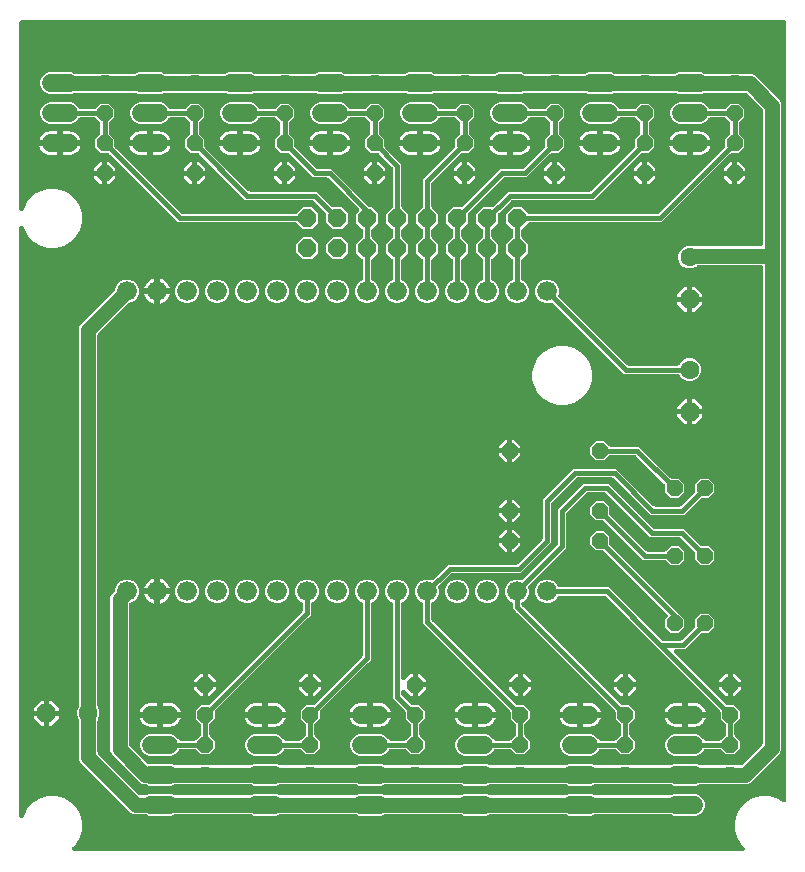
<source format=gbr>
G04 EAGLE Gerber RS-274X export*
G75*
%MOMM*%
%FSLAX34Y34*%
%LPD*%
%INBottom Copper*%
%IPPOS*%
%AMOC8*
5,1,8,0,0,1.08239X$1,22.5*%
G01*
%ADD10P,1.732040X8X292.500000*%
%ADD11C,1.600200*%
%ADD12P,1.429621X8X292.500000*%
%ADD13P,1.429621X8X112.500000*%
%ADD14P,1.732040X8X202.500000*%
%ADD15C,1.524000*%
%ADD16P,1.649562X8X202.500000*%
%ADD17C,1.676400*%
%ADD18P,1.429621X8X202.500000*%
%ADD19C,0.406400*%
%ADD20C,1.270000*%

G36*
X641531Y73662D02*
X641531Y73662D01*
X641540Y73661D01*
X641732Y73682D01*
X641923Y73701D01*
X641932Y73703D01*
X641941Y73704D01*
X642123Y73762D01*
X642308Y73819D01*
X642316Y73823D01*
X642324Y73826D01*
X642493Y73919D01*
X642662Y74011D01*
X642669Y74016D01*
X642677Y74021D01*
X642824Y74145D01*
X642971Y74268D01*
X642977Y74275D01*
X642984Y74281D01*
X643103Y74432D01*
X643224Y74582D01*
X643228Y74590D01*
X643233Y74597D01*
X643321Y74770D01*
X643409Y74939D01*
X643412Y74948D01*
X643416Y74956D01*
X643468Y75142D01*
X643521Y75326D01*
X643521Y75335D01*
X643524Y75344D01*
X643538Y75537D01*
X643554Y75728D01*
X643552Y75736D01*
X643553Y75745D01*
X643529Y75938D01*
X643507Y76127D01*
X643504Y76136D01*
X643503Y76145D01*
X643441Y76328D01*
X643382Y76510D01*
X643377Y76518D01*
X643375Y76526D01*
X643279Y76692D01*
X643184Y76861D01*
X643178Y76868D01*
X643174Y76875D01*
X642959Y77128D01*
X640278Y79810D01*
X636967Y85544D01*
X635253Y91939D01*
X635253Y98561D01*
X636967Y104956D01*
X640278Y110690D01*
X644960Y115372D01*
X650694Y118683D01*
X657089Y120397D01*
X663711Y120397D01*
X670106Y118683D01*
X675642Y115487D01*
X675776Y115427D01*
X675905Y115359D01*
X675959Y115344D01*
X676009Y115321D01*
X676152Y115288D01*
X676292Y115248D01*
X676348Y115243D01*
X676402Y115231D01*
X676548Y115227D01*
X676694Y115215D01*
X676749Y115221D01*
X676804Y115220D01*
X676948Y115245D01*
X677093Y115262D01*
X677146Y115279D01*
X677201Y115288D01*
X677337Y115341D01*
X677476Y115387D01*
X677525Y115414D01*
X677576Y115434D01*
X677699Y115513D01*
X677827Y115585D01*
X677869Y115621D01*
X677916Y115651D01*
X678021Y115752D01*
X678132Y115848D01*
X678165Y115891D01*
X678206Y115930D01*
X678289Y116051D01*
X678378Y116166D01*
X678403Y116215D01*
X678435Y116261D01*
X678493Y116395D01*
X678558Y116526D01*
X678572Y116580D01*
X678594Y116631D01*
X678624Y116774D01*
X678662Y116915D01*
X678667Y116978D01*
X678677Y117025D01*
X678678Y117108D01*
X678689Y117246D01*
X678689Y775108D01*
X678687Y775126D01*
X678689Y775144D01*
X678668Y775326D01*
X678649Y775509D01*
X678644Y775526D01*
X678642Y775543D01*
X678585Y775718D01*
X678531Y775894D01*
X678523Y775909D01*
X678517Y775926D01*
X678427Y776086D01*
X678339Y776248D01*
X678328Y776261D01*
X678319Y776277D01*
X678199Y776416D01*
X678082Y776557D01*
X678068Y776568D01*
X678056Y776582D01*
X677911Y776694D01*
X677768Y776809D01*
X677752Y776817D01*
X677738Y776828D01*
X677573Y776910D01*
X677411Y776995D01*
X677394Y777000D01*
X677378Y777008D01*
X677199Y777055D01*
X677024Y777106D01*
X677006Y777108D01*
X676989Y777112D01*
X676658Y777139D01*
X31242Y777139D01*
X31224Y777137D01*
X31206Y777139D01*
X31024Y777118D01*
X30841Y777099D01*
X30824Y777094D01*
X30807Y777092D01*
X30632Y777035D01*
X30456Y776981D01*
X30441Y776973D01*
X30424Y776967D01*
X30264Y776877D01*
X30102Y776789D01*
X30089Y776778D01*
X30073Y776769D01*
X29934Y776649D01*
X29793Y776532D01*
X29782Y776518D01*
X29768Y776506D01*
X29656Y776361D01*
X29541Y776218D01*
X29533Y776202D01*
X29522Y776188D01*
X29440Y776023D01*
X29355Y775861D01*
X29350Y775844D01*
X29342Y775828D01*
X29295Y775649D01*
X29244Y775474D01*
X29242Y775456D01*
X29238Y775439D01*
X29211Y775108D01*
X29211Y617918D01*
X29224Y617781D01*
X29229Y617644D01*
X29244Y617581D01*
X29251Y617517D01*
X29291Y617386D01*
X29323Y617252D01*
X29350Y617194D01*
X29369Y617132D01*
X29434Y617011D01*
X29492Y616887D01*
X29530Y616835D01*
X29561Y616778D01*
X29648Y616673D01*
X29730Y616562D01*
X29777Y616518D01*
X29818Y616469D01*
X29925Y616383D01*
X30027Y616290D01*
X30082Y616257D01*
X30132Y616216D01*
X30254Y616153D01*
X30372Y616082D01*
X30432Y616061D01*
X30489Y616031D01*
X30621Y615993D01*
X30751Y615947D01*
X30814Y615937D01*
X30876Y615920D01*
X31013Y615908D01*
X31149Y615888D01*
X31213Y615892D01*
X31278Y615887D01*
X31414Y615903D01*
X31551Y615910D01*
X31614Y615926D01*
X31677Y615934D01*
X31808Y615976D01*
X31941Y616010D01*
X31999Y616038D01*
X32060Y616058D01*
X32180Y616126D01*
X32303Y616186D01*
X32355Y616225D01*
X32411Y616256D01*
X32515Y616346D01*
X32624Y616429D01*
X32667Y616477D01*
X32715Y616519D01*
X32800Y616628D01*
X32891Y616731D01*
X32923Y616787D01*
X32962Y616838D01*
X33023Y616960D01*
X33092Y617079D01*
X33117Y617149D01*
X33142Y617198D01*
X33162Y617275D01*
X33204Y617392D01*
X33717Y619306D01*
X37028Y625040D01*
X41710Y629722D01*
X47444Y633033D01*
X53839Y634747D01*
X60461Y634747D01*
X66856Y633033D01*
X72590Y629722D01*
X77272Y625040D01*
X80583Y619306D01*
X82297Y612911D01*
X82297Y606289D01*
X80583Y599894D01*
X77272Y594160D01*
X72590Y589478D01*
X66856Y586167D01*
X60461Y584453D01*
X53839Y584453D01*
X47444Y586167D01*
X41710Y589478D01*
X37028Y594160D01*
X33717Y599894D01*
X33204Y601808D01*
X33156Y601936D01*
X33115Y602068D01*
X33084Y602125D01*
X33062Y602185D01*
X32989Y602301D01*
X32923Y602422D01*
X32882Y602471D01*
X32848Y602526D01*
X32754Y602626D01*
X32666Y602731D01*
X32615Y602772D01*
X32571Y602818D01*
X32459Y602897D01*
X32352Y602984D01*
X32295Y603013D01*
X32242Y603050D01*
X32116Y603106D01*
X31995Y603169D01*
X31933Y603187D01*
X31874Y603213D01*
X31740Y603242D01*
X31608Y603280D01*
X31544Y603286D01*
X31481Y603300D01*
X31343Y603302D01*
X31206Y603313D01*
X31143Y603306D01*
X31078Y603307D01*
X30943Y603282D01*
X30807Y603266D01*
X30745Y603246D01*
X30682Y603235D01*
X30554Y603184D01*
X30424Y603142D01*
X30368Y603110D01*
X30308Y603086D01*
X30193Y603011D01*
X30073Y602944D01*
X30024Y602902D01*
X29971Y602867D01*
X29872Y602770D01*
X29768Y602681D01*
X29729Y602630D01*
X29683Y602585D01*
X29606Y602471D01*
X29522Y602362D01*
X29493Y602305D01*
X29457Y602252D01*
X29404Y602125D01*
X29342Y602002D01*
X29326Y601940D01*
X29301Y601880D01*
X29274Y601746D01*
X29238Y601613D01*
X29232Y601539D01*
X29221Y601486D01*
X29221Y601406D01*
X29211Y601282D01*
X29211Y103568D01*
X29224Y103431D01*
X29229Y103294D01*
X29244Y103231D01*
X29251Y103167D01*
X29291Y103036D01*
X29323Y102902D01*
X29350Y102844D01*
X29369Y102782D01*
X29434Y102661D01*
X29492Y102537D01*
X29530Y102485D01*
X29561Y102428D01*
X29648Y102323D01*
X29730Y102212D01*
X29777Y102168D01*
X29818Y102119D01*
X29925Y102033D01*
X30027Y101940D01*
X30082Y101907D01*
X30132Y101866D01*
X30254Y101803D01*
X30372Y101732D01*
X30432Y101710D01*
X30489Y101681D01*
X30621Y101643D01*
X30751Y101597D01*
X30814Y101587D01*
X30876Y101569D01*
X31013Y101558D01*
X31149Y101538D01*
X31213Y101542D01*
X31278Y101537D01*
X31414Y101553D01*
X31551Y101560D01*
X31614Y101576D01*
X31677Y101584D01*
X31808Y101626D01*
X31941Y101660D01*
X31999Y101688D01*
X32060Y101708D01*
X32180Y101776D01*
X32303Y101836D01*
X32355Y101875D01*
X32411Y101906D01*
X32515Y101996D01*
X32624Y102079D01*
X32667Y102127D01*
X32715Y102169D01*
X32800Y102278D01*
X32891Y102381D01*
X32923Y102437D01*
X32962Y102488D01*
X33023Y102610D01*
X33092Y102729D01*
X33117Y102799D01*
X33142Y102848D01*
X33162Y102925D01*
X33204Y103042D01*
X33717Y104956D01*
X37028Y110690D01*
X41710Y115372D01*
X47444Y118683D01*
X53839Y120397D01*
X60461Y120397D01*
X66856Y118683D01*
X72590Y115372D01*
X77272Y110690D01*
X80583Y104956D01*
X82297Y98561D01*
X82297Y91939D01*
X80583Y85544D01*
X77272Y79810D01*
X74591Y77128D01*
X74585Y77121D01*
X74579Y77116D01*
X74458Y76966D01*
X74336Y76817D01*
X74332Y76809D01*
X74326Y76802D01*
X74238Y76632D01*
X74147Y76461D01*
X74145Y76452D01*
X74141Y76445D01*
X74088Y76260D01*
X74033Y76075D01*
X74032Y76066D01*
X74029Y76058D01*
X74014Y75867D01*
X73996Y75674D01*
X73997Y75665D01*
X73996Y75656D01*
X74019Y75467D01*
X74040Y75274D01*
X74042Y75265D01*
X74043Y75257D01*
X74103Y75075D01*
X74161Y74890D01*
X74165Y74882D01*
X74168Y74874D01*
X74263Y74705D01*
X74356Y74538D01*
X74362Y74531D01*
X74366Y74523D01*
X74492Y74377D01*
X74616Y74231D01*
X74623Y74225D01*
X74629Y74218D01*
X74781Y74101D01*
X74932Y73981D01*
X74940Y73977D01*
X74947Y73972D01*
X75120Y73886D01*
X75291Y73799D01*
X75300Y73796D01*
X75308Y73792D01*
X75494Y73742D01*
X75679Y73691D01*
X75688Y73690D01*
X75697Y73688D01*
X76027Y73661D01*
X641523Y73661D01*
X641531Y73662D01*
G37*
%LPC*%
G36*
X139151Y129285D02*
X139151Y129285D01*
X136458Y130401D01*
X136448Y130404D01*
X136443Y130405D01*
X136428Y130410D01*
X136400Y130424D01*
X136236Y130468D01*
X136073Y130517D01*
X136042Y130520D01*
X136012Y130528D01*
X135681Y130555D01*
X134324Y130555D01*
X131429Y131754D01*
X107524Y155659D01*
X106325Y158554D01*
X106325Y288916D01*
X107524Y291811D01*
X110048Y294335D01*
X110065Y294356D01*
X110086Y294373D01*
X110193Y294511D01*
X110303Y294646D01*
X110316Y294670D01*
X110332Y294691D01*
X110410Y294848D01*
X110492Y295002D01*
X110500Y295028D01*
X110512Y295052D01*
X110557Y295221D01*
X110607Y295388D01*
X110609Y295415D01*
X110616Y295440D01*
X110633Y295646D01*
X112151Y299312D01*
X114938Y302099D01*
X118579Y303607D01*
X122521Y303607D01*
X126162Y302099D01*
X128949Y299312D01*
X130457Y295671D01*
X130457Y291729D01*
X128949Y288088D01*
X126162Y285301D01*
X123329Y284128D01*
X123309Y284117D01*
X123288Y284111D01*
X123132Y284022D01*
X122974Y283938D01*
X122957Y283924D01*
X122937Y283913D01*
X122802Y283796D01*
X122663Y283681D01*
X122649Y283664D01*
X122632Y283649D01*
X122523Y283508D01*
X122410Y283369D01*
X122399Y283349D01*
X122386Y283331D01*
X122306Y283171D01*
X122223Y283012D01*
X122216Y282991D01*
X122206Y282971D01*
X122160Y282797D01*
X122110Y282626D01*
X122108Y282604D01*
X122102Y282582D01*
X122075Y282251D01*
X122075Y164223D01*
X122077Y164197D01*
X122075Y164170D01*
X122097Y163996D01*
X122115Y163823D01*
X122122Y163797D01*
X122126Y163770D01*
X122181Y163605D01*
X122233Y163438D01*
X122246Y163414D01*
X122254Y163389D01*
X122341Y163237D01*
X122425Y163084D01*
X122442Y163063D01*
X122455Y163040D01*
X122670Y162787D01*
X137294Y148163D01*
X137312Y148148D01*
X137327Y148130D01*
X137468Y148021D01*
X137605Y147908D01*
X137626Y147897D01*
X137644Y147882D01*
X137804Y147802D01*
X137961Y147719D01*
X137983Y147712D01*
X138004Y147702D01*
X138176Y147655D01*
X138347Y147604D01*
X138370Y147602D01*
X138393Y147596D01*
X138570Y147584D01*
X138748Y147568D01*
X138771Y147570D01*
X138794Y147569D01*
X138840Y147575D01*
X158029Y147575D01*
X160722Y146459D01*
X160752Y146450D01*
X160780Y146436D01*
X160944Y146392D01*
X161107Y146343D01*
X161138Y146340D01*
X161168Y146332D01*
X161499Y146305D01*
X182228Y146305D01*
X182254Y146307D01*
X182281Y146305D01*
X182455Y146327D01*
X182628Y146345D01*
X182654Y146352D01*
X182680Y146356D01*
X182846Y146411D01*
X183013Y146463D01*
X183037Y146476D01*
X183062Y146484D01*
X183192Y146559D01*
X190187Y146559D01*
X190229Y146538D01*
X190383Y146456D01*
X190409Y146448D01*
X190433Y146436D01*
X190602Y146391D01*
X190769Y146341D01*
X190796Y146339D01*
X190822Y146332D01*
X191152Y146305D01*
X224581Y146305D01*
X224612Y146308D01*
X224643Y146306D01*
X224812Y146328D01*
X224982Y146345D01*
X225011Y146354D01*
X225042Y146358D01*
X225358Y146459D01*
X228051Y147575D01*
X246929Y147575D01*
X249622Y146459D01*
X249652Y146450D01*
X249680Y146436D01*
X249844Y146392D01*
X250007Y146343D01*
X250038Y146340D01*
X250068Y146332D01*
X250399Y146305D01*
X271128Y146305D01*
X271154Y146307D01*
X271181Y146305D01*
X271355Y146327D01*
X271528Y146345D01*
X271554Y146352D01*
X271580Y146356D01*
X271746Y146411D01*
X271913Y146463D01*
X271937Y146476D01*
X271962Y146484D01*
X272092Y146559D01*
X279087Y146559D01*
X279129Y146538D01*
X279283Y146456D01*
X279309Y146448D01*
X279333Y146436D01*
X279502Y146391D01*
X279669Y146341D01*
X279696Y146339D01*
X279722Y146332D01*
X280052Y146305D01*
X313481Y146305D01*
X313512Y146308D01*
X313543Y146306D01*
X313712Y146328D01*
X313882Y146345D01*
X313911Y146354D01*
X313942Y146358D01*
X314258Y146459D01*
X316951Y147575D01*
X335829Y147575D01*
X338522Y146459D01*
X338552Y146450D01*
X338580Y146436D01*
X338744Y146392D01*
X338907Y146343D01*
X338938Y146340D01*
X338968Y146332D01*
X339299Y146305D01*
X360028Y146305D01*
X360054Y146307D01*
X360081Y146305D01*
X360255Y146327D01*
X360428Y146345D01*
X360454Y146352D01*
X360481Y146356D01*
X360646Y146412D01*
X360813Y146463D01*
X360837Y146476D01*
X360862Y146484D01*
X360992Y146559D01*
X367987Y146559D01*
X368029Y146538D01*
X368183Y146456D01*
X368209Y146448D01*
X368233Y146436D01*
X368402Y146391D01*
X368569Y146341D01*
X368596Y146339D01*
X368622Y146332D01*
X368952Y146305D01*
X402381Y146305D01*
X402412Y146308D01*
X402443Y146306D01*
X402612Y146328D01*
X402782Y146345D01*
X402811Y146354D01*
X402842Y146358D01*
X403158Y146459D01*
X405851Y147575D01*
X424729Y147575D01*
X427422Y146459D01*
X427452Y146450D01*
X427480Y146436D01*
X427644Y146392D01*
X427807Y146343D01*
X427838Y146340D01*
X427868Y146332D01*
X428199Y146305D01*
X448928Y146305D01*
X448954Y146307D01*
X448981Y146305D01*
X449155Y146327D01*
X449328Y146345D01*
X449354Y146352D01*
X449381Y146356D01*
X449546Y146412D01*
X449713Y146463D01*
X449737Y146476D01*
X449762Y146484D01*
X449892Y146559D01*
X456887Y146559D01*
X456929Y146538D01*
X457083Y146456D01*
X457109Y146448D01*
X457133Y146436D01*
X457302Y146391D01*
X457469Y146341D01*
X457496Y146339D01*
X457522Y146332D01*
X457852Y146305D01*
X491281Y146305D01*
X491312Y146308D01*
X491343Y146306D01*
X491513Y146328D01*
X491682Y146345D01*
X491711Y146354D01*
X491742Y146358D01*
X492058Y146459D01*
X494751Y147575D01*
X513629Y147575D01*
X516322Y146459D01*
X516352Y146450D01*
X516380Y146436D01*
X516544Y146392D01*
X516707Y146343D01*
X516738Y146340D01*
X516768Y146332D01*
X517099Y146305D01*
X537828Y146305D01*
X537854Y146307D01*
X537881Y146305D01*
X538055Y146327D01*
X538228Y146345D01*
X538254Y146352D01*
X538280Y146356D01*
X538446Y146411D01*
X538613Y146463D01*
X538637Y146476D01*
X538662Y146484D01*
X538792Y146559D01*
X545787Y146559D01*
X545829Y146538D01*
X545983Y146456D01*
X546009Y146448D01*
X546033Y146436D01*
X546202Y146391D01*
X546369Y146341D01*
X546396Y146339D01*
X546422Y146332D01*
X546752Y146305D01*
X580181Y146305D01*
X580212Y146308D01*
X580243Y146306D01*
X580413Y146328D01*
X580582Y146345D01*
X580611Y146354D01*
X580642Y146358D01*
X580958Y146459D01*
X583651Y147575D01*
X602529Y147575D01*
X605222Y146459D01*
X605252Y146450D01*
X605280Y146436D01*
X605444Y146392D01*
X605607Y146343D01*
X605638Y146340D01*
X605668Y146332D01*
X605999Y146305D01*
X626728Y146305D01*
X626754Y146307D01*
X626781Y146305D01*
X626955Y146327D01*
X627128Y146345D01*
X627154Y146352D01*
X627180Y146356D01*
X627346Y146411D01*
X627513Y146463D01*
X627537Y146476D01*
X627562Y146484D01*
X627692Y146559D01*
X634687Y146559D01*
X634729Y146538D01*
X634883Y146456D01*
X634909Y146448D01*
X634933Y146436D01*
X635102Y146391D01*
X635269Y146341D01*
X635296Y146339D01*
X635322Y146332D01*
X635652Y146305D01*
X639787Y146305D01*
X639813Y146307D01*
X639840Y146305D01*
X640014Y146327D01*
X640187Y146345D01*
X640213Y146352D01*
X640240Y146356D01*
X640405Y146411D01*
X640572Y146463D01*
X640596Y146476D01*
X640621Y146484D01*
X640773Y146571D01*
X640926Y146655D01*
X640947Y146672D01*
X640970Y146685D01*
X641223Y146900D01*
X658280Y163957D01*
X658297Y163978D01*
X658318Y163995D01*
X658425Y164133D01*
X658535Y164268D01*
X658548Y164292D01*
X658564Y164313D01*
X658642Y164470D01*
X658724Y164624D01*
X658732Y164650D01*
X658744Y164674D01*
X658789Y164843D01*
X658839Y165010D01*
X658841Y165037D01*
X658848Y165062D01*
X658875Y165393D01*
X658875Y567944D01*
X658873Y567962D01*
X658875Y567980D01*
X658854Y568162D01*
X658835Y568345D01*
X658830Y568362D01*
X658828Y568379D01*
X658771Y568554D01*
X658717Y568730D01*
X658709Y568745D01*
X658703Y568762D01*
X658613Y568922D01*
X658525Y569084D01*
X658514Y569097D01*
X658505Y569113D01*
X658385Y569252D01*
X658268Y569393D01*
X658254Y569404D01*
X658242Y569418D01*
X658097Y569530D01*
X657954Y569645D01*
X657938Y569653D01*
X657924Y569664D01*
X657759Y569746D01*
X657597Y569831D01*
X657580Y569836D01*
X657564Y569844D01*
X657385Y569891D01*
X657210Y569942D01*
X657192Y569944D01*
X657175Y569948D01*
X656844Y569975D01*
X604608Y569975D01*
X604582Y569973D01*
X604555Y569975D01*
X604381Y569953D01*
X604207Y569935D01*
X604182Y569928D01*
X604155Y569924D01*
X603990Y569869D01*
X603823Y569817D01*
X603799Y569804D01*
X603774Y569796D01*
X603622Y569709D01*
X603469Y569625D01*
X603448Y569608D01*
X603425Y569595D01*
X603172Y569380D01*
X602296Y568504D01*
X598897Y567096D01*
X598795Y567054D01*
X595005Y567054D01*
X591504Y568504D01*
X588824Y571184D01*
X587374Y574685D01*
X587374Y578475D01*
X588824Y581976D01*
X591504Y584656D01*
X595005Y586106D01*
X598795Y586106D01*
X599341Y585879D01*
X599371Y585870D01*
X599399Y585856D01*
X599564Y585812D01*
X599727Y585763D01*
X599758Y585760D01*
X599788Y585752D01*
X600119Y585725D01*
X656844Y585725D01*
X656862Y585727D01*
X656880Y585725D01*
X657062Y585746D01*
X657245Y585765D01*
X657262Y585770D01*
X657279Y585772D01*
X657454Y585829D01*
X657630Y585883D01*
X657645Y585891D01*
X657662Y585897D01*
X657822Y585987D01*
X657984Y586075D01*
X657997Y586086D01*
X658013Y586095D01*
X658152Y586215D01*
X658293Y586332D01*
X658304Y586346D01*
X658318Y586358D01*
X658430Y586503D01*
X658545Y586646D01*
X658553Y586662D01*
X658564Y586676D01*
X658646Y586841D01*
X658731Y587003D01*
X658736Y587020D01*
X658744Y587036D01*
X658791Y587215D01*
X658842Y587390D01*
X658844Y587408D01*
X658848Y587425D01*
X658875Y587756D01*
X658875Y700747D01*
X658873Y700773D01*
X658875Y700800D01*
X658853Y700974D01*
X658835Y701147D01*
X658828Y701173D01*
X658824Y701200D01*
X658769Y701365D01*
X658717Y701532D01*
X658704Y701556D01*
X658696Y701581D01*
X658609Y701733D01*
X658525Y701886D01*
X658508Y701907D01*
X658495Y701930D01*
X658280Y702183D01*
X645033Y715430D01*
X645012Y715447D01*
X644995Y715468D01*
X644857Y715575D01*
X644722Y715685D01*
X644698Y715698D01*
X644677Y715714D01*
X644520Y715792D01*
X644366Y715874D01*
X644340Y715882D01*
X644316Y715894D01*
X644147Y715939D01*
X643980Y715989D01*
X643953Y715991D01*
X643928Y715998D01*
X643597Y716025D01*
X639462Y716025D01*
X639436Y716023D01*
X639409Y716025D01*
X639235Y716003D01*
X639062Y715985D01*
X639036Y715978D01*
X639009Y715974D01*
X638844Y715918D01*
X638677Y715867D01*
X638653Y715854D01*
X638628Y715846D01*
X638498Y715771D01*
X631503Y715771D01*
X631461Y715792D01*
X631307Y715874D01*
X631281Y715882D01*
X631257Y715894D01*
X631088Y715939D01*
X630921Y715989D01*
X630894Y715991D01*
X630868Y715998D01*
X630538Y716025D01*
X609809Y716025D01*
X609778Y716022D01*
X609747Y716024D01*
X609578Y716002D01*
X609408Y715985D01*
X609379Y715976D01*
X609348Y715972D01*
X609032Y715871D01*
X606339Y714755D01*
X587461Y714755D01*
X584768Y715871D01*
X584738Y715880D01*
X584710Y715894D01*
X584546Y715938D01*
X584383Y715987D01*
X584352Y715990D01*
X584322Y715998D01*
X583991Y716025D01*
X563262Y716025D01*
X563236Y716023D01*
X563209Y716025D01*
X563035Y716003D01*
X562862Y715985D01*
X562836Y715978D01*
X562810Y715974D01*
X562644Y715919D01*
X562477Y715867D01*
X562453Y715854D01*
X562428Y715846D01*
X562298Y715771D01*
X555303Y715771D01*
X555261Y715792D01*
X555107Y715874D01*
X555081Y715882D01*
X555057Y715894D01*
X554888Y715939D01*
X554721Y715989D01*
X554694Y715991D01*
X554668Y715998D01*
X554338Y716025D01*
X533609Y716025D01*
X533578Y716022D01*
X533547Y716024D01*
X533378Y716002D01*
X533208Y715985D01*
X533179Y715976D01*
X533148Y715972D01*
X532832Y715871D01*
X530139Y714755D01*
X511261Y714755D01*
X508568Y715871D01*
X508538Y715880D01*
X508510Y715894D01*
X508346Y715938D01*
X508183Y715987D01*
X508152Y715990D01*
X508122Y715998D01*
X507791Y716025D01*
X487062Y716025D01*
X487036Y716023D01*
X487009Y716025D01*
X486835Y716003D01*
X486662Y715985D01*
X486636Y715978D01*
X486610Y715974D01*
X486444Y715919D01*
X486277Y715867D01*
X486253Y715854D01*
X486228Y715846D01*
X486098Y715771D01*
X479103Y715771D01*
X479061Y715792D01*
X478907Y715874D01*
X478881Y715882D01*
X478857Y715894D01*
X478688Y715939D01*
X478521Y715989D01*
X478494Y715991D01*
X478468Y715998D01*
X478138Y716025D01*
X457409Y716025D01*
X457378Y716022D01*
X457347Y716024D01*
X457178Y716002D01*
X457008Y715985D01*
X456979Y715976D01*
X456948Y715972D01*
X456632Y715871D01*
X453939Y714755D01*
X435061Y714755D01*
X432368Y715871D01*
X432338Y715880D01*
X432310Y715894D01*
X432146Y715938D01*
X431983Y715987D01*
X431952Y715990D01*
X431922Y715998D01*
X431591Y716025D01*
X410862Y716025D01*
X410836Y716023D01*
X410809Y716025D01*
X410635Y716003D01*
X410462Y715985D01*
X410436Y715978D01*
X410410Y715974D01*
X410244Y715919D01*
X410077Y715867D01*
X410053Y715854D01*
X410028Y715846D01*
X409898Y715771D01*
X402903Y715771D01*
X402861Y715792D01*
X402707Y715874D01*
X402681Y715882D01*
X402657Y715894D01*
X402488Y715939D01*
X402321Y715989D01*
X402294Y715991D01*
X402268Y715998D01*
X401938Y716025D01*
X381209Y716025D01*
X381178Y716022D01*
X381147Y716024D01*
X380978Y716002D01*
X380808Y715985D01*
X380779Y715976D01*
X380748Y715972D01*
X380432Y715871D01*
X377739Y714755D01*
X358861Y714755D01*
X356168Y715871D01*
X356138Y715880D01*
X356110Y715894D01*
X355946Y715938D01*
X355783Y715987D01*
X355752Y715990D01*
X355722Y715998D01*
X355391Y716025D01*
X334662Y716025D01*
X334636Y716023D01*
X334609Y716025D01*
X334435Y716003D01*
X334262Y715985D01*
X334236Y715978D01*
X334210Y715974D01*
X334044Y715919D01*
X333877Y715867D01*
X333853Y715854D01*
X333828Y715846D01*
X333698Y715771D01*
X326703Y715771D01*
X326661Y715792D01*
X326507Y715874D01*
X326481Y715882D01*
X326457Y715894D01*
X326288Y715939D01*
X326121Y715989D01*
X326094Y715991D01*
X326068Y715998D01*
X325738Y716025D01*
X305009Y716025D01*
X304978Y716022D01*
X304947Y716024D01*
X304778Y716002D01*
X304608Y715985D01*
X304579Y715976D01*
X304548Y715972D01*
X304232Y715871D01*
X301539Y714755D01*
X282661Y714755D01*
X279968Y715871D01*
X279938Y715880D01*
X279910Y715894D01*
X279746Y715938D01*
X279583Y715987D01*
X279552Y715990D01*
X279522Y715998D01*
X279191Y716025D01*
X258462Y716025D01*
X258436Y716023D01*
X258409Y716025D01*
X258235Y716003D01*
X258062Y715985D01*
X258036Y715978D01*
X258009Y715974D01*
X257844Y715918D01*
X257677Y715867D01*
X257653Y715854D01*
X257628Y715846D01*
X257498Y715771D01*
X250503Y715771D01*
X250461Y715792D01*
X250307Y715874D01*
X250281Y715882D01*
X250257Y715894D01*
X250088Y715939D01*
X249921Y715989D01*
X249894Y715991D01*
X249868Y715998D01*
X249538Y716025D01*
X228809Y716025D01*
X228778Y716022D01*
X228747Y716024D01*
X228578Y716002D01*
X228408Y715985D01*
X228379Y715976D01*
X228348Y715972D01*
X228032Y715871D01*
X225339Y714755D01*
X206461Y714755D01*
X203768Y715871D01*
X203738Y715880D01*
X203710Y715894D01*
X203546Y715938D01*
X203383Y715987D01*
X203352Y715990D01*
X203322Y715998D01*
X202991Y716025D01*
X182262Y716025D01*
X182236Y716023D01*
X182209Y716025D01*
X182035Y716003D01*
X181862Y715985D01*
X181836Y715978D01*
X181809Y715974D01*
X181644Y715918D01*
X181477Y715867D01*
X181453Y715854D01*
X181428Y715846D01*
X181298Y715771D01*
X174303Y715771D01*
X174261Y715792D01*
X174107Y715874D01*
X174081Y715882D01*
X174057Y715894D01*
X173888Y715939D01*
X173721Y715989D01*
X173694Y715991D01*
X173668Y715998D01*
X173338Y716025D01*
X152609Y716025D01*
X152578Y716022D01*
X152547Y716024D01*
X152378Y716002D01*
X152208Y715985D01*
X152179Y715976D01*
X152148Y715972D01*
X151832Y715871D01*
X149139Y714755D01*
X130261Y714755D01*
X127568Y715871D01*
X127538Y715880D01*
X127510Y715894D01*
X127346Y715938D01*
X127183Y715987D01*
X127152Y715990D01*
X127122Y715998D01*
X126791Y716025D01*
X106062Y716025D01*
X106036Y716023D01*
X106009Y716025D01*
X105835Y716003D01*
X105662Y715985D01*
X105636Y715978D01*
X105610Y715974D01*
X105444Y715919D01*
X105277Y715867D01*
X105253Y715854D01*
X105228Y715846D01*
X105098Y715771D01*
X98103Y715771D01*
X98061Y715792D01*
X97907Y715874D01*
X97881Y715882D01*
X97857Y715894D01*
X97688Y715939D01*
X97521Y715989D01*
X97494Y715991D01*
X97468Y715998D01*
X97138Y716025D01*
X76409Y716025D01*
X76378Y716022D01*
X76347Y716024D01*
X76178Y716002D01*
X76008Y715985D01*
X75979Y715976D01*
X75948Y715972D01*
X75632Y715871D01*
X72939Y714755D01*
X54061Y714755D01*
X50700Y716147D01*
X48127Y718720D01*
X46735Y722081D01*
X46735Y725719D01*
X48127Y729080D01*
X50700Y731653D01*
X54061Y733045D01*
X72939Y733045D01*
X75632Y731929D01*
X75650Y731924D01*
X75663Y731917D01*
X75673Y731915D01*
X75690Y731906D01*
X75854Y731862D01*
X76017Y731813D01*
X76048Y731810D01*
X76078Y731802D01*
X76409Y731775D01*
X97138Y731775D01*
X97164Y731777D01*
X97191Y731775D01*
X97365Y731797D01*
X97538Y731815D01*
X97564Y731822D01*
X97590Y731826D01*
X97756Y731881D01*
X97923Y731933D01*
X97947Y731946D01*
X97972Y731954D01*
X98102Y732029D01*
X105097Y732029D01*
X105139Y732008D01*
X105293Y731926D01*
X105319Y731918D01*
X105343Y731906D01*
X105512Y731861D01*
X105679Y731811D01*
X105706Y731809D01*
X105732Y731802D01*
X106062Y731775D01*
X126791Y731775D01*
X126822Y731778D01*
X126853Y731776D01*
X127022Y731798D01*
X127192Y731815D01*
X127221Y731824D01*
X127252Y731828D01*
X127568Y731929D01*
X130261Y733045D01*
X149139Y733045D01*
X151832Y731929D01*
X151850Y731924D01*
X151863Y731917D01*
X151873Y731915D01*
X151890Y731906D01*
X152054Y731862D01*
X152217Y731813D01*
X152248Y731810D01*
X152278Y731802D01*
X152609Y731775D01*
X173338Y731775D01*
X173364Y731777D01*
X173391Y731775D01*
X173565Y731797D01*
X173738Y731815D01*
X173764Y731822D01*
X173791Y731826D01*
X173956Y731882D01*
X174123Y731933D01*
X174147Y731946D01*
X174172Y731954D01*
X174302Y732029D01*
X181297Y732029D01*
X181339Y732008D01*
X181493Y731926D01*
X181519Y731918D01*
X181543Y731906D01*
X181712Y731861D01*
X181879Y731811D01*
X181906Y731809D01*
X181932Y731802D01*
X182262Y731775D01*
X202991Y731775D01*
X203022Y731778D01*
X203053Y731776D01*
X203223Y731798D01*
X203392Y731815D01*
X203421Y731824D01*
X203452Y731828D01*
X203768Y731929D01*
X206461Y733045D01*
X225339Y733045D01*
X228032Y731929D01*
X228050Y731924D01*
X228063Y731917D01*
X228073Y731915D01*
X228090Y731906D01*
X228254Y731862D01*
X228417Y731813D01*
X228448Y731810D01*
X228478Y731802D01*
X228809Y731775D01*
X249538Y731775D01*
X249564Y731777D01*
X249591Y731775D01*
X249765Y731797D01*
X249938Y731815D01*
X249964Y731822D01*
X249991Y731826D01*
X250156Y731882D01*
X250323Y731933D01*
X250347Y731946D01*
X250372Y731954D01*
X250502Y732029D01*
X257497Y732029D01*
X257539Y732008D01*
X257693Y731926D01*
X257719Y731918D01*
X257743Y731906D01*
X257912Y731861D01*
X258079Y731811D01*
X258106Y731809D01*
X258132Y731802D01*
X258462Y731775D01*
X279191Y731775D01*
X279222Y731778D01*
X279253Y731776D01*
X279422Y731798D01*
X279592Y731815D01*
X279621Y731824D01*
X279652Y731828D01*
X279968Y731929D01*
X282661Y733045D01*
X301539Y733045D01*
X304232Y731929D01*
X304250Y731924D01*
X304263Y731917D01*
X304273Y731915D01*
X304290Y731906D01*
X304454Y731862D01*
X304617Y731813D01*
X304648Y731810D01*
X304678Y731802D01*
X305009Y731775D01*
X325738Y731775D01*
X325764Y731777D01*
X325791Y731775D01*
X325965Y731797D01*
X326138Y731815D01*
X326164Y731822D01*
X326190Y731826D01*
X326356Y731881D01*
X326523Y731933D01*
X326547Y731946D01*
X326572Y731954D01*
X326702Y732029D01*
X333697Y732029D01*
X333739Y732008D01*
X333893Y731926D01*
X333919Y731918D01*
X333943Y731906D01*
X334112Y731861D01*
X334279Y731811D01*
X334306Y731809D01*
X334332Y731802D01*
X334662Y731775D01*
X355391Y731775D01*
X355422Y731778D01*
X355453Y731776D01*
X355622Y731798D01*
X355792Y731815D01*
X355821Y731824D01*
X355852Y731828D01*
X356168Y731929D01*
X358861Y733045D01*
X377739Y733045D01*
X380432Y731929D01*
X380450Y731924D01*
X380463Y731917D01*
X380473Y731915D01*
X380490Y731906D01*
X380654Y731862D01*
X380817Y731813D01*
X380848Y731810D01*
X380878Y731802D01*
X381209Y731775D01*
X401938Y731775D01*
X401964Y731777D01*
X401991Y731775D01*
X402165Y731797D01*
X402338Y731815D01*
X402364Y731822D01*
X402390Y731826D01*
X402556Y731881D01*
X402723Y731933D01*
X402747Y731946D01*
X402772Y731954D01*
X402902Y732029D01*
X409897Y732029D01*
X409939Y732008D01*
X410093Y731926D01*
X410119Y731918D01*
X410143Y731906D01*
X410312Y731861D01*
X410479Y731811D01*
X410506Y731809D01*
X410532Y731802D01*
X410862Y731775D01*
X431591Y731775D01*
X431622Y731778D01*
X431653Y731776D01*
X431822Y731798D01*
X431992Y731815D01*
X432021Y731824D01*
X432052Y731828D01*
X432368Y731929D01*
X435061Y733045D01*
X453939Y733045D01*
X456632Y731929D01*
X456650Y731924D01*
X456663Y731917D01*
X456673Y731915D01*
X456690Y731906D01*
X456854Y731862D01*
X457017Y731813D01*
X457048Y731810D01*
X457078Y731802D01*
X457409Y731775D01*
X478138Y731775D01*
X478164Y731777D01*
X478191Y731775D01*
X478365Y731797D01*
X478538Y731815D01*
X478564Y731822D01*
X478590Y731826D01*
X478756Y731881D01*
X478923Y731933D01*
X478947Y731946D01*
X478972Y731954D01*
X479102Y732029D01*
X486097Y732029D01*
X486139Y732008D01*
X486293Y731926D01*
X486319Y731918D01*
X486343Y731906D01*
X486512Y731861D01*
X486679Y731811D01*
X486706Y731809D01*
X486732Y731802D01*
X487062Y731775D01*
X507791Y731775D01*
X507822Y731778D01*
X507853Y731776D01*
X508022Y731798D01*
X508192Y731815D01*
X508221Y731824D01*
X508252Y731828D01*
X508568Y731929D01*
X511261Y733045D01*
X530139Y733045D01*
X532832Y731929D01*
X532850Y731924D01*
X532863Y731917D01*
X532873Y731915D01*
X532890Y731906D01*
X533054Y731862D01*
X533217Y731813D01*
X533248Y731810D01*
X533278Y731802D01*
X533609Y731775D01*
X554338Y731775D01*
X554364Y731777D01*
X554391Y731775D01*
X554565Y731797D01*
X554738Y731815D01*
X554764Y731822D01*
X554790Y731826D01*
X554956Y731881D01*
X555123Y731933D01*
X555147Y731946D01*
X555172Y731954D01*
X555302Y732029D01*
X562297Y732029D01*
X562339Y732008D01*
X562493Y731926D01*
X562519Y731918D01*
X562543Y731906D01*
X562712Y731861D01*
X562879Y731811D01*
X562906Y731809D01*
X562932Y731802D01*
X563262Y731775D01*
X583991Y731775D01*
X584022Y731778D01*
X584053Y731776D01*
X584222Y731798D01*
X584392Y731815D01*
X584421Y731824D01*
X584452Y731828D01*
X584768Y731929D01*
X587461Y733045D01*
X606339Y733045D01*
X609032Y731929D01*
X609050Y731924D01*
X609063Y731917D01*
X609073Y731915D01*
X609090Y731906D01*
X609254Y731862D01*
X609417Y731813D01*
X609448Y731810D01*
X609478Y731802D01*
X609809Y731775D01*
X630538Y731775D01*
X630564Y731777D01*
X630591Y731775D01*
X630765Y731797D01*
X630938Y731815D01*
X630964Y731822D01*
X630990Y731826D01*
X631156Y731881D01*
X631323Y731933D01*
X631347Y731946D01*
X631372Y731954D01*
X631502Y732029D01*
X638497Y732029D01*
X638539Y732008D01*
X638693Y731926D01*
X638719Y731918D01*
X638743Y731906D01*
X638912Y731861D01*
X639079Y731811D01*
X639106Y731809D01*
X639132Y731802D01*
X639462Y731775D01*
X649266Y731775D01*
X652161Y730576D01*
X673426Y709311D01*
X674625Y706416D01*
X674625Y159724D01*
X673426Y156829D01*
X648351Y131754D01*
X645456Y130555D01*
X635652Y130555D01*
X635626Y130553D01*
X635599Y130555D01*
X635425Y130533D01*
X635252Y130515D01*
X635226Y130508D01*
X635200Y130504D01*
X635034Y130449D01*
X634867Y130397D01*
X634843Y130384D01*
X634818Y130376D01*
X634688Y130301D01*
X627693Y130301D01*
X627651Y130322D01*
X627497Y130404D01*
X627471Y130412D01*
X627447Y130424D01*
X627278Y130469D01*
X627111Y130519D01*
X627084Y130521D01*
X627058Y130528D01*
X626728Y130555D01*
X605999Y130555D01*
X605968Y130552D01*
X605937Y130554D01*
X605767Y130532D01*
X605598Y130515D01*
X605569Y130506D01*
X605538Y130502D01*
X605222Y130401D01*
X602529Y129285D01*
X583651Y129285D01*
X580958Y130401D01*
X580948Y130404D01*
X580943Y130405D01*
X580928Y130410D01*
X580900Y130424D01*
X580736Y130468D01*
X580573Y130517D01*
X580542Y130520D01*
X580512Y130528D01*
X580181Y130555D01*
X546752Y130555D01*
X546726Y130553D01*
X546699Y130555D01*
X546525Y130533D01*
X546352Y130515D01*
X546326Y130508D01*
X546300Y130504D01*
X546134Y130449D01*
X545967Y130397D01*
X545943Y130384D01*
X545918Y130376D01*
X545788Y130301D01*
X538793Y130301D01*
X538751Y130322D01*
X538597Y130404D01*
X538571Y130412D01*
X538547Y130424D01*
X538378Y130469D01*
X538211Y130519D01*
X538184Y130521D01*
X538158Y130528D01*
X537828Y130555D01*
X517099Y130555D01*
X517068Y130552D01*
X517037Y130554D01*
X516867Y130532D01*
X516698Y130515D01*
X516669Y130506D01*
X516638Y130502D01*
X516322Y130401D01*
X513629Y129285D01*
X494751Y129285D01*
X492058Y130401D01*
X492048Y130404D01*
X492043Y130405D01*
X492028Y130410D01*
X492000Y130424D01*
X491836Y130468D01*
X491673Y130517D01*
X491642Y130520D01*
X491612Y130528D01*
X491281Y130555D01*
X457852Y130555D01*
X457826Y130553D01*
X457799Y130555D01*
X457625Y130533D01*
X457452Y130515D01*
X457426Y130508D01*
X457399Y130504D01*
X457234Y130448D01*
X457067Y130397D01*
X457043Y130384D01*
X457018Y130376D01*
X456888Y130301D01*
X449893Y130301D01*
X449851Y130322D01*
X449697Y130404D01*
X449671Y130412D01*
X449647Y130424D01*
X449478Y130469D01*
X449311Y130519D01*
X449284Y130521D01*
X449258Y130528D01*
X448928Y130555D01*
X428199Y130555D01*
X428168Y130552D01*
X428137Y130554D01*
X427968Y130532D01*
X427798Y130515D01*
X427769Y130506D01*
X427738Y130502D01*
X427422Y130401D01*
X424729Y129285D01*
X405851Y129285D01*
X403158Y130401D01*
X403148Y130404D01*
X403142Y130405D01*
X403128Y130410D01*
X403100Y130424D01*
X402936Y130468D01*
X402773Y130517D01*
X402742Y130520D01*
X402712Y130528D01*
X402381Y130555D01*
X368952Y130555D01*
X368926Y130553D01*
X368899Y130555D01*
X368725Y130533D01*
X368552Y130515D01*
X368526Y130508D01*
X368499Y130504D01*
X368334Y130448D01*
X368167Y130397D01*
X368143Y130384D01*
X368118Y130376D01*
X367988Y130301D01*
X360993Y130301D01*
X360951Y130322D01*
X360797Y130404D01*
X360771Y130412D01*
X360747Y130424D01*
X360578Y130469D01*
X360411Y130519D01*
X360384Y130521D01*
X360358Y130528D01*
X360028Y130555D01*
X339299Y130555D01*
X339268Y130552D01*
X339237Y130554D01*
X339068Y130532D01*
X338898Y130515D01*
X338869Y130506D01*
X338838Y130502D01*
X338522Y130401D01*
X335829Y129285D01*
X316951Y129285D01*
X314258Y130401D01*
X314248Y130404D01*
X314242Y130405D01*
X314228Y130410D01*
X314200Y130424D01*
X314036Y130468D01*
X313873Y130517D01*
X313842Y130520D01*
X313812Y130528D01*
X313481Y130555D01*
X280052Y130555D01*
X280026Y130553D01*
X279999Y130555D01*
X279825Y130533D01*
X279652Y130515D01*
X279626Y130508D01*
X279600Y130504D01*
X279434Y130449D01*
X279267Y130397D01*
X279243Y130384D01*
X279218Y130376D01*
X279088Y130301D01*
X272093Y130301D01*
X272051Y130322D01*
X271897Y130404D01*
X271871Y130412D01*
X271847Y130424D01*
X271678Y130469D01*
X271511Y130519D01*
X271484Y130521D01*
X271458Y130528D01*
X271128Y130555D01*
X250399Y130555D01*
X250368Y130552D01*
X250337Y130554D01*
X250168Y130532D01*
X249998Y130515D01*
X249969Y130506D01*
X249938Y130502D01*
X249622Y130401D01*
X246929Y129285D01*
X228051Y129285D01*
X225358Y130401D01*
X225348Y130404D01*
X225342Y130405D01*
X225328Y130410D01*
X225300Y130424D01*
X225136Y130468D01*
X224973Y130517D01*
X224942Y130520D01*
X224912Y130528D01*
X224581Y130555D01*
X191152Y130555D01*
X191126Y130553D01*
X191099Y130555D01*
X190925Y130533D01*
X190752Y130515D01*
X190726Y130508D01*
X190700Y130504D01*
X190534Y130449D01*
X190367Y130397D01*
X190343Y130384D01*
X190318Y130376D01*
X190188Y130301D01*
X183193Y130301D01*
X183151Y130322D01*
X182997Y130404D01*
X182971Y130412D01*
X182947Y130424D01*
X182778Y130469D01*
X182611Y130519D01*
X182584Y130521D01*
X182558Y130528D01*
X182228Y130555D01*
X161499Y130555D01*
X161468Y130552D01*
X161437Y130554D01*
X161267Y130532D01*
X161098Y130515D01*
X161069Y130506D01*
X161038Y130502D01*
X160722Y130401D01*
X158029Y129285D01*
X139151Y129285D01*
G37*
%LPD*%
%LPC*%
G36*
X139151Y103885D02*
X139151Y103885D01*
X136458Y105001D01*
X136428Y105010D01*
X136400Y105024D01*
X136236Y105068D01*
X136073Y105117D01*
X136042Y105120D01*
X136012Y105128D01*
X135681Y105155D01*
X126704Y105155D01*
X123809Y106354D01*
X80954Y149209D01*
X79755Y152104D01*
X79755Y184215D01*
X79752Y184246D01*
X79754Y184277D01*
X79732Y184447D01*
X79715Y184616D01*
X79706Y184646D01*
X79702Y184677D01*
X79601Y184993D01*
X78104Y188605D01*
X78104Y192395D01*
X79601Y196007D01*
X79610Y196037D01*
X79624Y196065D01*
X79668Y196230D01*
X79717Y196393D01*
X79720Y196424D01*
X79728Y196454D01*
X79755Y196785D01*
X79755Y516396D01*
X80954Y519291D01*
X83455Y521791D01*
X83455Y521792D01*
X110048Y548385D01*
X110065Y548406D01*
X110086Y548423D01*
X110193Y548561D01*
X110303Y548696D01*
X110316Y548720D01*
X110332Y548741D01*
X110410Y548898D01*
X110492Y549052D01*
X110500Y549078D01*
X110512Y549102D01*
X110557Y549271D01*
X110607Y549438D01*
X110609Y549465D01*
X110616Y549490D01*
X110633Y549696D01*
X112151Y553362D01*
X114938Y556149D01*
X117612Y557256D01*
X117613Y557256D01*
X118579Y557657D01*
X122521Y557657D01*
X126162Y556149D01*
X128949Y553362D01*
X130457Y549721D01*
X130457Y545779D01*
X128949Y542138D01*
X126162Y539351D01*
X122498Y537834D01*
X122394Y537821D01*
X122221Y537803D01*
X122195Y537796D01*
X122168Y537792D01*
X122003Y537737D01*
X121836Y537685D01*
X121812Y537672D01*
X121787Y537664D01*
X121635Y537577D01*
X121482Y537493D01*
X121461Y537476D01*
X121438Y537463D01*
X121185Y537248D01*
X96100Y512163D01*
X96083Y512142D01*
X96062Y512125D01*
X95955Y511987D01*
X95845Y511852D01*
X95832Y511828D01*
X95816Y511807D01*
X95738Y511650D01*
X95656Y511496D01*
X95648Y511470D01*
X95636Y511446D01*
X95591Y511277D01*
X95541Y511110D01*
X95539Y511083D01*
X95532Y511058D01*
X95505Y510727D01*
X95505Y196785D01*
X95508Y196754D01*
X95506Y196723D01*
X95528Y196552D01*
X95545Y196384D01*
X95554Y196354D01*
X95558Y196323D01*
X95659Y196007D01*
X97156Y192395D01*
X97156Y188605D01*
X95659Y184993D01*
X95650Y184963D01*
X95636Y184935D01*
X95592Y184770D01*
X95543Y184607D01*
X95540Y184576D01*
X95532Y184546D01*
X95505Y184215D01*
X95505Y157773D01*
X95507Y157747D01*
X95505Y157720D01*
X95527Y157546D01*
X95545Y157373D01*
X95552Y157347D01*
X95556Y157320D01*
X95611Y157155D01*
X95663Y156988D01*
X95676Y156964D01*
X95684Y156939D01*
X95771Y156787D01*
X95855Y156634D01*
X95872Y156613D01*
X95885Y156590D01*
X96100Y156337D01*
X130937Y121500D01*
X130958Y121483D01*
X130975Y121462D01*
X131113Y121355D01*
X131248Y121245D01*
X131272Y121232D01*
X131293Y121216D01*
X131450Y121138D01*
X131604Y121056D01*
X131630Y121048D01*
X131654Y121036D01*
X131823Y120991D01*
X131990Y120941D01*
X132017Y120939D01*
X132042Y120932D01*
X132373Y120905D01*
X135681Y120905D01*
X135712Y120908D01*
X135743Y120906D01*
X135913Y120928D01*
X136082Y120945D01*
X136111Y120954D01*
X136142Y120958D01*
X136458Y121059D01*
X139151Y122175D01*
X158029Y122175D01*
X160722Y121059D01*
X160752Y121050D01*
X160780Y121036D01*
X160944Y120992D01*
X161107Y120943D01*
X161138Y120940D01*
X161168Y120932D01*
X161499Y120905D01*
X224581Y120905D01*
X224612Y120908D01*
X224643Y120906D01*
X224812Y120928D01*
X224982Y120945D01*
X225011Y120954D01*
X225042Y120958D01*
X225358Y121059D01*
X228051Y122175D01*
X246929Y122175D01*
X249622Y121059D01*
X249652Y121050D01*
X249680Y121036D01*
X249844Y120992D01*
X250007Y120943D01*
X250038Y120940D01*
X250068Y120932D01*
X250399Y120905D01*
X313481Y120905D01*
X313512Y120908D01*
X313543Y120906D01*
X313712Y120928D01*
X313882Y120945D01*
X313911Y120954D01*
X313942Y120958D01*
X314258Y121059D01*
X316951Y122175D01*
X335829Y122175D01*
X338522Y121059D01*
X338552Y121050D01*
X338580Y121036D01*
X338744Y120992D01*
X338907Y120943D01*
X338938Y120940D01*
X338968Y120932D01*
X339299Y120905D01*
X402381Y120905D01*
X402412Y120908D01*
X402443Y120906D01*
X402613Y120928D01*
X402782Y120945D01*
X402811Y120954D01*
X402842Y120958D01*
X403158Y121059D01*
X405851Y122175D01*
X424729Y122175D01*
X427422Y121059D01*
X427452Y121050D01*
X427480Y121036D01*
X427644Y120992D01*
X427807Y120943D01*
X427838Y120940D01*
X427868Y120932D01*
X428199Y120905D01*
X491281Y120905D01*
X491312Y120908D01*
X491343Y120906D01*
X491513Y120928D01*
X491682Y120945D01*
X491711Y120954D01*
X491742Y120958D01*
X492058Y121059D01*
X494751Y122175D01*
X513629Y122175D01*
X516322Y121059D01*
X516352Y121050D01*
X516380Y121036D01*
X516544Y120992D01*
X516707Y120943D01*
X516738Y120940D01*
X516768Y120932D01*
X517099Y120905D01*
X580181Y120905D01*
X580212Y120908D01*
X580243Y120906D01*
X580413Y120928D01*
X580582Y120945D01*
X580611Y120954D01*
X580642Y120958D01*
X580958Y121059D01*
X583651Y122175D01*
X602529Y122175D01*
X605890Y120783D01*
X608463Y118210D01*
X609855Y114849D01*
X609855Y111211D01*
X608463Y107850D01*
X605890Y105277D01*
X602529Y103885D01*
X583651Y103885D01*
X580958Y105001D01*
X580928Y105010D01*
X580900Y105024D01*
X580736Y105068D01*
X580573Y105117D01*
X580542Y105120D01*
X580512Y105128D01*
X580181Y105155D01*
X517099Y105155D01*
X517068Y105152D01*
X517037Y105154D01*
X516867Y105132D01*
X516698Y105115D01*
X516669Y105106D01*
X516638Y105102D01*
X516322Y105001D01*
X513629Y103885D01*
X494751Y103885D01*
X492058Y105001D01*
X492028Y105010D01*
X492000Y105024D01*
X491836Y105068D01*
X491673Y105117D01*
X491642Y105120D01*
X491612Y105128D01*
X491281Y105155D01*
X428199Y105155D01*
X428168Y105152D01*
X428137Y105154D01*
X427967Y105132D01*
X427798Y105115D01*
X427769Y105106D01*
X427738Y105102D01*
X427422Y105001D01*
X424729Y103885D01*
X405851Y103885D01*
X403158Y105001D01*
X403128Y105010D01*
X403100Y105024D01*
X402936Y105068D01*
X402773Y105117D01*
X402742Y105120D01*
X402712Y105128D01*
X402381Y105155D01*
X339299Y105155D01*
X339268Y105152D01*
X339237Y105154D01*
X339068Y105132D01*
X338898Y105115D01*
X338869Y105106D01*
X338838Y105102D01*
X338522Y105001D01*
X335829Y103885D01*
X316951Y103885D01*
X314258Y105001D01*
X314228Y105010D01*
X314200Y105024D01*
X314036Y105068D01*
X313873Y105117D01*
X313842Y105120D01*
X313812Y105128D01*
X313481Y105155D01*
X250399Y105155D01*
X250368Y105152D01*
X250337Y105154D01*
X250168Y105132D01*
X249998Y105115D01*
X249969Y105106D01*
X249938Y105102D01*
X249622Y105001D01*
X246929Y103885D01*
X228051Y103885D01*
X225358Y105001D01*
X225328Y105010D01*
X225300Y105024D01*
X225136Y105068D01*
X224973Y105117D01*
X224942Y105120D01*
X224912Y105128D01*
X224581Y105155D01*
X161499Y105155D01*
X161468Y105152D01*
X161437Y105154D01*
X161267Y105132D01*
X161098Y105115D01*
X161069Y105106D01*
X161038Y105102D01*
X160722Y105001D01*
X158029Y103885D01*
X139151Y103885D01*
G37*
%LPD*%
%LPC*%
G36*
X405851Y154685D02*
X405851Y154685D01*
X402490Y156077D01*
X399917Y158650D01*
X398525Y162011D01*
X398525Y165649D01*
X399917Y169010D01*
X402490Y171583D01*
X405851Y172975D01*
X424729Y172975D01*
X428090Y171583D01*
X430663Y169010D01*
X430816Y168641D01*
X430826Y168621D01*
X430833Y168600D01*
X430921Y168444D01*
X431006Y168286D01*
X431020Y168269D01*
X431031Y168249D01*
X431148Y168113D01*
X431262Y167975D01*
X431279Y167961D01*
X431294Y167944D01*
X431435Y167835D01*
X431575Y167722D01*
X431595Y167711D01*
X431612Y167698D01*
X431772Y167618D01*
X431931Y167535D01*
X431953Y167528D01*
X431973Y167518D01*
X432146Y167472D01*
X432318Y167422D01*
X432340Y167420D01*
X432361Y167414D01*
X432692Y167387D01*
X444610Y167387D01*
X444636Y167389D01*
X444663Y167387D01*
X444837Y167409D01*
X445010Y167427D01*
X445036Y167434D01*
X445062Y167438D01*
X445228Y167493D01*
X445395Y167545D01*
X445419Y167558D01*
X445444Y167566D01*
X445596Y167653D01*
X445749Y167737D01*
X445770Y167754D01*
X445793Y167767D01*
X446046Y167982D01*
X449238Y171174D01*
X449255Y171195D01*
X449276Y171212D01*
X449383Y171350D01*
X449493Y171486D01*
X449506Y171509D01*
X449522Y171530D01*
X449600Y171687D01*
X449682Y171841D01*
X449690Y171867D01*
X449702Y171891D01*
X449747Y172060D01*
X449797Y172227D01*
X449799Y172254D01*
X449806Y172280D01*
X449833Y172610D01*
X449833Y180450D01*
X449831Y180476D01*
X449833Y180503D01*
X449811Y180677D01*
X449793Y180850D01*
X449786Y180876D01*
X449782Y180902D01*
X449726Y181068D01*
X449675Y181235D01*
X449662Y181259D01*
X449654Y181284D01*
X449567Y181436D01*
X449483Y181589D01*
X449466Y181610D01*
X449453Y181633D01*
X449238Y181886D01*
X445261Y185863D01*
X445261Y191487D01*
X445260Y191499D01*
X445261Y191509D01*
X445259Y191523D01*
X445261Y191541D01*
X445239Y191715D01*
X445221Y191888D01*
X445214Y191913D01*
X445210Y191940D01*
X445155Y192106D01*
X445103Y192273D01*
X445090Y192296D01*
X445082Y192322D01*
X444995Y192473D01*
X444911Y192627D01*
X444894Y192647D01*
X444881Y192671D01*
X444666Y192924D01*
X370993Y266597D01*
X370993Y283093D01*
X370991Y283115D01*
X370993Y283138D01*
X370971Y283315D01*
X370953Y283494D01*
X370947Y283515D01*
X370944Y283537D01*
X370888Y283707D01*
X370835Y283879D01*
X370825Y283898D01*
X370818Y283919D01*
X370729Y284075D01*
X370643Y284233D01*
X370629Y284250D01*
X370618Y284269D01*
X370500Y284404D01*
X370386Y284542D01*
X370368Y284556D01*
X370354Y284573D01*
X370212Y284682D01*
X370072Y284794D01*
X370052Y284804D01*
X370034Y284818D01*
X369739Y284970D01*
X368938Y285301D01*
X366151Y288088D01*
X364643Y291729D01*
X364643Y295671D01*
X366151Y299312D01*
X368938Y302099D01*
X372579Y303607D01*
X376521Y303607D01*
X377322Y303275D01*
X377343Y303268D01*
X377363Y303258D01*
X377536Y303210D01*
X377707Y303158D01*
X377729Y303156D01*
X377751Y303150D01*
X377930Y303137D01*
X378108Y303120D01*
X378130Y303123D01*
X378152Y303121D01*
X378331Y303143D01*
X378508Y303162D01*
X378530Y303169D01*
X378552Y303171D01*
X378721Y303228D01*
X378893Y303282D01*
X378912Y303293D01*
X378933Y303300D01*
X379089Y303389D01*
X379246Y303475D01*
X379263Y303489D01*
X379282Y303501D01*
X379535Y303715D01*
X389448Y313628D01*
X392127Y316307D01*
X450135Y316307D01*
X450162Y316309D01*
X450189Y316307D01*
X450363Y316329D01*
X450536Y316347D01*
X450561Y316354D01*
X450588Y316358D01*
X450754Y316413D01*
X450921Y316465D01*
X450944Y316478D01*
X450970Y316486D01*
X451121Y316573D01*
X451275Y316657D01*
X451295Y316674D01*
X451319Y316687D01*
X451572Y316902D01*
X472098Y337428D01*
X472115Y337449D01*
X472136Y337467D01*
X472243Y337604D01*
X472353Y337740D01*
X472366Y337763D01*
X472382Y337785D01*
X472460Y337942D01*
X472542Y338096D01*
X472550Y338121D01*
X472562Y338145D01*
X472607Y338315D01*
X472657Y338481D01*
X472659Y338508D01*
X472666Y338534D01*
X472693Y338865D01*
X472693Y371473D01*
X498477Y397257D01*
X534873Y397257D01*
X566028Y366102D01*
X566049Y366085D01*
X566067Y366064D01*
X566204Y365957D01*
X566340Y365847D01*
X566363Y365834D01*
X566385Y365818D01*
X566542Y365740D01*
X566696Y365658D01*
X566721Y365650D01*
X566745Y365638D01*
X566915Y365593D01*
X567081Y365543D01*
X567108Y365541D01*
X567134Y365534D01*
X567465Y365507D01*
X588235Y365507D01*
X588262Y365509D01*
X588289Y365507D01*
X588463Y365529D01*
X588636Y365547D01*
X588661Y365554D01*
X588688Y365558D01*
X588854Y365613D01*
X589021Y365665D01*
X589044Y365678D01*
X589070Y365686D01*
X589221Y365773D01*
X589375Y365857D01*
X589395Y365874D01*
X589419Y365887D01*
X589672Y366102D01*
X600876Y377306D01*
X600893Y377327D01*
X600914Y377345D01*
X601021Y377482D01*
X601131Y377618D01*
X601144Y377641D01*
X601160Y377663D01*
X601238Y377820D01*
X601320Y377974D01*
X601328Y377999D01*
X601340Y378023D01*
X601385Y378193D01*
X601435Y378359D01*
X601437Y378386D01*
X601444Y378412D01*
X601471Y378743D01*
X601471Y384367D01*
X606233Y389129D01*
X612967Y389129D01*
X617729Y384367D01*
X617729Y377633D01*
X612967Y372871D01*
X607343Y372871D01*
X607316Y372869D01*
X607289Y372871D01*
X607115Y372849D01*
X606942Y372831D01*
X606917Y372824D01*
X606890Y372820D01*
X606724Y372765D01*
X606557Y372713D01*
X606534Y372700D01*
X606508Y372692D01*
X606357Y372605D01*
X606203Y372521D01*
X606183Y372504D01*
X606159Y372491D01*
X605906Y372276D01*
X592023Y358393D01*
X563677Y358393D01*
X532522Y389548D01*
X532501Y389565D01*
X532483Y389586D01*
X532346Y389693D01*
X532210Y389803D01*
X532187Y389816D01*
X532165Y389832D01*
X532008Y389910D01*
X531854Y389992D01*
X531829Y390000D01*
X531805Y390012D01*
X531635Y390057D01*
X531469Y390107D01*
X531442Y390109D01*
X531416Y390116D01*
X531085Y390143D01*
X502265Y390143D01*
X502238Y390141D01*
X502211Y390143D01*
X502037Y390121D01*
X501864Y390103D01*
X501839Y390096D01*
X501812Y390092D01*
X501646Y390037D01*
X501479Y389985D01*
X501456Y389972D01*
X501430Y389964D01*
X501279Y389877D01*
X501125Y389793D01*
X501105Y389776D01*
X501081Y389763D01*
X500828Y389548D01*
X480402Y369122D01*
X480385Y369101D01*
X480364Y369083D01*
X480257Y368946D01*
X480147Y368810D01*
X480134Y368787D01*
X480118Y368765D01*
X480040Y368608D01*
X479958Y368454D01*
X479950Y368429D01*
X479938Y368405D01*
X479893Y368235D01*
X479843Y368069D01*
X479841Y368042D01*
X479834Y368016D01*
X479807Y367685D01*
X479807Y335077D01*
X453923Y309193D01*
X395915Y309193D01*
X395888Y309191D01*
X395861Y309193D01*
X395687Y309171D01*
X395514Y309153D01*
X395489Y309146D01*
X395462Y309142D01*
X395296Y309087D01*
X395129Y309035D01*
X395106Y309022D01*
X395080Y309014D01*
X394929Y308927D01*
X394775Y308843D01*
X394755Y308826D01*
X394731Y308813D01*
X394478Y308598D01*
X384565Y298685D01*
X384551Y298668D01*
X384534Y298653D01*
X384424Y298513D01*
X384310Y298374D01*
X384300Y298354D01*
X384286Y298336D01*
X384205Y298176D01*
X384122Y298018D01*
X384115Y297997D01*
X384105Y297977D01*
X384058Y297804D01*
X384007Y297632D01*
X384005Y297610D01*
X383999Y297588D01*
X383987Y297410D01*
X383970Y297231D01*
X383973Y297209D01*
X383971Y297187D01*
X383994Y297010D01*
X384014Y296831D01*
X384021Y296810D01*
X384023Y296787D01*
X384125Y296472D01*
X384457Y295671D01*
X384457Y291729D01*
X382949Y288088D01*
X380162Y285301D01*
X379361Y284970D01*
X379341Y284959D01*
X379320Y284952D01*
X379164Y284864D01*
X379006Y284780D01*
X378989Y284765D01*
X378969Y284754D01*
X378833Y284637D01*
X378695Y284523D01*
X378681Y284506D01*
X378664Y284491D01*
X378555Y284350D01*
X378442Y284210D01*
X378431Y284191D01*
X378418Y284173D01*
X378338Y284013D01*
X378255Y283854D01*
X378248Y283833D01*
X378238Y283813D01*
X378192Y283639D01*
X378142Y283468D01*
X378140Y283445D01*
X378134Y283424D01*
X378107Y283093D01*
X378107Y270385D01*
X378109Y270358D01*
X378107Y270331D01*
X378129Y270157D01*
X378147Y269984D01*
X378154Y269959D01*
X378158Y269932D01*
X378213Y269766D01*
X378265Y269599D01*
X378278Y269576D01*
X378286Y269550D01*
X378373Y269399D01*
X378457Y269245D01*
X378474Y269225D01*
X378487Y269201D01*
X378702Y268948D01*
X449696Y197954D01*
X449717Y197937D01*
X449735Y197916D01*
X449872Y197809D01*
X450008Y197699D01*
X450031Y197686D01*
X450053Y197670D01*
X450210Y197592D01*
X450364Y197510D01*
X450389Y197502D01*
X450413Y197490D01*
X450583Y197445D01*
X450749Y197395D01*
X450776Y197393D01*
X450802Y197386D01*
X451133Y197359D01*
X456757Y197359D01*
X461519Y192597D01*
X461519Y185863D01*
X457542Y181886D01*
X457525Y181865D01*
X457504Y181848D01*
X457397Y181710D01*
X457287Y181574D01*
X457274Y181551D01*
X457258Y181530D01*
X457180Y181373D01*
X457098Y181219D01*
X457090Y181193D01*
X457078Y181169D01*
X457033Y181000D01*
X456983Y180833D01*
X456981Y180806D01*
X456974Y180780D01*
X456947Y180450D01*
X456947Y172610D01*
X456949Y172584D01*
X456947Y172557D01*
X456969Y172383D01*
X456987Y172210D01*
X456994Y172184D01*
X456998Y172158D01*
X457054Y171992D01*
X457105Y171825D01*
X457118Y171801D01*
X457126Y171776D01*
X457213Y171624D01*
X457297Y171471D01*
X457314Y171450D01*
X457327Y171427D01*
X457542Y171174D01*
X461519Y167197D01*
X461519Y160463D01*
X456757Y155701D01*
X450023Y155701D01*
X446046Y159678D01*
X446025Y159695D01*
X446008Y159716D01*
X445870Y159823D01*
X445734Y159933D01*
X445711Y159946D01*
X445690Y159962D01*
X445533Y160040D01*
X445379Y160122D01*
X445353Y160130D01*
X445329Y160142D01*
X445160Y160187D01*
X444993Y160237D01*
X444966Y160239D01*
X444940Y160246D01*
X444610Y160273D01*
X432692Y160273D01*
X432670Y160271D01*
X432648Y160273D01*
X432470Y160251D01*
X432292Y160233D01*
X432270Y160227D01*
X432248Y160224D01*
X432078Y160168D01*
X431907Y160115D01*
X431887Y160105D01*
X431866Y160098D01*
X431710Y160009D01*
X431553Y159923D01*
X431535Y159909D01*
X431516Y159898D01*
X431381Y159780D01*
X431243Y159666D01*
X431229Y159648D01*
X431213Y159634D01*
X431103Y159491D01*
X430991Y159352D01*
X430981Y159332D01*
X430967Y159314D01*
X430816Y159019D01*
X430663Y158650D01*
X428090Y156077D01*
X424729Y154685D01*
X405851Y154685D01*
G37*
%LPD*%
%LPC*%
G36*
X494751Y154685D02*
X494751Y154685D01*
X491390Y156077D01*
X488817Y158650D01*
X487425Y162011D01*
X487425Y165649D01*
X488817Y169010D01*
X491390Y171583D01*
X494751Y172975D01*
X513629Y172975D01*
X516990Y171583D01*
X519563Y169010D01*
X519716Y168641D01*
X519726Y168621D01*
X519733Y168600D01*
X519821Y168444D01*
X519906Y168286D01*
X519920Y168269D01*
X519931Y168249D01*
X520048Y168113D01*
X520162Y167975D01*
X520179Y167961D01*
X520194Y167944D01*
X520335Y167835D01*
X520475Y167722D01*
X520495Y167711D01*
X520512Y167698D01*
X520672Y167618D01*
X520831Y167535D01*
X520853Y167528D01*
X520873Y167518D01*
X521046Y167472D01*
X521218Y167422D01*
X521240Y167420D01*
X521261Y167414D01*
X521592Y167387D01*
X533510Y167387D01*
X533536Y167389D01*
X533563Y167387D01*
X533737Y167409D01*
X533910Y167427D01*
X533936Y167434D01*
X533962Y167438D01*
X534128Y167493D01*
X534295Y167545D01*
X534319Y167558D01*
X534344Y167566D01*
X534496Y167653D01*
X534649Y167737D01*
X534670Y167754D01*
X534693Y167767D01*
X534946Y167982D01*
X538138Y171174D01*
X538155Y171195D01*
X538176Y171212D01*
X538283Y171350D01*
X538393Y171486D01*
X538406Y171509D01*
X538422Y171530D01*
X538500Y171687D01*
X538582Y171841D01*
X538590Y171867D01*
X538602Y171891D01*
X538647Y172060D01*
X538697Y172227D01*
X538699Y172254D01*
X538706Y172280D01*
X538733Y172610D01*
X538733Y180450D01*
X538731Y180476D01*
X538733Y180503D01*
X538711Y180677D01*
X538693Y180850D01*
X538686Y180876D01*
X538682Y180902D01*
X538627Y181068D01*
X538575Y181235D01*
X538562Y181259D01*
X538554Y181284D01*
X538467Y181436D01*
X538383Y181589D01*
X538366Y181610D01*
X538353Y181633D01*
X538138Y181886D01*
X534161Y185863D01*
X534161Y191487D01*
X534160Y191499D01*
X534161Y191509D01*
X534159Y191523D01*
X534161Y191541D01*
X534139Y191715D01*
X534121Y191888D01*
X534114Y191914D01*
X534110Y191940D01*
X534055Y192106D01*
X534003Y192273D01*
X533990Y192297D01*
X533982Y192322D01*
X533895Y192473D01*
X533811Y192627D01*
X533794Y192647D01*
X533781Y192671D01*
X533566Y192924D01*
X449872Y276618D01*
X447193Y279297D01*
X447193Y283093D01*
X447191Y283115D01*
X447193Y283138D01*
X447171Y283315D01*
X447153Y283494D01*
X447147Y283515D01*
X447144Y283537D01*
X447088Y283707D01*
X447035Y283879D01*
X447025Y283898D01*
X447018Y283919D01*
X446929Y284075D01*
X446843Y284233D01*
X446829Y284250D01*
X446818Y284269D01*
X446700Y284404D01*
X446586Y284542D01*
X446568Y284556D01*
X446554Y284573D01*
X446412Y284682D01*
X446272Y284794D01*
X446252Y284804D01*
X446234Y284818D01*
X445939Y284970D01*
X445138Y285301D01*
X442351Y288088D01*
X440843Y291729D01*
X440843Y295671D01*
X442351Y299312D01*
X445138Y302099D01*
X448779Y303607D01*
X452721Y303607D01*
X453522Y303275D01*
X453543Y303268D01*
X453563Y303258D01*
X453736Y303210D01*
X453907Y303158D01*
X453929Y303156D01*
X453951Y303150D01*
X454130Y303137D01*
X454308Y303120D01*
X454330Y303123D01*
X454352Y303121D01*
X454530Y303143D01*
X454708Y303162D01*
X454730Y303169D01*
X454752Y303171D01*
X454921Y303228D01*
X455093Y303282D01*
X455112Y303293D01*
X455133Y303300D01*
X455289Y303389D01*
X455446Y303475D01*
X455463Y303489D01*
X455482Y303501D01*
X455735Y303715D01*
X484698Y332678D01*
X484715Y332699D01*
X484736Y332717D01*
X484843Y332854D01*
X484953Y332990D01*
X484966Y333013D01*
X484982Y333035D01*
X485060Y333192D01*
X485142Y333346D01*
X485150Y333371D01*
X485162Y333395D01*
X485207Y333565D01*
X485257Y333731D01*
X485259Y333758D01*
X485266Y333784D01*
X485293Y334115D01*
X485293Y363323D01*
X506527Y384557D01*
X528523Y384557D01*
X566028Y347052D01*
X566049Y347035D01*
X566067Y347014D01*
X566204Y346907D01*
X566340Y346797D01*
X566363Y346784D01*
X566385Y346768D01*
X566542Y346690D01*
X566696Y346608D01*
X566721Y346600D01*
X566745Y346588D01*
X566915Y346543D01*
X567081Y346493D01*
X567108Y346491D01*
X567134Y346484D01*
X567465Y346457D01*
X592023Y346457D01*
X605906Y332574D01*
X605927Y332557D01*
X605945Y332536D01*
X606082Y332429D01*
X606218Y332319D01*
X606241Y332306D01*
X606263Y332290D01*
X606420Y332212D01*
X606574Y332130D01*
X606599Y332122D01*
X606623Y332110D01*
X606793Y332065D01*
X606959Y332015D01*
X606986Y332013D01*
X607012Y332006D01*
X607343Y331979D01*
X612967Y331979D01*
X617729Y327217D01*
X617729Y320483D01*
X612967Y315721D01*
X606233Y315721D01*
X601471Y320483D01*
X601471Y326107D01*
X601469Y326134D01*
X601471Y326161D01*
X601449Y326335D01*
X601431Y326508D01*
X601424Y326533D01*
X601420Y326560D01*
X601365Y326726D01*
X601313Y326893D01*
X601300Y326916D01*
X601292Y326942D01*
X601205Y327093D01*
X601121Y327247D01*
X601104Y327267D01*
X601091Y327291D01*
X600876Y327544D01*
X589672Y338748D01*
X589651Y338765D01*
X589633Y338786D01*
X589496Y338893D01*
X589360Y339003D01*
X589337Y339016D01*
X589315Y339032D01*
X589158Y339110D01*
X589004Y339192D01*
X588979Y339200D01*
X588955Y339212D01*
X588785Y339257D01*
X588619Y339307D01*
X588592Y339309D01*
X588566Y339316D01*
X588235Y339343D01*
X563677Y339343D01*
X526172Y376848D01*
X526151Y376865D01*
X526133Y376886D01*
X525996Y376993D01*
X525860Y377103D01*
X525837Y377116D01*
X525815Y377132D01*
X525658Y377210D01*
X525504Y377292D01*
X525479Y377300D01*
X525455Y377312D01*
X525285Y377357D01*
X525119Y377407D01*
X525092Y377409D01*
X525066Y377416D01*
X524735Y377443D01*
X510315Y377443D01*
X510288Y377441D01*
X510261Y377443D01*
X510087Y377421D01*
X509914Y377403D01*
X509889Y377396D01*
X509862Y377392D01*
X509696Y377337D01*
X509529Y377285D01*
X509506Y377272D01*
X509480Y377264D01*
X509329Y377177D01*
X509175Y377093D01*
X509155Y377076D01*
X509131Y377063D01*
X508878Y376848D01*
X493002Y360972D01*
X492985Y360951D01*
X492964Y360933D01*
X492857Y360796D01*
X492747Y360660D01*
X492734Y360637D01*
X492718Y360615D01*
X492640Y360458D01*
X492558Y360304D01*
X492550Y360279D01*
X492538Y360255D01*
X492493Y360085D01*
X492443Y359919D01*
X492441Y359892D01*
X492434Y359866D01*
X492407Y359535D01*
X492407Y330327D01*
X460765Y298685D01*
X460751Y298668D01*
X460734Y298653D01*
X460624Y298513D01*
X460510Y298374D01*
X460500Y298354D01*
X460486Y298336D01*
X460405Y298176D01*
X460322Y298018D01*
X460315Y297997D01*
X460305Y297977D01*
X460257Y297802D01*
X460207Y297632D01*
X460205Y297610D01*
X460199Y297588D01*
X460187Y297410D01*
X460170Y297231D01*
X460173Y297209D01*
X460171Y297187D01*
X460194Y297010D01*
X460214Y296831D01*
X460221Y296810D01*
X460223Y296787D01*
X460325Y296472D01*
X460657Y295671D01*
X460657Y291729D01*
X459149Y288088D01*
X456362Y285301D01*
X455561Y284970D01*
X455541Y284959D01*
X455520Y284952D01*
X455364Y284864D01*
X455206Y284780D01*
X455189Y284765D01*
X455169Y284754D01*
X455033Y284637D01*
X454895Y284523D01*
X454881Y284506D01*
X454864Y284491D01*
X454755Y284350D01*
X454642Y284210D01*
X454631Y284191D01*
X454618Y284173D01*
X454538Y284013D01*
X454455Y283854D01*
X454448Y283833D01*
X454438Y283813D01*
X454392Y283639D01*
X454342Y283468D01*
X454340Y283445D01*
X454334Y283424D01*
X454307Y283093D01*
X454307Y283085D01*
X454308Y283075D01*
X454307Y283066D01*
X454309Y283050D01*
X454307Y283031D01*
X454329Y282857D01*
X454347Y282684D01*
X454354Y282659D01*
X454358Y282632D01*
X454413Y282466D01*
X454465Y282299D01*
X454478Y282276D01*
X454486Y282250D01*
X454573Y282099D01*
X454657Y281945D01*
X454674Y281925D01*
X454687Y281901D01*
X454902Y281648D01*
X538596Y197954D01*
X538617Y197937D01*
X538634Y197916D01*
X538772Y197809D01*
X538908Y197699D01*
X538931Y197686D01*
X538953Y197670D01*
X539110Y197592D01*
X539264Y197510D01*
X539289Y197502D01*
X539313Y197490D01*
X539483Y197445D01*
X539649Y197395D01*
X539676Y197393D01*
X539702Y197386D01*
X540033Y197359D01*
X545657Y197359D01*
X550419Y192597D01*
X550419Y185863D01*
X546442Y181886D01*
X546425Y181865D01*
X546404Y181848D01*
X546297Y181710D01*
X546187Y181574D01*
X546174Y181551D01*
X546158Y181530D01*
X546080Y181373D01*
X545998Y181219D01*
X545990Y181193D01*
X545978Y181169D01*
X545933Y181000D01*
X545883Y180833D01*
X545881Y180806D01*
X545874Y180780D01*
X545847Y180450D01*
X545847Y172610D01*
X545849Y172584D01*
X545847Y172557D01*
X545869Y172383D01*
X545887Y172210D01*
X545894Y172184D01*
X545898Y172158D01*
X545953Y171992D01*
X546005Y171825D01*
X546018Y171801D01*
X546026Y171776D01*
X546113Y171624D01*
X546197Y171471D01*
X546214Y171450D01*
X546227Y171427D01*
X546442Y171174D01*
X550419Y167197D01*
X550419Y160463D01*
X545657Y155701D01*
X538923Y155701D01*
X534946Y159678D01*
X534925Y159695D01*
X534908Y159716D01*
X534770Y159823D01*
X534634Y159933D01*
X534611Y159946D01*
X534590Y159962D01*
X534433Y160040D01*
X534279Y160122D01*
X534253Y160130D01*
X534229Y160142D01*
X534060Y160187D01*
X533893Y160237D01*
X533866Y160239D01*
X533840Y160246D01*
X533510Y160273D01*
X521592Y160273D01*
X521570Y160271D01*
X521548Y160273D01*
X521370Y160251D01*
X521192Y160233D01*
X521170Y160227D01*
X521148Y160224D01*
X520978Y160168D01*
X520807Y160115D01*
X520787Y160105D01*
X520766Y160098D01*
X520610Y160009D01*
X520453Y159923D01*
X520435Y159909D01*
X520416Y159898D01*
X520281Y159780D01*
X520143Y159666D01*
X520129Y159648D01*
X520113Y159634D01*
X520003Y159491D01*
X519891Y159352D01*
X519881Y159332D01*
X519867Y159314D01*
X519716Y159019D01*
X519563Y158650D01*
X516990Y156077D01*
X513629Y154685D01*
X494751Y154685D01*
G37*
%LPD*%
%LPC*%
G36*
X448779Y537843D02*
X448779Y537843D01*
X445138Y539351D01*
X442351Y542138D01*
X440843Y545779D01*
X440843Y549721D01*
X442351Y553362D01*
X445138Y556149D01*
X446039Y556522D01*
X446059Y556532D01*
X446080Y556539D01*
X446236Y556627D01*
X446394Y556712D01*
X446411Y556726D01*
X446431Y556737D01*
X446566Y556854D01*
X446705Y556968D01*
X446719Y556986D01*
X446736Y557000D01*
X446845Y557142D01*
X446958Y557281D01*
X446969Y557301D01*
X446982Y557318D01*
X447062Y557479D01*
X447145Y557638D01*
X447152Y557659D01*
X447162Y557679D01*
X447208Y557853D01*
X447258Y558024D01*
X447260Y558046D01*
X447266Y558068D01*
X447293Y558398D01*
X447293Y573983D01*
X447291Y574009D01*
X447293Y574036D01*
X447271Y574210D01*
X447253Y574383D01*
X447246Y574409D01*
X447242Y574436D01*
X447187Y574601D01*
X447135Y574768D01*
X447122Y574792D01*
X447114Y574817D01*
X447027Y574969D01*
X446943Y575122D01*
X446926Y575143D01*
X446913Y575166D01*
X446698Y575419D01*
X441705Y580412D01*
X441705Y587988D01*
X446698Y592981D01*
X446715Y593002D01*
X446736Y593019D01*
X446843Y593157D01*
X446953Y593292D01*
X446966Y593316D01*
X446982Y593337D01*
X447060Y593494D01*
X447142Y593648D01*
X447150Y593674D01*
X447162Y593698D01*
X447207Y593867D01*
X447257Y594034D01*
X447259Y594061D01*
X447266Y594087D01*
X447293Y594417D01*
X447293Y599383D01*
X447291Y599409D01*
X447293Y599436D01*
X447271Y599610D01*
X447253Y599783D01*
X447246Y599809D01*
X447242Y599836D01*
X447187Y600001D01*
X447135Y600168D01*
X447122Y600192D01*
X447114Y600217D01*
X447027Y600369D01*
X446943Y600522D01*
X446926Y600543D01*
X446913Y600566D01*
X446698Y600819D01*
X441705Y605812D01*
X441705Y613388D01*
X447062Y618745D01*
X454638Y618745D01*
X459631Y613752D01*
X459652Y613735D01*
X459669Y613714D01*
X459807Y613607D01*
X459942Y613497D01*
X459966Y613484D01*
X459987Y613468D01*
X460144Y613390D01*
X460298Y613308D01*
X460324Y613300D01*
X460348Y613288D01*
X460517Y613243D01*
X460684Y613193D01*
X460711Y613191D01*
X460737Y613184D01*
X461067Y613157D01*
X569185Y613157D01*
X569212Y613159D01*
X569239Y613157D01*
X569413Y613179D01*
X569586Y613197D01*
X569611Y613204D01*
X569638Y613208D01*
X569804Y613263D01*
X569971Y613315D01*
X569994Y613328D01*
X570020Y613336D01*
X570171Y613423D01*
X570325Y613507D01*
X570345Y613524D01*
X570369Y613537D01*
X570622Y613752D01*
X626276Y669406D01*
X626293Y669427D01*
X626314Y669445D01*
X626421Y669582D01*
X626531Y669718D01*
X626544Y669741D01*
X626560Y669763D01*
X626638Y669920D01*
X626720Y670074D01*
X626726Y670095D01*
X626727Y670096D01*
X626728Y670099D01*
X626740Y670123D01*
X626785Y670293D01*
X626835Y670459D01*
X626836Y670476D01*
X626838Y670483D01*
X626839Y670492D01*
X626844Y670512D01*
X626871Y670843D01*
X626871Y676467D01*
X630848Y680444D01*
X630865Y680465D01*
X630886Y680482D01*
X630993Y680620D01*
X631103Y680756D01*
X631116Y680779D01*
X631132Y680800D01*
X631210Y680957D01*
X631292Y681111D01*
X631300Y681137D01*
X631312Y681161D01*
X631357Y681330D01*
X631407Y681497D01*
X631409Y681524D01*
X631416Y681550D01*
X631443Y681880D01*
X631443Y689720D01*
X631441Y689746D01*
X631443Y689773D01*
X631421Y689947D01*
X631403Y690120D01*
X631396Y690146D01*
X631392Y690172D01*
X631337Y690338D01*
X631285Y690505D01*
X631272Y690529D01*
X631264Y690554D01*
X631177Y690706D01*
X631093Y690859D01*
X631076Y690880D01*
X631063Y690903D01*
X630848Y691156D01*
X627656Y694348D01*
X627635Y694365D01*
X627618Y694386D01*
X627480Y694493D01*
X627344Y694603D01*
X627321Y694616D01*
X627300Y694632D01*
X627143Y694710D01*
X626989Y694792D01*
X626963Y694800D01*
X626939Y694812D01*
X626770Y694857D01*
X626603Y694907D01*
X626576Y694909D01*
X626550Y694916D01*
X626220Y694943D01*
X614302Y694943D01*
X614280Y694941D01*
X614258Y694943D01*
X614080Y694921D01*
X613902Y694903D01*
X613880Y694897D01*
X613858Y694894D01*
X613688Y694838D01*
X613517Y694785D01*
X613497Y694775D01*
X613476Y694768D01*
X613320Y694679D01*
X613163Y694593D01*
X613145Y694579D01*
X613126Y694568D01*
X612991Y694450D01*
X612853Y694336D01*
X612839Y694318D01*
X612823Y694304D01*
X612713Y694161D01*
X612601Y694022D01*
X612591Y694002D01*
X612577Y693984D01*
X612426Y693689D01*
X612273Y693320D01*
X609700Y690747D01*
X606339Y689355D01*
X587461Y689355D01*
X584100Y690747D01*
X581527Y693320D01*
X580135Y696681D01*
X580135Y700319D01*
X581527Y703680D01*
X584100Y706253D01*
X587278Y707569D01*
X587461Y707645D01*
X606339Y707645D01*
X609700Y706253D01*
X612273Y703680D01*
X612426Y703311D01*
X612436Y703291D01*
X612443Y703270D01*
X612531Y703114D01*
X612616Y702956D01*
X612630Y702939D01*
X612641Y702919D01*
X612758Y702783D01*
X612872Y702645D01*
X612889Y702631D01*
X612904Y702614D01*
X613045Y702505D01*
X613185Y702392D01*
X613205Y702381D01*
X613222Y702368D01*
X613382Y702288D01*
X613541Y702205D01*
X613563Y702198D01*
X613583Y702188D01*
X613756Y702142D01*
X613928Y702092D01*
X613950Y702090D01*
X613971Y702084D01*
X614302Y702057D01*
X626220Y702057D01*
X626246Y702059D01*
X626273Y702057D01*
X626447Y702079D01*
X626620Y702097D01*
X626646Y702104D01*
X626672Y702108D01*
X626838Y702164D01*
X627005Y702215D01*
X627029Y702228D01*
X627054Y702236D01*
X627206Y702323D01*
X627359Y702407D01*
X627380Y702424D01*
X627403Y702437D01*
X627656Y702652D01*
X631633Y706629D01*
X638367Y706629D01*
X643129Y701867D01*
X643129Y695133D01*
X639152Y691156D01*
X639135Y691135D01*
X639114Y691118D01*
X639007Y690980D01*
X638897Y690844D01*
X638884Y690821D01*
X638868Y690800D01*
X638790Y690643D01*
X638708Y690489D01*
X638700Y690463D01*
X638688Y690439D01*
X638643Y690270D01*
X638593Y690103D01*
X638591Y690076D01*
X638584Y690050D01*
X638557Y689720D01*
X638557Y681880D01*
X638559Y681854D01*
X638557Y681827D01*
X638579Y681653D01*
X638597Y681480D01*
X638604Y681454D01*
X638608Y681428D01*
X638664Y681262D01*
X638715Y681095D01*
X638728Y681071D01*
X638736Y681046D01*
X638823Y680894D01*
X638907Y680741D01*
X638924Y680720D01*
X638937Y680697D01*
X639152Y680444D01*
X643129Y676467D01*
X643129Y669733D01*
X638367Y664971D01*
X632743Y664971D01*
X632716Y664969D01*
X632689Y664971D01*
X632515Y664949D01*
X632342Y664931D01*
X632317Y664924D01*
X632290Y664920D01*
X632124Y664865D01*
X631957Y664813D01*
X631934Y664800D01*
X631908Y664792D01*
X631757Y664705D01*
X631603Y664621D01*
X631583Y664604D01*
X631559Y664591D01*
X631306Y664376D01*
X572973Y606043D01*
X461067Y606043D01*
X461041Y606041D01*
X461014Y606043D01*
X460840Y606021D01*
X460667Y606003D01*
X460641Y605996D01*
X460614Y605992D01*
X460449Y605937D01*
X460282Y605885D01*
X460258Y605872D01*
X460233Y605864D01*
X460081Y605777D01*
X459928Y605693D01*
X459907Y605676D01*
X459884Y605663D01*
X459631Y605448D01*
X455002Y600819D01*
X454985Y600798D01*
X454964Y600781D01*
X454857Y600643D01*
X454747Y600508D01*
X454734Y600484D01*
X454718Y600463D01*
X454640Y600306D01*
X454558Y600152D01*
X454550Y600126D01*
X454538Y600102D01*
X454493Y599933D01*
X454443Y599766D01*
X454441Y599739D01*
X454434Y599713D01*
X454407Y599383D01*
X454407Y594417D01*
X454409Y594391D01*
X454407Y594364D01*
X454429Y594190D01*
X454447Y594017D01*
X454454Y593991D01*
X454458Y593964D01*
X454513Y593799D01*
X454565Y593632D01*
X454578Y593608D01*
X454586Y593583D01*
X454673Y593431D01*
X454757Y593278D01*
X454774Y593257D01*
X454787Y593234D01*
X455002Y592981D01*
X459995Y587988D01*
X459995Y580412D01*
X455002Y575419D01*
X454985Y575398D01*
X454964Y575381D01*
X454857Y575243D01*
X454747Y575108D01*
X454734Y575084D01*
X454718Y575063D01*
X454640Y574906D01*
X454558Y574752D01*
X454550Y574726D01*
X454538Y574702D01*
X454493Y574533D01*
X454443Y574366D01*
X454441Y574339D01*
X454434Y574313D01*
X454407Y573983D01*
X454407Y558316D01*
X454409Y558293D01*
X454407Y558271D01*
X454429Y558094D01*
X454447Y557915D01*
X454453Y557894D01*
X454456Y557871D01*
X454512Y557702D01*
X454565Y557530D01*
X454575Y557510D01*
X454582Y557489D01*
X454671Y557334D01*
X454757Y557176D01*
X454771Y557159D01*
X454782Y557139D01*
X454900Y557004D01*
X455014Y556867D01*
X455032Y556853D01*
X455046Y556836D01*
X455188Y556727D01*
X455328Y556614D01*
X455348Y556604D01*
X455366Y556591D01*
X455661Y556439D01*
X456362Y556149D01*
X459149Y553362D01*
X460657Y549721D01*
X460657Y545779D01*
X459149Y542138D01*
X456362Y539351D01*
X452721Y537843D01*
X448779Y537843D01*
G37*
%LPD*%
%LPC*%
G36*
X423379Y537843D02*
X423379Y537843D01*
X419738Y539351D01*
X416951Y542138D01*
X415443Y545779D01*
X415443Y549721D01*
X416951Y553362D01*
X419738Y556149D01*
X420539Y556480D01*
X420559Y556491D01*
X420580Y556498D01*
X420736Y556586D01*
X420894Y556670D01*
X420911Y556685D01*
X420931Y556696D01*
X421067Y556813D01*
X421205Y556927D01*
X421219Y556944D01*
X421236Y556959D01*
X421345Y557100D01*
X421458Y557240D01*
X421469Y557259D01*
X421482Y557277D01*
X421562Y557437D01*
X421645Y557596D01*
X421652Y557617D01*
X421662Y557637D01*
X421708Y557811D01*
X421758Y557982D01*
X421760Y558005D01*
X421766Y558026D01*
X421793Y558357D01*
X421793Y574083D01*
X421791Y574109D01*
X421793Y574136D01*
X421771Y574310D01*
X421753Y574483D01*
X421746Y574509D01*
X421742Y574536D01*
X421687Y574701D01*
X421635Y574868D01*
X421622Y574892D01*
X421614Y574917D01*
X421527Y575069D01*
X421443Y575222D01*
X421426Y575243D01*
X421413Y575266D01*
X421198Y575519D01*
X416305Y580412D01*
X416305Y587988D01*
X421298Y592981D01*
X421315Y593002D01*
X421336Y593019D01*
X421443Y593157D01*
X421553Y593292D01*
X421566Y593316D01*
X421582Y593337D01*
X421660Y593494D01*
X421742Y593648D01*
X421750Y593674D01*
X421762Y593698D01*
X421807Y593867D01*
X421857Y594034D01*
X421859Y594061D01*
X421866Y594087D01*
X421893Y594417D01*
X421893Y599383D01*
X421891Y599409D01*
X421893Y599436D01*
X421871Y599610D01*
X421853Y599783D01*
X421846Y599809D01*
X421842Y599836D01*
X421787Y600001D01*
X421735Y600168D01*
X421722Y600192D01*
X421714Y600217D01*
X421627Y600369D01*
X421543Y600522D01*
X421526Y600543D01*
X421513Y600566D01*
X421298Y600819D01*
X416305Y605812D01*
X416305Y613388D01*
X421662Y618745D01*
X428723Y618745D01*
X428750Y618747D01*
X428777Y618745D01*
X428951Y618767D01*
X429124Y618785D01*
X429150Y618792D01*
X429176Y618796D01*
X429342Y618852D01*
X429509Y618903D01*
X429533Y618916D01*
X429558Y618924D01*
X429709Y619011D01*
X429863Y619095D01*
X429883Y619112D01*
X429907Y619125D01*
X430160Y619340D01*
X443027Y632207D01*
X512035Y632207D01*
X512062Y632209D01*
X512089Y632207D01*
X512263Y632229D01*
X512436Y632247D01*
X512461Y632254D01*
X512488Y632258D01*
X512654Y632313D01*
X512821Y632365D01*
X512844Y632378D01*
X512870Y632386D01*
X513021Y632473D01*
X513175Y632557D01*
X513195Y632574D01*
X513219Y632587D01*
X513472Y632802D01*
X550076Y669406D01*
X550093Y669427D01*
X550114Y669444D01*
X550221Y669582D01*
X550331Y669718D01*
X550344Y669741D01*
X550360Y669763D01*
X550438Y669920D01*
X550520Y670074D01*
X550526Y670095D01*
X550527Y670096D01*
X550528Y670099D01*
X550540Y670123D01*
X550585Y670293D01*
X550635Y670459D01*
X550636Y670477D01*
X550638Y670483D01*
X550639Y670492D01*
X550644Y670512D01*
X550671Y670843D01*
X550671Y676467D01*
X554648Y680444D01*
X554665Y680465D01*
X554686Y680482D01*
X554793Y680620D01*
X554903Y680756D01*
X554916Y680779D01*
X554932Y680800D01*
X555010Y680957D01*
X555092Y681111D01*
X555100Y681137D01*
X555112Y681161D01*
X555157Y681330D01*
X555207Y681497D01*
X555209Y681524D01*
X555216Y681550D01*
X555243Y681880D01*
X555243Y689720D01*
X555241Y689746D01*
X555243Y689773D01*
X555221Y689947D01*
X555203Y690120D01*
X555196Y690146D01*
X555192Y690172D01*
X555137Y690338D01*
X555085Y690505D01*
X555072Y690529D01*
X555064Y690554D01*
X554977Y690705D01*
X554893Y690859D01*
X554876Y690880D01*
X554863Y690903D01*
X554648Y691156D01*
X551456Y694348D01*
X551435Y694365D01*
X551418Y694386D01*
X551280Y694493D01*
X551144Y694603D01*
X551121Y694616D01*
X551100Y694632D01*
X550943Y694710D01*
X550789Y694792D01*
X550763Y694800D01*
X550739Y694812D01*
X550570Y694857D01*
X550403Y694907D01*
X550376Y694909D01*
X550350Y694916D01*
X550020Y694943D01*
X538102Y694943D01*
X538080Y694941D01*
X538058Y694943D01*
X537880Y694921D01*
X537702Y694903D01*
X537680Y694897D01*
X537658Y694894D01*
X537488Y694838D01*
X537317Y694785D01*
X537297Y694775D01*
X537276Y694768D01*
X537120Y694679D01*
X536963Y694593D01*
X536945Y694579D01*
X536926Y694568D01*
X536791Y694450D01*
X536653Y694336D01*
X536639Y694318D01*
X536623Y694304D01*
X536513Y694161D01*
X536401Y694022D01*
X536391Y694002D01*
X536377Y693984D01*
X536226Y693689D01*
X536073Y693320D01*
X533500Y690747D01*
X530139Y689355D01*
X511261Y689355D01*
X507900Y690747D01*
X505327Y693320D01*
X503935Y696681D01*
X503935Y700319D01*
X505327Y703680D01*
X507900Y706253D01*
X511078Y707569D01*
X511261Y707645D01*
X530139Y707645D01*
X533500Y706253D01*
X536073Y703680D01*
X536226Y703311D01*
X536236Y703291D01*
X536243Y703270D01*
X536331Y703114D01*
X536416Y702956D01*
X536430Y702939D01*
X536441Y702919D01*
X536558Y702783D01*
X536672Y702645D01*
X536689Y702631D01*
X536704Y702614D01*
X536845Y702505D01*
X536985Y702392D01*
X537005Y702381D01*
X537022Y702368D01*
X537182Y702288D01*
X537341Y702205D01*
X537363Y702198D01*
X537383Y702188D01*
X537556Y702142D01*
X537728Y702092D01*
X537750Y702090D01*
X537771Y702084D01*
X538102Y702057D01*
X550020Y702057D01*
X550046Y702059D01*
X550073Y702057D01*
X550247Y702079D01*
X550420Y702097D01*
X550446Y702104D01*
X550472Y702108D01*
X550638Y702164D01*
X550805Y702215D01*
X550829Y702228D01*
X550854Y702236D01*
X551006Y702323D01*
X551159Y702407D01*
X551180Y702424D01*
X551203Y702437D01*
X551456Y702652D01*
X555433Y706629D01*
X562167Y706629D01*
X566929Y701867D01*
X566929Y695133D01*
X562952Y691156D01*
X562935Y691135D01*
X562914Y691118D01*
X562807Y690980D01*
X562697Y690844D01*
X562684Y690821D01*
X562668Y690800D01*
X562590Y690643D01*
X562508Y690489D01*
X562500Y690463D01*
X562488Y690439D01*
X562443Y690270D01*
X562393Y690103D01*
X562391Y690076D01*
X562384Y690050D01*
X562357Y689720D01*
X562357Y681880D01*
X562359Y681854D01*
X562357Y681827D01*
X562379Y681653D01*
X562397Y681480D01*
X562404Y681454D01*
X562408Y681428D01*
X562463Y681262D01*
X562515Y681095D01*
X562528Y681071D01*
X562536Y681046D01*
X562623Y680894D01*
X562707Y680741D01*
X562724Y680720D01*
X562737Y680697D01*
X562952Y680444D01*
X566929Y676467D01*
X566929Y669733D01*
X562167Y664971D01*
X556543Y664971D01*
X556516Y664969D01*
X556489Y664971D01*
X556315Y664949D01*
X556142Y664931D01*
X556116Y664924D01*
X556090Y664920D01*
X555924Y664865D01*
X555757Y664813D01*
X555733Y664800D01*
X555708Y664792D01*
X555557Y664705D01*
X555403Y664621D01*
X555383Y664604D01*
X555359Y664591D01*
X555106Y664376D01*
X515823Y625093D01*
X446815Y625093D01*
X446788Y625091D01*
X446761Y625093D01*
X446587Y625071D01*
X446414Y625053D01*
X446389Y625046D01*
X446362Y625042D01*
X446196Y624987D01*
X446029Y624935D01*
X446006Y624922D01*
X445980Y624914D01*
X445829Y624827D01*
X445675Y624743D01*
X445655Y624726D01*
X445631Y624713D01*
X445378Y624498D01*
X435190Y614310D01*
X435173Y614289D01*
X435152Y614272D01*
X435045Y614134D01*
X434935Y613998D01*
X434922Y613975D01*
X434906Y613953D01*
X434828Y613797D01*
X434746Y613643D01*
X434738Y613617D01*
X434726Y613593D01*
X434681Y613424D01*
X434631Y613257D01*
X434629Y613230D01*
X434622Y613204D01*
X434595Y612873D01*
X434595Y605812D01*
X429602Y600819D01*
X429585Y600798D01*
X429564Y600781D01*
X429457Y600643D01*
X429347Y600508D01*
X429334Y600484D01*
X429318Y600463D01*
X429240Y600306D01*
X429158Y600152D01*
X429150Y600126D01*
X429138Y600102D01*
X429093Y599933D01*
X429043Y599766D01*
X429041Y599739D01*
X429034Y599713D01*
X429007Y599383D01*
X429007Y594417D01*
X429009Y594391D01*
X429007Y594364D01*
X429029Y594190D01*
X429047Y594017D01*
X429054Y593991D01*
X429058Y593964D01*
X429113Y593799D01*
X429165Y593632D01*
X429178Y593608D01*
X429186Y593583D01*
X429273Y593431D01*
X429357Y593278D01*
X429374Y593257D01*
X429387Y593234D01*
X429602Y592981D01*
X434595Y587988D01*
X434595Y580412D01*
X429502Y575319D01*
X429485Y575298D01*
X429464Y575281D01*
X429357Y575143D01*
X429247Y575008D01*
X429234Y574984D01*
X429218Y574963D01*
X429140Y574806D01*
X429058Y574652D01*
X429050Y574626D01*
X429038Y574602D01*
X428993Y574433D01*
X428943Y574266D01*
X428941Y574239D01*
X428934Y574213D01*
X428907Y573883D01*
X428907Y558357D01*
X428909Y558335D01*
X428907Y558312D01*
X428929Y558135D01*
X428947Y557956D01*
X428953Y557935D01*
X428956Y557913D01*
X429012Y557743D01*
X429065Y557571D01*
X429075Y557552D01*
X429082Y557531D01*
X429171Y557375D01*
X429257Y557217D01*
X429271Y557200D01*
X429282Y557181D01*
X429400Y557046D01*
X429514Y556908D01*
X429532Y556894D01*
X429546Y556877D01*
X429689Y556768D01*
X429828Y556656D01*
X429848Y556646D01*
X429866Y556632D01*
X430161Y556480D01*
X430962Y556149D01*
X433749Y553362D01*
X435257Y549721D01*
X435257Y545779D01*
X433749Y542138D01*
X430962Y539351D01*
X427321Y537843D01*
X423379Y537843D01*
G37*
%LPD*%
%LPC*%
G36*
X583651Y154685D02*
X583651Y154685D01*
X580290Y156077D01*
X577717Y158650D01*
X576325Y162011D01*
X576325Y165649D01*
X577717Y169010D01*
X580290Y171583D01*
X583651Y172975D01*
X602529Y172975D01*
X605890Y171583D01*
X608463Y169010D01*
X608616Y168641D01*
X608626Y168621D01*
X608633Y168600D01*
X608721Y168444D01*
X608806Y168286D01*
X608820Y168269D01*
X608831Y168249D01*
X608948Y168113D01*
X609062Y167975D01*
X609079Y167961D01*
X609094Y167944D01*
X609235Y167835D01*
X609375Y167722D01*
X609395Y167711D01*
X609412Y167698D01*
X609572Y167618D01*
X609731Y167535D01*
X609753Y167528D01*
X609773Y167518D01*
X609946Y167472D01*
X610118Y167422D01*
X610140Y167420D01*
X610161Y167414D01*
X610492Y167387D01*
X622410Y167387D01*
X622436Y167389D01*
X622463Y167387D01*
X622637Y167409D01*
X622810Y167427D01*
X622836Y167434D01*
X622862Y167438D01*
X623028Y167493D01*
X623195Y167545D01*
X623219Y167558D01*
X623244Y167566D01*
X623396Y167653D01*
X623549Y167737D01*
X623570Y167754D01*
X623593Y167767D01*
X623846Y167982D01*
X627038Y171174D01*
X627055Y171195D01*
X627076Y171212D01*
X627183Y171350D01*
X627293Y171486D01*
X627306Y171509D01*
X627322Y171530D01*
X627400Y171687D01*
X627482Y171841D01*
X627490Y171867D01*
X627502Y171891D01*
X627547Y172060D01*
X627597Y172227D01*
X627599Y172254D01*
X627606Y172280D01*
X627633Y172610D01*
X627633Y180450D01*
X627631Y180476D01*
X627633Y180503D01*
X627611Y180677D01*
X627593Y180850D01*
X627586Y180876D01*
X627582Y180902D01*
X627527Y181068D01*
X627475Y181235D01*
X627462Y181259D01*
X627454Y181284D01*
X627367Y181436D01*
X627283Y181589D01*
X627266Y181610D01*
X627253Y181633D01*
X627038Y181886D01*
X623061Y185863D01*
X623061Y191487D01*
X623060Y191499D01*
X623061Y191509D01*
X623059Y191523D01*
X623061Y191541D01*
X623039Y191715D01*
X623021Y191888D01*
X623014Y191914D01*
X623010Y191940D01*
X622955Y192106D01*
X622903Y192273D01*
X622890Y192297D01*
X622882Y192322D01*
X622795Y192473D01*
X622711Y192627D01*
X622694Y192647D01*
X622681Y192671D01*
X622466Y192924D01*
X571257Y244133D01*
X525842Y289548D01*
X525821Y289565D01*
X525803Y289586D01*
X525666Y289693D01*
X525530Y289803D01*
X525507Y289816D01*
X525485Y289832D01*
X525328Y289910D01*
X525174Y289992D01*
X525149Y290000D01*
X525125Y290012D01*
X524955Y290057D01*
X524789Y290107D01*
X524762Y290109D01*
X524736Y290116D01*
X524405Y290143D01*
X486757Y290143D01*
X486735Y290141D01*
X486712Y290143D01*
X486535Y290121D01*
X486356Y290103D01*
X486335Y290097D01*
X486313Y290094D01*
X486143Y290038D01*
X485971Y289985D01*
X485952Y289975D01*
X485931Y289968D01*
X485775Y289879D01*
X485617Y289793D01*
X485600Y289779D01*
X485581Y289768D01*
X485446Y289650D01*
X485308Y289536D01*
X485294Y289518D01*
X485277Y289504D01*
X485168Y289361D01*
X485056Y289222D01*
X485046Y289202D01*
X485032Y289184D01*
X484880Y288889D01*
X484549Y288088D01*
X481762Y285301D01*
X480437Y284753D01*
X478121Y283793D01*
X474179Y283793D01*
X470538Y285301D01*
X467751Y288088D01*
X466243Y291729D01*
X466243Y295671D01*
X467751Y299312D01*
X470538Y302099D01*
X474179Y303607D01*
X478121Y303607D01*
X481762Y302099D01*
X484549Y299312D01*
X484880Y298511D01*
X484891Y298491D01*
X484898Y298470D01*
X484986Y298314D01*
X485070Y298156D01*
X485085Y298139D01*
X485096Y298119D01*
X485213Y297983D01*
X485327Y297845D01*
X485344Y297831D01*
X485359Y297814D01*
X485500Y297705D01*
X485640Y297592D01*
X485659Y297581D01*
X485677Y297568D01*
X485837Y297488D01*
X485996Y297405D01*
X486017Y297398D01*
X486037Y297388D01*
X486211Y297342D01*
X486382Y297292D01*
X486405Y297290D01*
X486426Y297284D01*
X486757Y297257D01*
X528193Y297257D01*
X573013Y252437D01*
X573034Y252420D01*
X573052Y252399D01*
X573189Y252292D01*
X573325Y252182D01*
X573348Y252169D01*
X573370Y252153D01*
X573527Y252075D01*
X573681Y251993D01*
X573706Y251985D01*
X573730Y251973D01*
X573900Y251928D01*
X574066Y251878D01*
X574093Y251876D01*
X574119Y251869D01*
X574450Y251842D01*
X588870Y251842D01*
X588897Y251844D01*
X588924Y251842D01*
X589098Y251864D01*
X589271Y251882D01*
X589296Y251889D01*
X589323Y251893D01*
X589489Y251948D01*
X589656Y252000D01*
X589679Y252013D01*
X589705Y252021D01*
X589856Y252108D01*
X590010Y252192D01*
X590030Y252209D01*
X590054Y252222D01*
X590307Y252437D01*
X600876Y263006D01*
X600893Y263027D01*
X600914Y263045D01*
X601021Y263182D01*
X601131Y263318D01*
X601144Y263341D01*
X601160Y263363D01*
X601238Y263520D01*
X601320Y263674D01*
X601328Y263699D01*
X601340Y263723D01*
X601385Y263893D01*
X601435Y264059D01*
X601437Y264086D01*
X601444Y264112D01*
X601471Y264443D01*
X601471Y270067D01*
X606233Y274829D01*
X612967Y274829D01*
X617729Y270067D01*
X617729Y263333D01*
X612967Y258571D01*
X607343Y258571D01*
X607316Y258569D01*
X607289Y258571D01*
X607115Y258549D01*
X606942Y258531D01*
X606917Y258524D01*
X606890Y258520D01*
X606724Y258465D01*
X606557Y258413D01*
X606534Y258400D01*
X606508Y258392D01*
X606357Y258305D01*
X606203Y258221D01*
X606183Y258204D01*
X606159Y258191D01*
X605906Y257976D01*
X592658Y244728D01*
X585626Y244728D01*
X585617Y244727D01*
X585608Y244728D01*
X585414Y244707D01*
X585225Y244688D01*
X585217Y244686D01*
X585208Y244685D01*
X585023Y244626D01*
X584840Y244570D01*
X584832Y244566D01*
X584824Y244563D01*
X584655Y244470D01*
X584486Y244378D01*
X584479Y244373D01*
X584471Y244368D01*
X584324Y244244D01*
X584177Y244121D01*
X584171Y244114D01*
X584164Y244108D01*
X584045Y243956D01*
X583924Y243807D01*
X583920Y243799D01*
X583915Y243792D01*
X583827Y243619D01*
X583739Y243450D01*
X583736Y243441D01*
X583732Y243433D01*
X583680Y243247D01*
X583628Y243063D01*
X583627Y243054D01*
X583624Y243045D01*
X583610Y242852D01*
X583595Y242661D01*
X583596Y242653D01*
X583595Y242644D01*
X583619Y242451D01*
X583642Y242262D01*
X583644Y242253D01*
X583645Y242244D01*
X583707Y242062D01*
X583766Y241879D01*
X583771Y241871D01*
X583774Y241863D01*
X583870Y241696D01*
X583964Y241528D01*
X583970Y241521D01*
X583975Y241514D01*
X584189Y241261D01*
X627496Y197954D01*
X627517Y197937D01*
X627534Y197916D01*
X627672Y197809D01*
X627808Y197699D01*
X627831Y197686D01*
X627853Y197670D01*
X628010Y197592D01*
X628164Y197510D01*
X628189Y197502D01*
X628213Y197490D01*
X628383Y197445D01*
X628549Y197395D01*
X628576Y197393D01*
X628602Y197386D01*
X628933Y197359D01*
X634557Y197359D01*
X639319Y192597D01*
X639319Y185863D01*
X635342Y181886D01*
X635325Y181865D01*
X635304Y181848D01*
X635197Y181710D01*
X635087Y181574D01*
X635074Y181551D01*
X635058Y181530D01*
X634980Y181373D01*
X634898Y181219D01*
X634890Y181193D01*
X634878Y181169D01*
X634833Y181000D01*
X634783Y180833D01*
X634781Y180806D01*
X634774Y180780D01*
X634747Y180450D01*
X634747Y172610D01*
X634749Y172584D01*
X634747Y172557D01*
X634769Y172383D01*
X634787Y172210D01*
X634794Y172184D01*
X634798Y172158D01*
X634853Y171992D01*
X634905Y171825D01*
X634918Y171801D01*
X634926Y171776D01*
X635013Y171624D01*
X635097Y171471D01*
X635114Y171450D01*
X635127Y171427D01*
X635342Y171174D01*
X639319Y167197D01*
X639319Y160463D01*
X634557Y155701D01*
X627823Y155701D01*
X623846Y159678D01*
X623825Y159695D01*
X623808Y159716D01*
X623670Y159823D01*
X623534Y159933D01*
X623511Y159946D01*
X623490Y159962D01*
X623333Y160040D01*
X623179Y160122D01*
X623153Y160130D01*
X623129Y160142D01*
X622960Y160187D01*
X622793Y160237D01*
X622766Y160239D01*
X622740Y160246D01*
X622410Y160273D01*
X610492Y160273D01*
X610470Y160271D01*
X610448Y160273D01*
X610270Y160251D01*
X610092Y160233D01*
X610070Y160227D01*
X610048Y160224D01*
X609878Y160168D01*
X609707Y160115D01*
X609687Y160105D01*
X609666Y160098D01*
X609510Y160009D01*
X609353Y159923D01*
X609335Y159909D01*
X609316Y159898D01*
X609181Y159780D01*
X609043Y159666D01*
X609029Y159648D01*
X609013Y159634D01*
X608903Y159491D01*
X608791Y159352D01*
X608781Y159332D01*
X608767Y159314D01*
X608616Y159019D01*
X608463Y158650D01*
X605890Y156077D01*
X602529Y154685D01*
X583651Y154685D01*
G37*
%LPD*%
%LPC*%
G36*
X397979Y537843D02*
X397979Y537843D01*
X394338Y539351D01*
X391551Y542138D01*
X390043Y545779D01*
X390043Y549721D01*
X391551Y553362D01*
X394338Y556149D01*
X395239Y556522D01*
X395259Y556532D01*
X395280Y556539D01*
X395436Y556627D01*
X395594Y556712D01*
X395611Y556726D01*
X395631Y556737D01*
X395766Y556854D01*
X395905Y556968D01*
X395919Y556986D01*
X395936Y557000D01*
X396045Y557142D01*
X396158Y557281D01*
X396169Y557301D01*
X396182Y557318D01*
X396262Y557479D01*
X396345Y557638D01*
X396352Y557659D01*
X396362Y557679D01*
X396408Y557853D01*
X396458Y558024D01*
X396460Y558046D01*
X396466Y558068D01*
X396493Y558398D01*
X396493Y573983D01*
X396491Y574009D01*
X396493Y574036D01*
X396471Y574210D01*
X396453Y574383D01*
X396446Y574409D01*
X396442Y574436D01*
X396387Y574601D01*
X396335Y574768D01*
X396322Y574792D01*
X396314Y574817D01*
X396227Y574969D01*
X396143Y575122D01*
X396126Y575143D01*
X396113Y575166D01*
X395898Y575419D01*
X390905Y580412D01*
X390905Y587988D01*
X395898Y592981D01*
X395915Y593002D01*
X395936Y593019D01*
X396043Y593157D01*
X396153Y593292D01*
X396166Y593316D01*
X396182Y593337D01*
X396260Y593494D01*
X396342Y593648D01*
X396350Y593674D01*
X396362Y593698D01*
X396407Y593867D01*
X396457Y594034D01*
X396459Y594061D01*
X396466Y594087D01*
X396493Y594417D01*
X396493Y599383D01*
X396491Y599409D01*
X396493Y599436D01*
X396471Y599610D01*
X396453Y599783D01*
X396446Y599809D01*
X396442Y599836D01*
X396387Y600001D01*
X396335Y600168D01*
X396322Y600192D01*
X396314Y600217D01*
X396227Y600369D01*
X396143Y600522D01*
X396126Y600543D01*
X396113Y600566D01*
X395898Y600819D01*
X390905Y605812D01*
X390905Y613388D01*
X396262Y618745D01*
X403323Y618745D01*
X403350Y618747D01*
X403377Y618745D01*
X403551Y618767D01*
X403724Y618785D01*
X403750Y618792D01*
X403776Y618796D01*
X403942Y618851D01*
X404109Y618903D01*
X404133Y618916D01*
X404158Y618924D01*
X404309Y619011D01*
X404463Y619095D01*
X404483Y619112D01*
X404507Y619125D01*
X404760Y619340D01*
X436677Y651257D01*
X454885Y651257D01*
X454912Y651259D01*
X454939Y651257D01*
X455113Y651279D01*
X455286Y651297D01*
X455311Y651304D01*
X455338Y651308D01*
X455504Y651363D01*
X455671Y651415D01*
X455694Y651428D01*
X455720Y651436D01*
X455871Y651523D01*
X456025Y651607D01*
X456045Y651624D01*
X456069Y651637D01*
X456322Y651852D01*
X473876Y669406D01*
X473893Y669427D01*
X473914Y669444D01*
X474021Y669582D01*
X474131Y669718D01*
X474144Y669741D01*
X474160Y669763D01*
X474238Y669919D01*
X474320Y670073D01*
X474326Y670095D01*
X474327Y670096D01*
X474328Y670099D01*
X474340Y670123D01*
X474385Y670292D01*
X474435Y670459D01*
X474436Y670477D01*
X474438Y670483D01*
X474439Y670492D01*
X474444Y670512D01*
X474471Y670843D01*
X474471Y676467D01*
X478448Y680444D01*
X478465Y680465D01*
X478486Y680482D01*
X478593Y680620D01*
X478703Y680756D01*
X478716Y680779D01*
X478732Y680800D01*
X478810Y680957D01*
X478892Y681111D01*
X478900Y681137D01*
X478912Y681161D01*
X478957Y681330D01*
X479007Y681497D01*
X479009Y681524D01*
X479016Y681550D01*
X479043Y681880D01*
X479043Y689720D01*
X479041Y689746D01*
X479043Y689773D01*
X479021Y689947D01*
X479003Y690120D01*
X478996Y690146D01*
X478992Y690172D01*
X478937Y690338D01*
X478885Y690505D01*
X478872Y690529D01*
X478864Y690554D01*
X478777Y690706D01*
X478693Y690859D01*
X478676Y690880D01*
X478663Y690903D01*
X478448Y691156D01*
X475256Y694348D01*
X475235Y694365D01*
X475218Y694386D01*
X475080Y694493D01*
X474944Y694603D01*
X474921Y694616D01*
X474900Y694632D01*
X474743Y694710D01*
X474589Y694792D01*
X474563Y694800D01*
X474539Y694812D01*
X474370Y694857D01*
X474203Y694907D01*
X474176Y694909D01*
X474150Y694916D01*
X473820Y694943D01*
X461902Y694943D01*
X461880Y694941D01*
X461858Y694943D01*
X461680Y694921D01*
X461502Y694903D01*
X461480Y694897D01*
X461458Y694894D01*
X461288Y694838D01*
X461117Y694785D01*
X461097Y694775D01*
X461076Y694768D01*
X460920Y694679D01*
X460763Y694593D01*
X460745Y694579D01*
X460726Y694568D01*
X460591Y694450D01*
X460453Y694336D01*
X460439Y694318D01*
X460423Y694304D01*
X460313Y694161D01*
X460201Y694022D01*
X460191Y694002D01*
X460177Y693984D01*
X460026Y693689D01*
X459873Y693320D01*
X457300Y690747D01*
X453939Y689355D01*
X435061Y689355D01*
X431700Y690747D01*
X429127Y693320D01*
X427735Y696681D01*
X427735Y700319D01*
X429127Y703680D01*
X431700Y706253D01*
X434878Y707569D01*
X435061Y707645D01*
X453939Y707645D01*
X457300Y706253D01*
X459873Y703680D01*
X460026Y703311D01*
X460036Y703291D01*
X460043Y703270D01*
X460131Y703114D01*
X460216Y702956D01*
X460230Y702939D01*
X460241Y702919D01*
X460358Y702783D01*
X460472Y702645D01*
X460489Y702631D01*
X460504Y702614D01*
X460645Y702505D01*
X460785Y702392D01*
X460805Y702381D01*
X460822Y702368D01*
X460982Y702288D01*
X461141Y702205D01*
X461163Y702198D01*
X461183Y702188D01*
X461356Y702142D01*
X461528Y702092D01*
X461550Y702090D01*
X461571Y702084D01*
X461902Y702057D01*
X473820Y702057D01*
X473846Y702059D01*
X473873Y702057D01*
X474047Y702079D01*
X474220Y702097D01*
X474246Y702104D01*
X474272Y702108D01*
X474438Y702163D01*
X474605Y702215D01*
X474629Y702228D01*
X474654Y702236D01*
X474806Y702323D01*
X474959Y702407D01*
X474980Y702424D01*
X475003Y702437D01*
X475256Y702652D01*
X479233Y706629D01*
X485967Y706629D01*
X490729Y701867D01*
X490729Y695133D01*
X486752Y691156D01*
X486735Y691135D01*
X486714Y691118D01*
X486607Y690980D01*
X486497Y690844D01*
X486484Y690821D01*
X486468Y690800D01*
X486390Y690643D01*
X486308Y690489D01*
X486300Y690463D01*
X486288Y690439D01*
X486243Y690270D01*
X486193Y690103D01*
X486191Y690076D01*
X486184Y690050D01*
X486157Y689720D01*
X486157Y681880D01*
X486159Y681854D01*
X486157Y681827D01*
X486179Y681653D01*
X486197Y681480D01*
X486204Y681454D01*
X486208Y681428D01*
X486263Y681262D01*
X486315Y681095D01*
X486328Y681071D01*
X486336Y681046D01*
X486423Y680894D01*
X486507Y680741D01*
X486524Y680720D01*
X486537Y680697D01*
X486752Y680444D01*
X490729Y676467D01*
X490729Y669733D01*
X485967Y664971D01*
X480343Y664971D01*
X480316Y664969D01*
X480289Y664971D01*
X480115Y664949D01*
X479942Y664931D01*
X479916Y664924D01*
X479890Y664920D01*
X479724Y664864D01*
X479557Y664813D01*
X479533Y664800D01*
X479508Y664792D01*
X479357Y664705D01*
X479203Y664621D01*
X479183Y664604D01*
X479159Y664591D01*
X478906Y664376D01*
X458673Y644143D01*
X440465Y644143D01*
X440438Y644141D01*
X440411Y644143D01*
X440237Y644121D01*
X440064Y644103D01*
X440039Y644096D01*
X440012Y644092D01*
X439846Y644037D01*
X439679Y643985D01*
X439656Y643972D01*
X439630Y643964D01*
X439479Y643877D01*
X439325Y643793D01*
X439305Y643776D01*
X439281Y643763D01*
X439028Y643548D01*
X409790Y614310D01*
X409773Y614289D01*
X409752Y614272D01*
X409645Y614134D01*
X409535Y613998D01*
X409522Y613975D01*
X409506Y613953D01*
X409428Y613796D01*
X409346Y613642D01*
X409338Y613617D01*
X409326Y613593D01*
X409281Y613423D01*
X409231Y613257D01*
X409229Y613230D01*
X409222Y613204D01*
X409195Y612873D01*
X409195Y605812D01*
X404202Y600819D01*
X404185Y600798D01*
X404164Y600781D01*
X404057Y600643D01*
X403947Y600508D01*
X403934Y600484D01*
X403918Y600463D01*
X403840Y600306D01*
X403758Y600152D01*
X403750Y600126D01*
X403738Y600102D01*
X403693Y599933D01*
X403643Y599766D01*
X403641Y599739D01*
X403634Y599713D01*
X403607Y599383D01*
X403607Y594417D01*
X403609Y594391D01*
X403607Y594364D01*
X403629Y594190D01*
X403647Y594017D01*
X403654Y593991D01*
X403658Y593964D01*
X403713Y593799D01*
X403765Y593632D01*
X403778Y593608D01*
X403786Y593583D01*
X403873Y593431D01*
X403957Y593278D01*
X403974Y593257D01*
X403987Y593234D01*
X404202Y592981D01*
X409195Y587988D01*
X409195Y580412D01*
X404202Y575419D01*
X404185Y575398D01*
X404164Y575381D01*
X404057Y575243D01*
X403947Y575108D01*
X403934Y575084D01*
X403918Y575063D01*
X403840Y574906D01*
X403758Y574752D01*
X403750Y574726D01*
X403738Y574702D01*
X403693Y574533D01*
X403643Y574366D01*
X403641Y574339D01*
X403634Y574313D01*
X403607Y573983D01*
X403607Y558316D01*
X403609Y558293D01*
X403607Y558271D01*
X403629Y558094D01*
X403647Y557915D01*
X403653Y557894D01*
X403656Y557871D01*
X403712Y557702D01*
X403765Y557530D01*
X403775Y557510D01*
X403782Y557489D01*
X403871Y557334D01*
X403957Y557176D01*
X403971Y557159D01*
X403982Y557139D01*
X404100Y557004D01*
X404214Y556867D01*
X404232Y556853D01*
X404246Y556836D01*
X404388Y556727D01*
X404528Y556614D01*
X404548Y556604D01*
X404566Y556591D01*
X404861Y556439D01*
X405562Y556149D01*
X408349Y553362D01*
X409857Y549721D01*
X409857Y545779D01*
X408349Y542138D01*
X405562Y539351D01*
X401921Y537843D01*
X397979Y537843D01*
G37*
%LPD*%
%LPC*%
G36*
X321779Y537843D02*
X321779Y537843D01*
X318138Y539351D01*
X315351Y542138D01*
X313843Y545779D01*
X313843Y549721D01*
X315351Y553362D01*
X318138Y556149D01*
X319039Y556522D01*
X319059Y556532D01*
X319080Y556539D01*
X319236Y556627D01*
X319394Y556712D01*
X319411Y556726D01*
X319431Y556737D01*
X319566Y556854D01*
X319705Y556968D01*
X319719Y556986D01*
X319736Y557000D01*
X319845Y557142D01*
X319958Y557281D01*
X319969Y557301D01*
X319982Y557318D01*
X320062Y557479D01*
X320145Y557638D01*
X320152Y557659D01*
X320162Y557679D01*
X320208Y557853D01*
X320258Y558024D01*
X320260Y558046D01*
X320266Y558068D01*
X320293Y558398D01*
X320293Y573983D01*
X320291Y574009D01*
X320293Y574036D01*
X320271Y574210D01*
X320253Y574383D01*
X320246Y574409D01*
X320242Y574436D01*
X320187Y574601D01*
X320135Y574768D01*
X320122Y574792D01*
X320114Y574817D01*
X320027Y574969D01*
X319943Y575122D01*
X319926Y575143D01*
X319913Y575166D01*
X319698Y575419D01*
X314705Y580412D01*
X314705Y587988D01*
X319698Y592981D01*
X319715Y593002D01*
X319736Y593019D01*
X319843Y593157D01*
X319953Y593292D01*
X319966Y593316D01*
X319982Y593337D01*
X320060Y593494D01*
X320142Y593648D01*
X320150Y593674D01*
X320162Y593698D01*
X320207Y593867D01*
X320257Y594034D01*
X320259Y594061D01*
X320266Y594087D01*
X320293Y594417D01*
X320293Y599383D01*
X320291Y599409D01*
X320293Y599436D01*
X320271Y599610D01*
X320253Y599783D01*
X320246Y599809D01*
X320242Y599836D01*
X320186Y600001D01*
X320135Y600168D01*
X320122Y600192D01*
X320114Y600217D01*
X320027Y600369D01*
X319943Y600522D01*
X319926Y600543D01*
X319913Y600566D01*
X319698Y600819D01*
X314705Y605812D01*
X314705Y613388D01*
X316607Y615290D01*
X316619Y615304D01*
X316632Y615315D01*
X316746Y615460D01*
X316862Y615601D01*
X316871Y615617D01*
X316882Y615631D01*
X316965Y615795D01*
X317051Y615957D01*
X317056Y615974D01*
X317064Y615990D01*
X317114Y616167D01*
X317166Y616343D01*
X317168Y616361D01*
X317172Y616378D01*
X317186Y616561D01*
X317202Y616744D01*
X317200Y616762D01*
X317202Y616780D01*
X317179Y616962D01*
X317159Y617144D01*
X317153Y617161D01*
X317151Y617179D01*
X317093Y617353D01*
X317037Y617528D01*
X317029Y617544D01*
X317023Y617561D01*
X316931Y617720D01*
X316843Y617881D01*
X316831Y617894D01*
X316822Y617910D01*
X316607Y618163D01*
X291222Y643548D01*
X291201Y643565D01*
X291183Y643586D01*
X291046Y643693D01*
X290910Y643803D01*
X290887Y643816D01*
X290865Y643832D01*
X290708Y643910D01*
X290554Y643992D01*
X290529Y644000D01*
X290505Y644012D01*
X290335Y644057D01*
X290169Y644107D01*
X290142Y644109D01*
X290116Y644116D01*
X289785Y644143D01*
X277927Y644143D01*
X257694Y664376D01*
X257673Y664393D01*
X257655Y664414D01*
X257518Y664521D01*
X257382Y664631D01*
X257359Y664644D01*
X257337Y664660D01*
X257180Y664738D01*
X257026Y664820D01*
X257001Y664828D01*
X256977Y664840D01*
X256807Y664885D01*
X256641Y664935D01*
X256614Y664937D01*
X256588Y664944D01*
X256257Y664971D01*
X250633Y664971D01*
X245871Y669733D01*
X245871Y676467D01*
X249848Y680444D01*
X249865Y680465D01*
X249886Y680482D01*
X249993Y680620D01*
X250103Y680756D01*
X250116Y680779D01*
X250132Y680800D01*
X250210Y680957D01*
X250292Y681111D01*
X250300Y681137D01*
X250312Y681161D01*
X250357Y681330D01*
X250407Y681497D01*
X250409Y681524D01*
X250416Y681550D01*
X250443Y681880D01*
X250443Y689720D01*
X250441Y689746D01*
X250443Y689773D01*
X250421Y689947D01*
X250403Y690120D01*
X250396Y690146D01*
X250392Y690172D01*
X250337Y690338D01*
X250285Y690505D01*
X250272Y690529D01*
X250264Y690554D01*
X250177Y690706D01*
X250093Y690859D01*
X250076Y690880D01*
X250063Y690903D01*
X249848Y691156D01*
X246656Y694348D01*
X246635Y694365D01*
X246618Y694386D01*
X246480Y694493D01*
X246344Y694603D01*
X246321Y694616D01*
X246300Y694632D01*
X246143Y694710D01*
X245989Y694792D01*
X245963Y694800D01*
X245939Y694812D01*
X245770Y694857D01*
X245603Y694907D01*
X245576Y694909D01*
X245550Y694916D01*
X245220Y694943D01*
X233302Y694943D01*
X233280Y694941D01*
X233258Y694943D01*
X233080Y694921D01*
X232902Y694903D01*
X232880Y694897D01*
X232858Y694894D01*
X232688Y694838D01*
X232517Y694785D01*
X232497Y694775D01*
X232476Y694768D01*
X232320Y694679D01*
X232163Y694593D01*
X232145Y694579D01*
X232126Y694568D01*
X231991Y694450D01*
X231853Y694336D01*
X231839Y694318D01*
X231823Y694304D01*
X231713Y694161D01*
X231601Y694022D01*
X231591Y694002D01*
X231577Y693984D01*
X231426Y693689D01*
X231273Y693320D01*
X228700Y690747D01*
X225339Y689355D01*
X206461Y689355D01*
X203100Y690747D01*
X200527Y693320D01*
X199135Y696681D01*
X199135Y700319D01*
X200527Y703680D01*
X203100Y706253D01*
X206278Y707569D01*
X206461Y707645D01*
X225339Y707645D01*
X228700Y706253D01*
X231273Y703680D01*
X231426Y703311D01*
X231436Y703291D01*
X231443Y703270D01*
X231531Y703114D01*
X231616Y702956D01*
X231630Y702939D01*
X231641Y702919D01*
X231758Y702783D01*
X231872Y702645D01*
X231889Y702631D01*
X231904Y702614D01*
X232045Y702505D01*
X232185Y702392D01*
X232205Y702381D01*
X232222Y702368D01*
X232382Y702288D01*
X232541Y702205D01*
X232563Y702198D01*
X232583Y702188D01*
X232756Y702142D01*
X232928Y702092D01*
X232950Y702090D01*
X232971Y702084D01*
X233302Y702057D01*
X245220Y702057D01*
X245246Y702059D01*
X245273Y702057D01*
X245447Y702079D01*
X245620Y702097D01*
X245646Y702104D01*
X245672Y702108D01*
X245838Y702163D01*
X246005Y702215D01*
X246029Y702228D01*
X246054Y702236D01*
X246206Y702323D01*
X246359Y702407D01*
X246380Y702424D01*
X246403Y702437D01*
X246656Y702652D01*
X250633Y706629D01*
X257367Y706629D01*
X262129Y701867D01*
X262129Y695133D01*
X258152Y691156D01*
X258135Y691135D01*
X258114Y691118D01*
X258007Y690980D01*
X257897Y690844D01*
X257884Y690821D01*
X257868Y690800D01*
X257790Y690643D01*
X257708Y690489D01*
X257700Y690463D01*
X257688Y690439D01*
X257643Y690270D01*
X257593Y690103D01*
X257591Y690076D01*
X257584Y690050D01*
X257557Y689720D01*
X257557Y681880D01*
X257559Y681854D01*
X257557Y681827D01*
X257579Y681653D01*
X257597Y681480D01*
X257604Y681454D01*
X257608Y681428D01*
X257663Y681262D01*
X257715Y681095D01*
X257728Y681071D01*
X257736Y681046D01*
X257823Y680894D01*
X257907Y680741D01*
X257924Y680720D01*
X257937Y680697D01*
X258152Y680444D01*
X262129Y676467D01*
X262129Y670843D01*
X262130Y670827D01*
X262129Y670813D01*
X262130Y670802D01*
X262129Y670789D01*
X262151Y670615D01*
X262169Y670442D01*
X262175Y670422D01*
X262176Y670413D01*
X262178Y670408D01*
X262180Y670390D01*
X262235Y670224D01*
X262287Y670057D01*
X262300Y670034D01*
X262308Y670008D01*
X262395Y669857D01*
X262479Y669703D01*
X262496Y669683D01*
X262509Y669659D01*
X262724Y669406D01*
X280278Y651852D01*
X280299Y651835D01*
X280317Y651814D01*
X280454Y651707D01*
X280590Y651597D01*
X280613Y651584D01*
X280635Y651568D01*
X280792Y651490D01*
X280946Y651408D01*
X280971Y651400D01*
X280995Y651388D01*
X281165Y651343D01*
X281331Y651293D01*
X281358Y651291D01*
X281384Y651284D01*
X281715Y651257D01*
X293573Y651257D01*
X325490Y619340D01*
X325511Y619323D01*
X325529Y619302D01*
X325666Y619195D01*
X325802Y619085D01*
X325825Y619072D01*
X325847Y619056D01*
X326004Y618978D01*
X326158Y618896D01*
X326183Y618888D01*
X326207Y618876D01*
X326377Y618831D01*
X326543Y618781D01*
X326570Y618779D01*
X326596Y618772D01*
X326927Y618745D01*
X327638Y618745D01*
X332995Y613388D01*
X332995Y605812D01*
X328002Y600819D01*
X327985Y600798D01*
X327964Y600781D01*
X327857Y600643D01*
X327747Y600508D01*
X327734Y600484D01*
X327718Y600463D01*
X327640Y600306D01*
X327558Y600152D01*
X327550Y600126D01*
X327538Y600102D01*
X327493Y599933D01*
X327443Y599766D01*
X327441Y599739D01*
X327434Y599714D01*
X327407Y599383D01*
X327407Y594417D01*
X327409Y594391D01*
X327407Y594364D01*
X327429Y594190D01*
X327447Y594017D01*
X327454Y593991D01*
X327458Y593964D01*
X327513Y593799D01*
X327565Y593632D01*
X327578Y593608D01*
X327586Y593583D01*
X327673Y593431D01*
X327757Y593278D01*
X327774Y593257D01*
X327787Y593234D01*
X328002Y592981D01*
X332995Y587988D01*
X332995Y580412D01*
X328002Y575419D01*
X327985Y575398D01*
X327964Y575381D01*
X327857Y575243D01*
X327747Y575108D01*
X327734Y575084D01*
X327718Y575063D01*
X327640Y574906D01*
X327558Y574752D01*
X327550Y574726D01*
X327538Y574702D01*
X327493Y574533D01*
X327443Y574366D01*
X327441Y574339D01*
X327434Y574313D01*
X327407Y573983D01*
X327407Y558316D01*
X327409Y558293D01*
X327407Y558271D01*
X327429Y558094D01*
X327447Y557915D01*
X327453Y557894D01*
X327456Y557871D01*
X327512Y557702D01*
X327565Y557530D01*
X327575Y557510D01*
X327582Y557489D01*
X327671Y557334D01*
X327757Y557176D01*
X327771Y557159D01*
X327782Y557139D01*
X327900Y557004D01*
X328014Y556867D01*
X328032Y556853D01*
X328046Y556836D01*
X328188Y556727D01*
X328328Y556614D01*
X328348Y556604D01*
X328366Y556591D01*
X328661Y556439D01*
X329362Y556149D01*
X332149Y553362D01*
X333657Y549721D01*
X333657Y545779D01*
X332149Y542138D01*
X329362Y539351D01*
X325721Y537843D01*
X321779Y537843D01*
G37*
%LPD*%
%LPC*%
G36*
X269262Y600455D02*
X269262Y600455D01*
X264269Y605448D01*
X264248Y605465D01*
X264231Y605486D01*
X264093Y605593D01*
X263958Y605703D01*
X263934Y605716D01*
X263913Y605732D01*
X263756Y605810D01*
X263602Y605892D01*
X263576Y605900D01*
X263552Y605912D01*
X263383Y605957D01*
X263216Y606007D01*
X263189Y606009D01*
X263164Y606016D01*
X262833Y606043D01*
X163627Y606043D01*
X105294Y664376D01*
X105273Y664393D01*
X105255Y664414D01*
X105118Y664521D01*
X104982Y664631D01*
X104959Y664644D01*
X104937Y664660D01*
X104780Y664738D01*
X104626Y664820D01*
X104601Y664828D01*
X104577Y664840D01*
X104407Y664885D01*
X104241Y664935D01*
X104214Y664937D01*
X104188Y664944D01*
X103857Y664971D01*
X98233Y664971D01*
X93471Y669733D01*
X93471Y676467D01*
X97448Y680444D01*
X97465Y680465D01*
X97486Y680482D01*
X97593Y680620D01*
X97703Y680756D01*
X97716Y680779D01*
X97732Y680800D01*
X97810Y680957D01*
X97892Y681111D01*
X97900Y681137D01*
X97912Y681161D01*
X97957Y681330D01*
X98007Y681497D01*
X98009Y681524D01*
X98016Y681550D01*
X98043Y681880D01*
X98043Y689720D01*
X98041Y689746D01*
X98043Y689773D01*
X98021Y689947D01*
X98003Y690120D01*
X97996Y690146D01*
X97992Y690172D01*
X97937Y690338D01*
X97885Y690505D01*
X97872Y690529D01*
X97864Y690554D01*
X97777Y690706D01*
X97693Y690859D01*
X97676Y690880D01*
X97663Y690903D01*
X97448Y691156D01*
X94256Y694348D01*
X94235Y694365D01*
X94218Y694386D01*
X94080Y694493D01*
X93944Y694603D01*
X93921Y694616D01*
X93900Y694632D01*
X93743Y694710D01*
X93589Y694792D01*
X93563Y694800D01*
X93539Y694812D01*
X93370Y694857D01*
X93203Y694907D01*
X93176Y694909D01*
X93150Y694916D01*
X92820Y694943D01*
X80902Y694943D01*
X80880Y694941D01*
X80858Y694943D01*
X80680Y694921D01*
X80502Y694903D01*
X80480Y694897D01*
X80458Y694894D01*
X80288Y694838D01*
X80117Y694785D01*
X80097Y694775D01*
X80076Y694768D01*
X79920Y694679D01*
X79763Y694593D01*
X79745Y694579D01*
X79726Y694568D01*
X79591Y694450D01*
X79453Y694336D01*
X79439Y694318D01*
X79423Y694304D01*
X79313Y694161D01*
X79201Y694022D01*
X79191Y694002D01*
X79177Y693984D01*
X79026Y693689D01*
X78873Y693320D01*
X76300Y690747D01*
X72939Y689355D01*
X54061Y689355D01*
X50700Y690747D01*
X48127Y693320D01*
X46735Y696681D01*
X46735Y700319D01*
X48127Y703680D01*
X50700Y706253D01*
X53878Y707569D01*
X54061Y707645D01*
X72939Y707645D01*
X76300Y706253D01*
X78873Y703680D01*
X79026Y703311D01*
X79036Y703291D01*
X79043Y703270D01*
X79131Y703114D01*
X79216Y702956D01*
X79230Y702939D01*
X79241Y702919D01*
X79358Y702783D01*
X79472Y702645D01*
X79489Y702631D01*
X79504Y702614D01*
X79645Y702505D01*
X79785Y702392D01*
X79805Y702381D01*
X79822Y702368D01*
X79982Y702288D01*
X80141Y702205D01*
X80163Y702198D01*
X80183Y702188D01*
X80356Y702142D01*
X80528Y702092D01*
X80550Y702090D01*
X80571Y702084D01*
X80902Y702057D01*
X92820Y702057D01*
X92846Y702059D01*
X92873Y702057D01*
X93047Y702079D01*
X93220Y702097D01*
X93246Y702104D01*
X93272Y702108D01*
X93438Y702164D01*
X93605Y702215D01*
X93629Y702228D01*
X93654Y702236D01*
X93806Y702323D01*
X93959Y702407D01*
X93980Y702424D01*
X94003Y702437D01*
X94256Y702652D01*
X98233Y706629D01*
X104967Y706629D01*
X109729Y701867D01*
X109729Y695133D01*
X105752Y691156D01*
X105735Y691135D01*
X105714Y691118D01*
X105607Y690980D01*
X105497Y690844D01*
X105484Y690821D01*
X105468Y690800D01*
X105390Y690643D01*
X105308Y690489D01*
X105300Y690463D01*
X105288Y690439D01*
X105243Y690270D01*
X105193Y690103D01*
X105191Y690076D01*
X105184Y690050D01*
X105157Y689720D01*
X105157Y681880D01*
X105159Y681854D01*
X105157Y681827D01*
X105179Y681653D01*
X105197Y681480D01*
X105204Y681454D01*
X105208Y681428D01*
X105264Y681262D01*
X105315Y681095D01*
X105328Y681071D01*
X105336Y681046D01*
X105423Y680894D01*
X105507Y680741D01*
X105524Y680720D01*
X105537Y680697D01*
X105752Y680444D01*
X109729Y676467D01*
X109729Y670843D01*
X109730Y670827D01*
X109729Y670813D01*
X109730Y670802D01*
X109729Y670789D01*
X109751Y670615D01*
X109769Y670442D01*
X109775Y670422D01*
X109776Y670413D01*
X109778Y670408D01*
X109780Y670390D01*
X109835Y670224D01*
X109887Y670057D01*
X109900Y670034D01*
X109908Y670008D01*
X109995Y669857D01*
X110079Y669703D01*
X110096Y669683D01*
X110109Y669659D01*
X110324Y669406D01*
X165978Y613752D01*
X165999Y613735D01*
X166017Y613714D01*
X166154Y613607D01*
X166290Y613497D01*
X166313Y613484D01*
X166335Y613468D01*
X166492Y613390D01*
X166646Y613308D01*
X166671Y613300D01*
X166695Y613288D01*
X166865Y613243D01*
X167031Y613193D01*
X167058Y613191D01*
X167084Y613184D01*
X167415Y613157D01*
X262833Y613157D01*
X262859Y613159D01*
X262886Y613157D01*
X263060Y613179D01*
X263233Y613197D01*
X263259Y613204D01*
X263286Y613208D01*
X263451Y613264D01*
X263618Y613315D01*
X263642Y613328D01*
X263667Y613336D01*
X263819Y613423D01*
X263972Y613507D01*
X263993Y613524D01*
X264016Y613537D01*
X264269Y613752D01*
X269262Y618745D01*
X276838Y618745D01*
X282195Y613388D01*
X282195Y605812D01*
X276838Y600455D01*
X269262Y600455D01*
G37*
%LPD*%
%LPC*%
G36*
X372579Y537843D02*
X372579Y537843D01*
X368938Y539351D01*
X366151Y542138D01*
X364643Y545779D01*
X364643Y549721D01*
X366151Y553362D01*
X368938Y556149D01*
X369839Y556522D01*
X369859Y556532D01*
X369880Y556539D01*
X370036Y556627D01*
X370194Y556712D01*
X370211Y556726D01*
X370231Y556737D01*
X370366Y556854D01*
X370505Y556968D01*
X370519Y556986D01*
X370536Y557000D01*
X370645Y557142D01*
X370758Y557281D01*
X370769Y557301D01*
X370782Y557318D01*
X370862Y557479D01*
X370945Y557638D01*
X370952Y557659D01*
X370962Y557679D01*
X371008Y557853D01*
X371058Y558024D01*
X371060Y558046D01*
X371066Y558068D01*
X371093Y558398D01*
X371093Y573983D01*
X371091Y574009D01*
X371093Y574036D01*
X371071Y574210D01*
X371053Y574383D01*
X371046Y574409D01*
X371042Y574436D01*
X370987Y574601D01*
X370935Y574768D01*
X370922Y574792D01*
X370914Y574817D01*
X370827Y574969D01*
X370743Y575122D01*
X370726Y575143D01*
X370713Y575166D01*
X370498Y575419D01*
X365505Y580412D01*
X365505Y587988D01*
X370498Y592981D01*
X370515Y593002D01*
X370536Y593019D01*
X370643Y593157D01*
X370753Y593292D01*
X370766Y593316D01*
X370782Y593337D01*
X370860Y593494D01*
X370942Y593648D01*
X370950Y593674D01*
X370962Y593698D01*
X371007Y593867D01*
X371057Y594034D01*
X371059Y594061D01*
X371066Y594087D01*
X371093Y594417D01*
X371093Y599383D01*
X371091Y599409D01*
X371093Y599436D01*
X371071Y599610D01*
X371053Y599783D01*
X371046Y599809D01*
X371042Y599836D01*
X370987Y600001D01*
X370935Y600168D01*
X370922Y600192D01*
X370914Y600217D01*
X370827Y600369D01*
X370743Y600522D01*
X370726Y600543D01*
X370713Y600566D01*
X370498Y600819D01*
X365505Y605812D01*
X365505Y613388D01*
X370498Y618381D01*
X370515Y618402D01*
X370536Y618419D01*
X370643Y618557D01*
X370753Y618692D01*
X370766Y618716D01*
X370782Y618737D01*
X370860Y618894D01*
X370942Y619048D01*
X370950Y619074D01*
X370962Y619098D01*
X371007Y619267D01*
X371057Y619434D01*
X371059Y619461D01*
X371066Y619487D01*
X371093Y619817D01*
X371093Y642823D01*
X397676Y669406D01*
X397693Y669427D01*
X397714Y669445D01*
X397821Y669582D01*
X397931Y669718D01*
X397944Y669741D01*
X397960Y669763D01*
X398038Y669920D01*
X398120Y670074D01*
X398126Y670095D01*
X398127Y670096D01*
X398128Y670099D01*
X398140Y670123D01*
X398185Y670293D01*
X398235Y670459D01*
X398236Y670476D01*
X398238Y670483D01*
X398239Y670492D01*
X398244Y670512D01*
X398271Y670843D01*
X398271Y676467D01*
X402248Y680444D01*
X402265Y680465D01*
X402286Y680482D01*
X402393Y680620D01*
X402503Y680756D01*
X402516Y680779D01*
X402532Y680800D01*
X402610Y680957D01*
X402692Y681111D01*
X402700Y681137D01*
X402712Y681161D01*
X402757Y681330D01*
X402807Y681497D01*
X402809Y681524D01*
X402816Y681550D01*
X402843Y681880D01*
X402843Y689720D01*
X402841Y689746D01*
X402843Y689773D01*
X402821Y689947D01*
X402803Y690120D01*
X402796Y690146D01*
X402792Y690172D01*
X402737Y690338D01*
X402685Y690505D01*
X402672Y690529D01*
X402664Y690554D01*
X402577Y690706D01*
X402493Y690859D01*
X402476Y690880D01*
X402463Y690903D01*
X402248Y691156D01*
X399056Y694348D01*
X399035Y694365D01*
X399018Y694386D01*
X398880Y694493D01*
X398744Y694603D01*
X398721Y694616D01*
X398700Y694632D01*
X398543Y694710D01*
X398389Y694792D01*
X398363Y694800D01*
X398339Y694812D01*
X398170Y694857D01*
X398003Y694907D01*
X397976Y694909D01*
X397950Y694916D01*
X397620Y694943D01*
X385702Y694943D01*
X385680Y694941D01*
X385658Y694943D01*
X385480Y694921D01*
X385302Y694903D01*
X385280Y694897D01*
X385258Y694894D01*
X385088Y694838D01*
X384917Y694785D01*
X384897Y694775D01*
X384876Y694768D01*
X384720Y694679D01*
X384563Y694593D01*
X384545Y694579D01*
X384526Y694568D01*
X384391Y694450D01*
X384253Y694336D01*
X384239Y694318D01*
X384223Y694304D01*
X384113Y694161D01*
X384001Y694022D01*
X383991Y694002D01*
X383977Y693984D01*
X383826Y693689D01*
X383673Y693320D01*
X381100Y690747D01*
X377739Y689355D01*
X358861Y689355D01*
X355500Y690747D01*
X352927Y693320D01*
X351535Y696681D01*
X351535Y700319D01*
X352927Y703680D01*
X355500Y706253D01*
X358678Y707569D01*
X358861Y707645D01*
X377739Y707645D01*
X381100Y706253D01*
X383673Y703680D01*
X383826Y703311D01*
X383836Y703291D01*
X383843Y703270D01*
X383931Y703114D01*
X384016Y702956D01*
X384030Y702939D01*
X384041Y702919D01*
X384158Y702783D01*
X384272Y702645D01*
X384289Y702631D01*
X384304Y702614D01*
X384445Y702505D01*
X384585Y702392D01*
X384605Y702381D01*
X384622Y702368D01*
X384782Y702288D01*
X384941Y702205D01*
X384963Y702198D01*
X384983Y702188D01*
X385156Y702142D01*
X385328Y702092D01*
X385350Y702090D01*
X385371Y702084D01*
X385702Y702057D01*
X397620Y702057D01*
X397646Y702059D01*
X397673Y702057D01*
X397847Y702079D01*
X398020Y702097D01*
X398046Y702104D01*
X398072Y702108D01*
X398238Y702163D01*
X398405Y702215D01*
X398429Y702228D01*
X398454Y702236D01*
X398606Y702323D01*
X398759Y702407D01*
X398780Y702424D01*
X398803Y702437D01*
X399056Y702652D01*
X403033Y706629D01*
X409767Y706629D01*
X414529Y701867D01*
X414529Y695133D01*
X410552Y691156D01*
X410535Y691135D01*
X410514Y691118D01*
X410407Y690980D01*
X410297Y690844D01*
X410284Y690821D01*
X410268Y690800D01*
X410190Y690643D01*
X410108Y690489D01*
X410100Y690463D01*
X410088Y690439D01*
X410043Y690270D01*
X409993Y690103D01*
X409991Y690076D01*
X409984Y690050D01*
X409957Y689720D01*
X409957Y681880D01*
X409959Y681854D01*
X409957Y681827D01*
X409979Y681653D01*
X409997Y681480D01*
X410004Y681454D01*
X410008Y681428D01*
X410063Y681262D01*
X410115Y681095D01*
X410128Y681071D01*
X410136Y681046D01*
X410223Y680894D01*
X410307Y680741D01*
X410324Y680720D01*
X410337Y680697D01*
X410552Y680444D01*
X414529Y676467D01*
X414529Y669733D01*
X409767Y664971D01*
X404143Y664971D01*
X404116Y664969D01*
X404089Y664971D01*
X403915Y664949D01*
X403742Y664931D01*
X403717Y664924D01*
X403690Y664920D01*
X403524Y664865D01*
X403357Y664813D01*
X403334Y664800D01*
X403308Y664792D01*
X403157Y664705D01*
X403003Y664621D01*
X402983Y664604D01*
X402959Y664591D01*
X402706Y664376D01*
X378802Y640472D01*
X378785Y640451D01*
X378764Y640433D01*
X378657Y640296D01*
X378547Y640160D01*
X378534Y640137D01*
X378518Y640115D01*
X378440Y639958D01*
X378358Y639804D01*
X378350Y639779D01*
X378338Y639755D01*
X378293Y639585D01*
X378243Y639419D01*
X378241Y639392D01*
X378234Y639366D01*
X378207Y639035D01*
X378207Y619817D01*
X378209Y619791D01*
X378207Y619764D01*
X378229Y619590D01*
X378247Y619417D01*
X378254Y619391D01*
X378258Y619364D01*
X378313Y619199D01*
X378365Y619032D01*
X378378Y619008D01*
X378386Y618983D01*
X378473Y618831D01*
X378557Y618678D01*
X378574Y618657D01*
X378587Y618634D01*
X378802Y618381D01*
X383795Y613388D01*
X383795Y605812D01*
X378802Y600819D01*
X378785Y600798D01*
X378764Y600781D01*
X378657Y600643D01*
X378547Y600508D01*
X378534Y600484D01*
X378518Y600463D01*
X378440Y600306D01*
X378358Y600152D01*
X378350Y600126D01*
X378338Y600102D01*
X378293Y599933D01*
X378243Y599766D01*
X378241Y599739D01*
X378234Y599713D01*
X378207Y599383D01*
X378207Y594417D01*
X378209Y594391D01*
X378207Y594364D01*
X378229Y594190D01*
X378247Y594017D01*
X378254Y593991D01*
X378258Y593964D01*
X378313Y593799D01*
X378365Y593632D01*
X378378Y593608D01*
X378386Y593583D01*
X378473Y593431D01*
X378557Y593278D01*
X378574Y593257D01*
X378587Y593234D01*
X378802Y592981D01*
X383795Y587988D01*
X383795Y580412D01*
X378802Y575419D01*
X378785Y575398D01*
X378764Y575381D01*
X378657Y575243D01*
X378547Y575108D01*
X378534Y575084D01*
X378518Y575063D01*
X378440Y574906D01*
X378358Y574752D01*
X378350Y574726D01*
X378338Y574702D01*
X378293Y574533D01*
X378243Y574366D01*
X378241Y574339D01*
X378234Y574313D01*
X378207Y573983D01*
X378207Y558316D01*
X378209Y558293D01*
X378207Y558271D01*
X378229Y558094D01*
X378247Y557915D01*
X378253Y557894D01*
X378256Y557871D01*
X378312Y557702D01*
X378365Y557530D01*
X378375Y557510D01*
X378382Y557489D01*
X378471Y557334D01*
X378557Y557176D01*
X378571Y557159D01*
X378582Y557139D01*
X378700Y557004D01*
X378814Y556867D01*
X378832Y556853D01*
X378846Y556836D01*
X378988Y556727D01*
X379128Y556614D01*
X379148Y556604D01*
X379166Y556591D01*
X379461Y556439D01*
X380162Y556149D01*
X382949Y553362D01*
X384457Y549721D01*
X384457Y545779D01*
X382949Y542138D01*
X380162Y539351D01*
X376521Y537843D01*
X372579Y537843D01*
G37*
%LPD*%
%LPC*%
G36*
X347179Y537843D02*
X347179Y537843D01*
X343538Y539351D01*
X340751Y542138D01*
X339243Y545779D01*
X339243Y549721D01*
X340751Y553362D01*
X343538Y556149D01*
X344439Y556522D01*
X344459Y556532D01*
X344480Y556539D01*
X344636Y556627D01*
X344794Y556712D01*
X344811Y556726D01*
X344831Y556737D01*
X344966Y556854D01*
X345105Y556968D01*
X345119Y556986D01*
X345136Y557000D01*
X345245Y557142D01*
X345358Y557281D01*
X345369Y557301D01*
X345382Y557318D01*
X345462Y557479D01*
X345545Y557638D01*
X345552Y557659D01*
X345562Y557679D01*
X345608Y557853D01*
X345658Y558024D01*
X345660Y558046D01*
X345666Y558068D01*
X345693Y558398D01*
X345693Y573983D01*
X345691Y574009D01*
X345693Y574036D01*
X345671Y574210D01*
X345653Y574383D01*
X345646Y574409D01*
X345642Y574436D01*
X345587Y574601D01*
X345535Y574768D01*
X345522Y574792D01*
X345514Y574817D01*
X345427Y574969D01*
X345343Y575122D01*
X345326Y575143D01*
X345313Y575166D01*
X345098Y575419D01*
X340105Y580412D01*
X340105Y587988D01*
X345098Y592981D01*
X345115Y593002D01*
X345136Y593019D01*
X345243Y593157D01*
X345353Y593292D01*
X345366Y593316D01*
X345382Y593337D01*
X345460Y593494D01*
X345542Y593648D01*
X345550Y593674D01*
X345562Y593698D01*
X345607Y593867D01*
X345657Y594034D01*
X345659Y594061D01*
X345666Y594087D01*
X345693Y594417D01*
X345693Y599383D01*
X345691Y599409D01*
X345693Y599436D01*
X345671Y599610D01*
X345653Y599783D01*
X345646Y599809D01*
X345642Y599836D01*
X345587Y600001D01*
X345535Y600168D01*
X345522Y600192D01*
X345514Y600217D01*
X345427Y600369D01*
X345343Y600522D01*
X345326Y600543D01*
X345313Y600566D01*
X345098Y600819D01*
X340105Y605812D01*
X340105Y613388D01*
X345098Y618381D01*
X345115Y618402D01*
X345136Y618419D01*
X345243Y618557D01*
X345353Y618692D01*
X345366Y618716D01*
X345382Y618737D01*
X345460Y618894D01*
X345542Y619048D01*
X345550Y619074D01*
X345562Y619098D01*
X345607Y619267D01*
X345657Y619434D01*
X345659Y619461D01*
X345666Y619487D01*
X345693Y619817D01*
X345693Y651735D01*
X345691Y651762D01*
X345693Y651789D01*
X345671Y651963D01*
X345653Y652136D01*
X345646Y652161D01*
X345642Y652188D01*
X345587Y652354D01*
X345535Y652521D01*
X345522Y652544D01*
X345514Y652570D01*
X345427Y652721D01*
X345343Y652875D01*
X345326Y652895D01*
X345313Y652919D01*
X345098Y653172D01*
X333894Y664376D01*
X333873Y664393D01*
X333855Y664414D01*
X333718Y664521D01*
X333582Y664631D01*
X333559Y664644D01*
X333537Y664660D01*
X333380Y664738D01*
X333226Y664820D01*
X333201Y664828D01*
X333177Y664840D01*
X333007Y664885D01*
X332841Y664935D01*
X332814Y664937D01*
X332788Y664944D01*
X332457Y664971D01*
X326833Y664971D01*
X322071Y669733D01*
X322071Y676467D01*
X326048Y680444D01*
X326065Y680465D01*
X326086Y680482D01*
X326193Y680620D01*
X326303Y680756D01*
X326316Y680779D01*
X326332Y680800D01*
X326410Y680957D01*
X326492Y681111D01*
X326500Y681137D01*
X326512Y681161D01*
X326557Y681330D01*
X326607Y681497D01*
X326609Y681524D01*
X326616Y681550D01*
X326643Y681880D01*
X326643Y689720D01*
X326641Y689746D01*
X326643Y689773D01*
X326621Y689947D01*
X326603Y690120D01*
X326596Y690146D01*
X326592Y690172D01*
X326537Y690338D01*
X326485Y690505D01*
X326472Y690529D01*
X326464Y690554D01*
X326377Y690706D01*
X326293Y690859D01*
X326276Y690880D01*
X326263Y690903D01*
X326048Y691156D01*
X322856Y694348D01*
X322835Y694365D01*
X322818Y694386D01*
X322680Y694493D01*
X322544Y694603D01*
X322521Y694616D01*
X322500Y694632D01*
X322343Y694710D01*
X322189Y694792D01*
X322163Y694800D01*
X322139Y694812D01*
X321970Y694857D01*
X321803Y694907D01*
X321776Y694909D01*
X321750Y694916D01*
X321420Y694943D01*
X309502Y694943D01*
X309480Y694941D01*
X309458Y694943D01*
X309280Y694921D01*
X309102Y694903D01*
X309080Y694897D01*
X309058Y694894D01*
X308888Y694838D01*
X308717Y694785D01*
X308697Y694775D01*
X308676Y694768D01*
X308520Y694679D01*
X308363Y694593D01*
X308345Y694579D01*
X308326Y694568D01*
X308191Y694450D01*
X308053Y694336D01*
X308039Y694318D01*
X308023Y694304D01*
X307913Y694161D01*
X307801Y694022D01*
X307791Y694002D01*
X307777Y693984D01*
X307626Y693689D01*
X307473Y693320D01*
X304900Y690747D01*
X301539Y689355D01*
X282661Y689355D01*
X279300Y690747D01*
X276727Y693320D01*
X275335Y696681D01*
X275335Y700319D01*
X276727Y703680D01*
X279300Y706253D01*
X282478Y707569D01*
X282661Y707645D01*
X301539Y707645D01*
X304900Y706253D01*
X307473Y703680D01*
X307626Y703311D01*
X307636Y703291D01*
X307643Y703270D01*
X307731Y703114D01*
X307816Y702956D01*
X307830Y702939D01*
X307841Y702919D01*
X307958Y702783D01*
X308072Y702645D01*
X308089Y702631D01*
X308104Y702614D01*
X308245Y702505D01*
X308385Y702392D01*
X308405Y702381D01*
X308422Y702368D01*
X308582Y702288D01*
X308741Y702205D01*
X308763Y702198D01*
X308783Y702188D01*
X308956Y702142D01*
X309128Y702092D01*
X309150Y702090D01*
X309171Y702084D01*
X309502Y702057D01*
X321420Y702057D01*
X321446Y702059D01*
X321473Y702057D01*
X321647Y702079D01*
X321820Y702097D01*
X321846Y702104D01*
X321872Y702108D01*
X322038Y702163D01*
X322205Y702215D01*
X322229Y702228D01*
X322254Y702236D01*
X322406Y702323D01*
X322559Y702407D01*
X322580Y702424D01*
X322603Y702437D01*
X322856Y702652D01*
X326833Y706629D01*
X333567Y706629D01*
X338329Y701867D01*
X338329Y695133D01*
X334352Y691156D01*
X334335Y691135D01*
X334314Y691118D01*
X334207Y690980D01*
X334097Y690844D01*
X334084Y690821D01*
X334068Y690800D01*
X333990Y690643D01*
X333908Y690489D01*
X333900Y690463D01*
X333888Y690439D01*
X333843Y690270D01*
X333793Y690103D01*
X333791Y690076D01*
X333784Y690050D01*
X333757Y689720D01*
X333757Y681880D01*
X333759Y681854D01*
X333757Y681827D01*
X333779Y681653D01*
X333797Y681480D01*
X333804Y681454D01*
X333808Y681428D01*
X333863Y681262D01*
X333915Y681095D01*
X333928Y681071D01*
X333936Y681046D01*
X334023Y680894D01*
X334107Y680741D01*
X334124Y680720D01*
X334137Y680697D01*
X334352Y680444D01*
X338329Y676467D01*
X338329Y670843D01*
X338330Y670827D01*
X338329Y670813D01*
X338330Y670802D01*
X338329Y670789D01*
X338351Y670615D01*
X338369Y670442D01*
X338375Y670422D01*
X338376Y670413D01*
X338378Y670408D01*
X338380Y670390D01*
X338435Y670224D01*
X338487Y670057D01*
X338500Y670034D01*
X338508Y670008D01*
X338595Y669857D01*
X338679Y669703D01*
X338696Y669683D01*
X338709Y669659D01*
X338924Y669406D01*
X352807Y655523D01*
X352807Y619817D01*
X352809Y619791D01*
X352807Y619764D01*
X352829Y619590D01*
X352847Y619417D01*
X352854Y619391D01*
X352858Y619364D01*
X352913Y619199D01*
X352965Y619032D01*
X352978Y619008D01*
X352986Y618983D01*
X353073Y618831D01*
X353157Y618678D01*
X353174Y618657D01*
X353187Y618634D01*
X353402Y618381D01*
X358395Y613388D01*
X358395Y605812D01*
X353402Y600819D01*
X353385Y600798D01*
X353364Y600781D01*
X353257Y600643D01*
X353147Y600508D01*
X353134Y600484D01*
X353118Y600463D01*
X353040Y600306D01*
X352958Y600152D01*
X352950Y600126D01*
X352938Y600102D01*
X352893Y599933D01*
X352843Y599766D01*
X352841Y599739D01*
X352834Y599713D01*
X352807Y599383D01*
X352807Y594417D01*
X352809Y594391D01*
X352807Y594364D01*
X352829Y594190D01*
X352847Y594017D01*
X352854Y593991D01*
X352858Y593964D01*
X352913Y593799D01*
X352965Y593632D01*
X352978Y593608D01*
X352986Y593583D01*
X353073Y593431D01*
X353157Y593278D01*
X353174Y593257D01*
X353187Y593234D01*
X353402Y592981D01*
X358395Y587988D01*
X358395Y580412D01*
X353402Y575419D01*
X353385Y575398D01*
X353364Y575381D01*
X353257Y575243D01*
X353147Y575108D01*
X353134Y575084D01*
X353118Y575063D01*
X353040Y574906D01*
X352958Y574752D01*
X352950Y574726D01*
X352938Y574702D01*
X352893Y574533D01*
X352843Y574366D01*
X352841Y574339D01*
X352834Y574313D01*
X352807Y573983D01*
X352807Y558316D01*
X352809Y558293D01*
X352807Y558271D01*
X352829Y558094D01*
X352847Y557915D01*
X352853Y557894D01*
X352856Y557871D01*
X352912Y557702D01*
X352965Y557530D01*
X352975Y557510D01*
X352982Y557489D01*
X353071Y557334D01*
X353157Y557176D01*
X353171Y557159D01*
X353182Y557139D01*
X353300Y557004D01*
X353414Y556867D01*
X353432Y556853D01*
X353446Y556836D01*
X353588Y556727D01*
X353728Y556614D01*
X353748Y556604D01*
X353766Y556591D01*
X354061Y556439D01*
X354762Y556149D01*
X357549Y553362D01*
X359057Y549721D01*
X359057Y545779D01*
X357549Y542138D01*
X354762Y539351D01*
X351121Y537843D01*
X347179Y537843D01*
G37*
%LPD*%
%LPC*%
G36*
X294662Y600455D02*
X294662Y600455D01*
X289305Y605812D01*
X289305Y612873D01*
X289303Y612900D01*
X289305Y612927D01*
X289283Y613101D01*
X289265Y613274D01*
X289258Y613299D01*
X289254Y613326D01*
X289199Y613492D01*
X289147Y613659D01*
X289134Y613682D01*
X289126Y613708D01*
X289039Y613859D01*
X288955Y614013D01*
X288938Y614033D01*
X288925Y614057D01*
X288710Y614310D01*
X278522Y624498D01*
X278501Y624515D01*
X278483Y624536D01*
X278346Y624643D01*
X278210Y624753D01*
X278187Y624766D01*
X278165Y624782D01*
X278008Y624860D01*
X277854Y624942D01*
X277829Y624950D01*
X277805Y624962D01*
X277635Y625007D01*
X277469Y625057D01*
X277442Y625059D01*
X277416Y625066D01*
X277085Y625093D01*
X220777Y625093D01*
X181494Y664376D01*
X181473Y664393D01*
X181455Y664414D01*
X181318Y664521D01*
X181182Y664631D01*
X181159Y664644D01*
X181137Y664660D01*
X180980Y664738D01*
X180826Y664820D01*
X180801Y664828D01*
X180777Y664840D01*
X180607Y664885D01*
X180441Y664935D01*
X180414Y664937D01*
X180388Y664944D01*
X180057Y664971D01*
X174433Y664971D01*
X169671Y669733D01*
X169671Y676467D01*
X173648Y680444D01*
X173665Y680465D01*
X173686Y680482D01*
X173793Y680620D01*
X173903Y680756D01*
X173916Y680779D01*
X173932Y680800D01*
X174010Y680957D01*
X174092Y681111D01*
X174100Y681137D01*
X174112Y681161D01*
X174157Y681330D01*
X174207Y681497D01*
X174209Y681524D01*
X174216Y681550D01*
X174243Y681880D01*
X174243Y689720D01*
X174241Y689746D01*
X174243Y689773D01*
X174221Y689947D01*
X174203Y690120D01*
X174196Y690146D01*
X174192Y690172D01*
X174137Y690338D01*
X174085Y690505D01*
X174072Y690529D01*
X174064Y690554D01*
X173977Y690706D01*
X173893Y690859D01*
X173876Y690880D01*
X173863Y690903D01*
X173648Y691156D01*
X170456Y694348D01*
X170435Y694365D01*
X170418Y694386D01*
X170280Y694493D01*
X170144Y694603D01*
X170121Y694616D01*
X170100Y694632D01*
X169943Y694710D01*
X169789Y694792D01*
X169763Y694800D01*
X169739Y694812D01*
X169570Y694857D01*
X169403Y694907D01*
X169376Y694909D01*
X169350Y694916D01*
X169020Y694943D01*
X157102Y694943D01*
X157080Y694941D01*
X157058Y694943D01*
X156880Y694921D01*
X156702Y694903D01*
X156680Y694897D01*
X156658Y694894D01*
X156488Y694838D01*
X156317Y694785D01*
X156297Y694775D01*
X156276Y694768D01*
X156120Y694679D01*
X155963Y694593D01*
X155945Y694579D01*
X155926Y694568D01*
X155791Y694450D01*
X155653Y694336D01*
X155639Y694318D01*
X155623Y694304D01*
X155513Y694161D01*
X155401Y694022D01*
X155391Y694002D01*
X155377Y693984D01*
X155226Y693689D01*
X155073Y693320D01*
X152500Y690747D01*
X149139Y689355D01*
X130261Y689355D01*
X126900Y690747D01*
X124327Y693320D01*
X122935Y696681D01*
X122935Y700319D01*
X124327Y703680D01*
X126900Y706253D01*
X130078Y707569D01*
X130261Y707645D01*
X149139Y707645D01*
X152500Y706253D01*
X155073Y703680D01*
X155226Y703311D01*
X155236Y703291D01*
X155243Y703270D01*
X155331Y703114D01*
X155416Y702956D01*
X155430Y702939D01*
X155441Y702919D01*
X155558Y702783D01*
X155672Y702645D01*
X155689Y702631D01*
X155704Y702614D01*
X155845Y702505D01*
X155985Y702392D01*
X156005Y702381D01*
X156022Y702368D01*
X156182Y702288D01*
X156341Y702205D01*
X156363Y702198D01*
X156383Y702188D01*
X156556Y702142D01*
X156728Y702092D01*
X156750Y702090D01*
X156771Y702084D01*
X157102Y702057D01*
X169020Y702057D01*
X169046Y702059D01*
X169073Y702057D01*
X169247Y702079D01*
X169420Y702097D01*
X169446Y702104D01*
X169472Y702108D01*
X169638Y702164D01*
X169805Y702215D01*
X169829Y702228D01*
X169854Y702236D01*
X170006Y702323D01*
X170159Y702407D01*
X170180Y702424D01*
X170203Y702437D01*
X170456Y702652D01*
X174433Y706629D01*
X181167Y706629D01*
X185929Y701867D01*
X185929Y695133D01*
X181952Y691156D01*
X181935Y691135D01*
X181914Y691118D01*
X181807Y690980D01*
X181697Y690844D01*
X181684Y690821D01*
X181668Y690800D01*
X181590Y690643D01*
X181508Y690489D01*
X181500Y690463D01*
X181488Y690439D01*
X181443Y690270D01*
X181393Y690103D01*
X181391Y690076D01*
X181384Y690050D01*
X181357Y689720D01*
X181357Y681880D01*
X181359Y681854D01*
X181357Y681827D01*
X181379Y681653D01*
X181397Y681480D01*
X181404Y681454D01*
X181408Y681428D01*
X181464Y681262D01*
X181515Y681095D01*
X181528Y681071D01*
X181536Y681046D01*
X181623Y680894D01*
X181707Y680741D01*
X181724Y680720D01*
X181737Y680697D01*
X181952Y680444D01*
X185929Y676467D01*
X185929Y670843D01*
X185930Y670827D01*
X185929Y670813D01*
X185930Y670802D01*
X185929Y670789D01*
X185951Y670615D01*
X185969Y670442D01*
X185975Y670422D01*
X185976Y670413D01*
X185978Y670408D01*
X185980Y670390D01*
X186035Y670224D01*
X186087Y670057D01*
X186100Y670034D01*
X186108Y670008D01*
X186195Y669857D01*
X186279Y669703D01*
X186296Y669683D01*
X186309Y669659D01*
X186524Y669406D01*
X223128Y632802D01*
X223149Y632785D01*
X223167Y632764D01*
X223304Y632657D01*
X223440Y632547D01*
X223463Y632534D01*
X223485Y632518D01*
X223642Y632440D01*
X223796Y632358D01*
X223821Y632350D01*
X223845Y632338D01*
X224015Y632293D01*
X224181Y632243D01*
X224208Y632241D01*
X224234Y632234D01*
X224565Y632207D01*
X280873Y632207D01*
X293740Y619340D01*
X293761Y619323D01*
X293779Y619302D01*
X293916Y619195D01*
X294052Y619085D01*
X294075Y619072D01*
X294097Y619056D01*
X294254Y618978D01*
X294408Y618896D01*
X294433Y618888D01*
X294457Y618876D01*
X294627Y618831D01*
X294793Y618781D01*
X294820Y618779D01*
X294846Y618772D01*
X295177Y618745D01*
X302238Y618745D01*
X307595Y613388D01*
X307595Y605812D01*
X302238Y600455D01*
X294662Y600455D01*
G37*
%LPD*%
%LPC*%
G36*
X139151Y154685D02*
X139151Y154685D01*
X135790Y156077D01*
X133217Y158650D01*
X131825Y162011D01*
X131825Y165649D01*
X133217Y169010D01*
X135790Y171583D01*
X139151Y172975D01*
X158029Y172975D01*
X161390Y171583D01*
X163963Y169010D01*
X164116Y168641D01*
X164126Y168621D01*
X164133Y168600D01*
X164221Y168444D01*
X164306Y168286D01*
X164320Y168269D01*
X164331Y168249D01*
X164448Y168113D01*
X164562Y167975D01*
X164579Y167961D01*
X164594Y167944D01*
X164735Y167835D01*
X164875Y167722D01*
X164895Y167711D01*
X164912Y167698D01*
X165072Y167618D01*
X165231Y167535D01*
X165253Y167528D01*
X165273Y167518D01*
X165446Y167472D01*
X165618Y167422D01*
X165640Y167420D01*
X165661Y167414D01*
X165992Y167387D01*
X177910Y167387D01*
X177936Y167389D01*
X177963Y167387D01*
X178137Y167409D01*
X178310Y167427D01*
X178336Y167434D01*
X178362Y167438D01*
X178528Y167493D01*
X178695Y167545D01*
X178719Y167558D01*
X178744Y167566D01*
X178896Y167653D01*
X179049Y167737D01*
X179070Y167754D01*
X179093Y167767D01*
X179346Y167982D01*
X182538Y171174D01*
X182555Y171195D01*
X182576Y171212D01*
X182683Y171350D01*
X182793Y171486D01*
X182806Y171509D01*
X182822Y171530D01*
X182900Y171687D01*
X182982Y171841D01*
X182990Y171867D01*
X183002Y171891D01*
X183047Y172060D01*
X183097Y172227D01*
X183099Y172254D01*
X183106Y172280D01*
X183133Y172610D01*
X183133Y180450D01*
X183131Y180476D01*
X183133Y180503D01*
X183111Y180677D01*
X183093Y180850D01*
X183086Y180876D01*
X183082Y180902D01*
X183027Y181068D01*
X182975Y181235D01*
X182962Y181259D01*
X182954Y181284D01*
X182867Y181436D01*
X182783Y181589D01*
X182766Y181610D01*
X182753Y181633D01*
X182538Y181886D01*
X178561Y185863D01*
X178561Y192597D01*
X183323Y197359D01*
X188947Y197359D01*
X188974Y197361D01*
X189001Y197359D01*
X189175Y197381D01*
X189348Y197399D01*
X189374Y197406D01*
X189400Y197410D01*
X189566Y197465D01*
X189733Y197517D01*
X189757Y197530D01*
X189782Y197538D01*
X189933Y197625D01*
X190087Y197709D01*
X190107Y197726D01*
X190131Y197739D01*
X190384Y197954D01*
X268798Y276368D01*
X268815Y276389D01*
X268836Y276407D01*
X268943Y276544D01*
X269053Y276680D01*
X269066Y276703D01*
X269082Y276725D01*
X269160Y276882D01*
X269242Y277036D01*
X269250Y277061D01*
X269262Y277085D01*
X269307Y277255D01*
X269357Y277421D01*
X269359Y277448D01*
X269366Y277474D01*
X269393Y277805D01*
X269393Y283093D01*
X269391Y283115D01*
X269393Y283138D01*
X269371Y283315D01*
X269353Y283494D01*
X269347Y283515D01*
X269344Y283537D01*
X269288Y283707D01*
X269235Y283879D01*
X269225Y283898D01*
X269218Y283919D01*
X269129Y284075D01*
X269043Y284233D01*
X269029Y284250D01*
X269018Y284269D01*
X268900Y284404D01*
X268786Y284542D01*
X268768Y284556D01*
X268754Y284573D01*
X268612Y284682D01*
X268472Y284794D01*
X268452Y284804D01*
X268434Y284818D01*
X268139Y284970D01*
X267338Y285301D01*
X264551Y288088D01*
X263043Y291729D01*
X263043Y295671D01*
X264551Y299312D01*
X267338Y302099D01*
X270979Y303607D01*
X274921Y303607D01*
X278562Y302099D01*
X281349Y299312D01*
X282857Y295671D01*
X282857Y291729D01*
X281349Y288088D01*
X278562Y285301D01*
X277761Y284970D01*
X277741Y284959D01*
X277720Y284952D01*
X277564Y284864D01*
X277406Y284780D01*
X277389Y284765D01*
X277369Y284754D01*
X277233Y284637D01*
X277095Y284523D01*
X277081Y284506D01*
X277064Y284491D01*
X276955Y284350D01*
X276842Y284210D01*
X276831Y284191D01*
X276818Y284173D01*
X276738Y284013D01*
X276655Y283854D01*
X276648Y283833D01*
X276638Y283813D01*
X276592Y283639D01*
X276542Y283468D01*
X276540Y283445D01*
X276534Y283424D01*
X276507Y283093D01*
X276507Y274017D01*
X273828Y271338D01*
X195414Y192924D01*
X195397Y192903D01*
X195376Y192886D01*
X195269Y192748D01*
X195159Y192612D01*
X195146Y192589D01*
X195130Y192567D01*
X195052Y192410D01*
X194970Y192256D01*
X194962Y192231D01*
X194950Y192207D01*
X194905Y192037D01*
X194855Y191871D01*
X194853Y191844D01*
X194846Y191818D01*
X194819Y191487D01*
X194819Y185863D01*
X190842Y181886D01*
X190825Y181865D01*
X190804Y181848D01*
X190697Y181710D01*
X190587Y181574D01*
X190574Y181551D01*
X190558Y181530D01*
X190480Y181373D01*
X190398Y181219D01*
X190390Y181193D01*
X190378Y181169D01*
X190333Y181000D01*
X190283Y180833D01*
X190281Y180806D01*
X190274Y180780D01*
X190247Y180450D01*
X190247Y172610D01*
X190249Y172584D01*
X190247Y172557D01*
X190269Y172383D01*
X190287Y172210D01*
X190294Y172184D01*
X190298Y172158D01*
X190353Y171992D01*
X190405Y171825D01*
X190418Y171801D01*
X190426Y171776D01*
X190513Y171624D01*
X190597Y171471D01*
X190614Y171450D01*
X190627Y171427D01*
X190842Y171174D01*
X194819Y167197D01*
X194819Y160463D01*
X190057Y155701D01*
X183323Y155701D01*
X179346Y159678D01*
X179325Y159695D01*
X179308Y159716D01*
X179170Y159823D01*
X179034Y159933D01*
X179011Y159946D01*
X178990Y159962D01*
X178833Y160040D01*
X178679Y160122D01*
X178653Y160130D01*
X178629Y160142D01*
X178460Y160187D01*
X178293Y160237D01*
X178266Y160239D01*
X178240Y160246D01*
X177910Y160273D01*
X165992Y160273D01*
X165970Y160271D01*
X165948Y160273D01*
X165770Y160251D01*
X165592Y160233D01*
X165570Y160227D01*
X165548Y160224D01*
X165378Y160168D01*
X165207Y160115D01*
X165187Y160105D01*
X165166Y160098D01*
X165010Y160009D01*
X164853Y159923D01*
X164835Y159909D01*
X164816Y159898D01*
X164681Y159780D01*
X164543Y159666D01*
X164529Y159648D01*
X164513Y159634D01*
X164403Y159491D01*
X164291Y159352D01*
X164281Y159332D01*
X164267Y159314D01*
X164116Y159019D01*
X163963Y158650D01*
X161390Y156077D01*
X158029Y154685D01*
X139151Y154685D01*
G37*
%LPD*%
%LPC*%
G36*
X316951Y154685D02*
X316951Y154685D01*
X313590Y156077D01*
X311017Y158650D01*
X309625Y162011D01*
X309625Y165649D01*
X311017Y169010D01*
X313590Y171583D01*
X316951Y172975D01*
X335829Y172975D01*
X339190Y171583D01*
X341763Y169010D01*
X341916Y168641D01*
X341926Y168621D01*
X341933Y168600D01*
X342021Y168444D01*
X342106Y168286D01*
X342120Y168269D01*
X342131Y168249D01*
X342248Y168113D01*
X342362Y167975D01*
X342379Y167961D01*
X342394Y167944D01*
X342535Y167835D01*
X342675Y167722D01*
X342695Y167711D01*
X342712Y167698D01*
X342872Y167618D01*
X343031Y167535D01*
X343053Y167528D01*
X343073Y167518D01*
X343246Y167472D01*
X343418Y167422D01*
X343440Y167420D01*
X343461Y167414D01*
X343792Y167387D01*
X355710Y167387D01*
X355736Y167389D01*
X355763Y167387D01*
X355937Y167409D01*
X356110Y167427D01*
X356136Y167434D01*
X356162Y167438D01*
X356328Y167493D01*
X356495Y167545D01*
X356519Y167558D01*
X356544Y167566D01*
X356696Y167653D01*
X356849Y167737D01*
X356870Y167754D01*
X356893Y167767D01*
X357146Y167982D01*
X360338Y171174D01*
X360355Y171195D01*
X360376Y171212D01*
X360483Y171350D01*
X360593Y171486D01*
X360606Y171509D01*
X360622Y171530D01*
X360700Y171687D01*
X360782Y171841D01*
X360790Y171867D01*
X360802Y171891D01*
X360847Y172060D01*
X360897Y172227D01*
X360899Y172254D01*
X360906Y172280D01*
X360933Y172610D01*
X360933Y180450D01*
X360931Y180476D01*
X360933Y180503D01*
X360911Y180677D01*
X360893Y180850D01*
X360886Y180876D01*
X360882Y180902D01*
X360827Y181068D01*
X360775Y181235D01*
X360762Y181259D01*
X360754Y181284D01*
X360667Y181436D01*
X360583Y181589D01*
X360566Y181610D01*
X360553Y181633D01*
X360338Y181886D01*
X356361Y185863D01*
X356361Y191487D01*
X356360Y191499D01*
X356361Y191509D01*
X356359Y191523D01*
X356361Y191541D01*
X356339Y191715D01*
X356321Y191888D01*
X356314Y191914D01*
X356310Y191940D01*
X356254Y192106D01*
X356203Y192273D01*
X356190Y192297D01*
X356182Y192322D01*
X356095Y192473D01*
X356011Y192627D01*
X355994Y192647D01*
X355981Y192671D01*
X355766Y192924D01*
X348272Y200418D01*
X345593Y203097D01*
X345593Y283093D01*
X345591Y283115D01*
X345593Y283138D01*
X345571Y283315D01*
X345553Y283494D01*
X345547Y283515D01*
X345544Y283537D01*
X345488Y283707D01*
X345435Y283879D01*
X345425Y283898D01*
X345418Y283919D01*
X345329Y284075D01*
X345243Y284233D01*
X345229Y284250D01*
X345218Y284269D01*
X345100Y284404D01*
X344986Y284542D01*
X344968Y284556D01*
X344954Y284573D01*
X344812Y284682D01*
X344672Y284794D01*
X344652Y284804D01*
X344634Y284818D01*
X344339Y284970D01*
X343538Y285301D01*
X340751Y288088D01*
X339243Y291729D01*
X339243Y295671D01*
X340751Y299312D01*
X343538Y302099D01*
X347179Y303607D01*
X351121Y303607D01*
X354762Y302099D01*
X357549Y299312D01*
X359057Y295671D01*
X359057Y291729D01*
X357549Y288088D01*
X354762Y285301D01*
X353961Y284970D01*
X353941Y284959D01*
X353920Y284952D01*
X353764Y284864D01*
X353606Y284780D01*
X353589Y284765D01*
X353569Y284754D01*
X353433Y284637D01*
X353295Y284523D01*
X353281Y284506D01*
X353264Y284491D01*
X353155Y284350D01*
X353042Y284210D01*
X353031Y284191D01*
X353018Y284173D01*
X352938Y284013D01*
X352855Y283854D01*
X352848Y283833D01*
X352838Y283813D01*
X352792Y283639D01*
X352742Y283468D01*
X352740Y283445D01*
X352734Y283424D01*
X352707Y283093D01*
X352707Y220683D01*
X352708Y220674D01*
X352707Y220665D01*
X352728Y220474D01*
X352747Y220283D01*
X352749Y220274D01*
X352750Y220265D01*
X352808Y220083D01*
X352865Y219898D01*
X352869Y219890D01*
X352872Y219881D01*
X352965Y219712D01*
X353057Y219544D01*
X353062Y219537D01*
X353067Y219529D01*
X353191Y219382D01*
X353314Y219234D01*
X353321Y219229D01*
X353327Y219222D01*
X353478Y219103D01*
X353628Y218982D01*
X353636Y218978D01*
X353643Y218972D01*
X353816Y218885D01*
X353985Y218797D01*
X353994Y218794D01*
X354002Y218790D01*
X354188Y218738D01*
X354372Y218685D01*
X354381Y218684D01*
X354390Y218682D01*
X354583Y218668D01*
X354774Y218652D01*
X354782Y218653D01*
X354791Y218653D01*
X354984Y218677D01*
X355173Y218699D01*
X355182Y218702D01*
X355191Y218703D01*
X355374Y218764D01*
X355556Y218824D01*
X355564Y218828D01*
X355572Y218831D01*
X355739Y218927D01*
X355907Y219022D01*
X355914Y219028D01*
X355921Y219032D01*
X356174Y219247D01*
X360702Y223775D01*
X362459Y223775D01*
X362459Y214630D01*
X362459Y205485D01*
X360702Y205485D01*
X356174Y210013D01*
X356167Y210019D01*
X356162Y210026D01*
X356012Y210146D01*
X355863Y210268D01*
X355855Y210272D01*
X355848Y210278D01*
X355678Y210366D01*
X355507Y210457D01*
X355498Y210459D01*
X355491Y210463D01*
X355306Y210517D01*
X355121Y210572D01*
X355112Y210572D01*
X355104Y210575D01*
X354912Y210591D01*
X354720Y210608D01*
X354711Y210607D01*
X354702Y210608D01*
X354513Y210586D01*
X354320Y210565D01*
X354311Y210562D01*
X354303Y210561D01*
X354121Y210501D01*
X353936Y210443D01*
X353928Y210439D01*
X353920Y210436D01*
X353751Y210341D01*
X353584Y210248D01*
X353577Y210243D01*
X353569Y210238D01*
X353423Y210112D01*
X353277Y209988D01*
X353271Y209981D01*
X353264Y209975D01*
X353147Y209824D01*
X353027Y209672D01*
X353023Y209664D01*
X353018Y209657D01*
X352932Y209485D01*
X352845Y209313D01*
X352842Y209304D01*
X352838Y209296D01*
X352788Y209110D01*
X352737Y208925D01*
X352736Y208916D01*
X352734Y208908D01*
X352707Y208577D01*
X352707Y206885D01*
X352709Y206858D01*
X352707Y206831D01*
X352729Y206657D01*
X352747Y206484D01*
X352754Y206459D01*
X352758Y206432D01*
X352813Y206266D01*
X352865Y206099D01*
X352878Y206075D01*
X352886Y206050D01*
X352973Y205899D01*
X353057Y205745D01*
X353074Y205725D01*
X353087Y205701D01*
X353302Y205448D01*
X360796Y197954D01*
X360817Y197937D01*
X360834Y197916D01*
X360972Y197809D01*
X361108Y197699D01*
X361131Y197686D01*
X361153Y197670D01*
X361309Y197592D01*
X361463Y197510D01*
X361489Y197502D01*
X361513Y197490D01*
X361682Y197445D01*
X361849Y197395D01*
X361876Y197393D01*
X361902Y197386D01*
X362233Y197359D01*
X367857Y197359D01*
X372619Y192597D01*
X372619Y185863D01*
X368642Y181886D01*
X368625Y181865D01*
X368604Y181848D01*
X368497Y181710D01*
X368387Y181574D01*
X368374Y181551D01*
X368358Y181530D01*
X368280Y181373D01*
X368198Y181219D01*
X368190Y181193D01*
X368178Y181169D01*
X368133Y181000D01*
X368083Y180833D01*
X368081Y180806D01*
X368074Y180780D01*
X368047Y180450D01*
X368047Y172610D01*
X368049Y172584D01*
X368047Y172557D01*
X368069Y172383D01*
X368087Y172210D01*
X368094Y172184D01*
X368098Y172158D01*
X368153Y171992D01*
X368205Y171825D01*
X368218Y171801D01*
X368226Y171776D01*
X368313Y171624D01*
X368397Y171471D01*
X368414Y171450D01*
X368427Y171427D01*
X368642Y171174D01*
X372619Y167197D01*
X372619Y160463D01*
X367857Y155701D01*
X361123Y155701D01*
X357146Y159678D01*
X357125Y159695D01*
X357108Y159716D01*
X356970Y159823D01*
X356834Y159933D01*
X356811Y159946D01*
X356790Y159962D01*
X356633Y160040D01*
X356479Y160122D01*
X356453Y160130D01*
X356429Y160142D01*
X356260Y160187D01*
X356093Y160237D01*
X356066Y160239D01*
X356040Y160246D01*
X355710Y160273D01*
X343792Y160273D01*
X343770Y160271D01*
X343748Y160273D01*
X343570Y160251D01*
X343392Y160233D01*
X343370Y160227D01*
X343348Y160224D01*
X343178Y160168D01*
X343007Y160115D01*
X342987Y160105D01*
X342966Y160098D01*
X342810Y160009D01*
X342653Y159923D01*
X342635Y159909D01*
X342616Y159898D01*
X342481Y159780D01*
X342343Y159666D01*
X342329Y159648D01*
X342313Y159634D01*
X342203Y159491D01*
X342091Y159352D01*
X342081Y159332D01*
X342067Y159314D01*
X341916Y159019D01*
X341763Y158650D01*
X339190Y156077D01*
X335829Y154685D01*
X316951Y154685D01*
G37*
%LPD*%
%LPC*%
G36*
X228051Y154685D02*
X228051Y154685D01*
X224690Y156077D01*
X222117Y158650D01*
X220725Y162011D01*
X220725Y165649D01*
X222117Y169010D01*
X224690Y171583D01*
X228051Y172975D01*
X246929Y172975D01*
X250290Y171583D01*
X252863Y169010D01*
X253016Y168641D01*
X253026Y168621D01*
X253033Y168600D01*
X253121Y168444D01*
X253206Y168286D01*
X253220Y168269D01*
X253231Y168249D01*
X253348Y168113D01*
X253462Y167975D01*
X253479Y167961D01*
X253494Y167944D01*
X253635Y167835D01*
X253775Y167722D01*
X253795Y167711D01*
X253812Y167698D01*
X253972Y167618D01*
X254131Y167535D01*
X254153Y167528D01*
X254173Y167518D01*
X254346Y167472D01*
X254518Y167422D01*
X254540Y167420D01*
X254561Y167414D01*
X254892Y167387D01*
X266810Y167387D01*
X266836Y167389D01*
X266863Y167387D01*
X267037Y167409D01*
X267210Y167427D01*
X267236Y167434D01*
X267262Y167438D01*
X267428Y167493D01*
X267595Y167545D01*
X267619Y167558D01*
X267644Y167566D01*
X267796Y167653D01*
X267949Y167737D01*
X267970Y167754D01*
X267993Y167767D01*
X268246Y167982D01*
X271438Y171174D01*
X271455Y171195D01*
X271476Y171212D01*
X271583Y171350D01*
X271693Y171486D01*
X271706Y171509D01*
X271722Y171530D01*
X271800Y171687D01*
X271882Y171841D01*
X271890Y171867D01*
X271902Y171891D01*
X271947Y172060D01*
X271997Y172227D01*
X271999Y172254D01*
X272006Y172280D01*
X272033Y172610D01*
X272033Y180450D01*
X272031Y180476D01*
X272033Y180503D01*
X272011Y180677D01*
X271993Y180850D01*
X271986Y180876D01*
X271982Y180902D01*
X271927Y181068D01*
X271875Y181235D01*
X271862Y181259D01*
X271854Y181284D01*
X271767Y181436D01*
X271683Y181589D01*
X271666Y181610D01*
X271653Y181633D01*
X271438Y181886D01*
X267461Y185863D01*
X267461Y192597D01*
X272223Y197359D01*
X277847Y197359D01*
X277874Y197361D01*
X277901Y197359D01*
X278075Y197381D01*
X278248Y197399D01*
X278274Y197406D01*
X278300Y197410D01*
X278466Y197465D01*
X278633Y197517D01*
X278657Y197530D01*
X278682Y197538D01*
X278833Y197625D01*
X278987Y197709D01*
X279007Y197726D01*
X279031Y197739D01*
X279284Y197954D01*
X319598Y238268D01*
X319615Y238289D01*
X319636Y238307D01*
X319743Y238444D01*
X319853Y238580D01*
X319866Y238603D01*
X319882Y238625D01*
X319960Y238782D01*
X320042Y238936D01*
X320050Y238961D01*
X320062Y238985D01*
X320107Y239155D01*
X320157Y239321D01*
X320159Y239348D01*
X320166Y239374D01*
X320193Y239705D01*
X320193Y283093D01*
X320191Y283115D01*
X320193Y283138D01*
X320171Y283315D01*
X320153Y283494D01*
X320147Y283515D01*
X320144Y283537D01*
X320088Y283707D01*
X320035Y283879D01*
X320025Y283898D01*
X320018Y283919D01*
X319929Y284075D01*
X319843Y284233D01*
X319829Y284250D01*
X319818Y284269D01*
X319700Y284404D01*
X319586Y284542D01*
X319568Y284556D01*
X319554Y284573D01*
X319412Y284682D01*
X319272Y284794D01*
X319252Y284804D01*
X319234Y284818D01*
X318939Y284970D01*
X318138Y285301D01*
X315351Y288088D01*
X313843Y291729D01*
X313843Y295671D01*
X315351Y299312D01*
X318138Y302099D01*
X321779Y303607D01*
X325721Y303607D01*
X329362Y302099D01*
X332149Y299312D01*
X333657Y295671D01*
X333657Y291729D01*
X332149Y288088D01*
X329362Y285301D01*
X328561Y284970D01*
X328541Y284959D01*
X328520Y284952D01*
X328364Y284864D01*
X328206Y284780D01*
X328189Y284765D01*
X328169Y284754D01*
X328033Y284637D01*
X327895Y284523D01*
X327881Y284506D01*
X327864Y284491D01*
X327755Y284350D01*
X327642Y284210D01*
X327631Y284191D01*
X327618Y284173D01*
X327538Y284013D01*
X327455Y283854D01*
X327448Y283833D01*
X327438Y283813D01*
X327392Y283639D01*
X327342Y283468D01*
X327340Y283445D01*
X327334Y283424D01*
X327307Y283093D01*
X327307Y235917D01*
X324628Y233238D01*
X284314Y192924D01*
X284297Y192903D01*
X284276Y192886D01*
X284169Y192748D01*
X284059Y192612D01*
X284046Y192589D01*
X284030Y192567D01*
X283952Y192410D01*
X283870Y192256D01*
X283862Y192231D01*
X283850Y192207D01*
X283805Y192037D01*
X283755Y191871D01*
X283753Y191844D01*
X283746Y191818D01*
X283719Y191487D01*
X283719Y185863D01*
X279742Y181886D01*
X279725Y181865D01*
X279704Y181848D01*
X279597Y181710D01*
X279487Y181574D01*
X279474Y181551D01*
X279458Y181530D01*
X279380Y181373D01*
X279298Y181219D01*
X279290Y181193D01*
X279278Y181169D01*
X279233Y181000D01*
X279183Y180833D01*
X279181Y180806D01*
X279174Y180780D01*
X279147Y180450D01*
X279147Y172610D01*
X279149Y172584D01*
X279147Y172557D01*
X279169Y172383D01*
X279187Y172210D01*
X279194Y172184D01*
X279198Y172158D01*
X279253Y171992D01*
X279305Y171825D01*
X279318Y171801D01*
X279326Y171776D01*
X279413Y171624D01*
X279497Y171471D01*
X279514Y171450D01*
X279527Y171427D01*
X279742Y171174D01*
X283719Y167197D01*
X283719Y160463D01*
X278957Y155701D01*
X272223Y155701D01*
X268246Y159678D01*
X268225Y159695D01*
X268208Y159716D01*
X268070Y159823D01*
X267934Y159933D01*
X267911Y159946D01*
X267890Y159962D01*
X267733Y160040D01*
X267579Y160122D01*
X267553Y160130D01*
X267529Y160142D01*
X267360Y160187D01*
X267193Y160237D01*
X267166Y160239D01*
X267140Y160246D01*
X266810Y160273D01*
X254892Y160273D01*
X254870Y160271D01*
X254848Y160273D01*
X254670Y160251D01*
X254492Y160233D01*
X254470Y160227D01*
X254448Y160224D01*
X254278Y160168D01*
X254107Y160115D01*
X254087Y160105D01*
X254066Y160098D01*
X253910Y160009D01*
X253753Y159923D01*
X253735Y159909D01*
X253716Y159898D01*
X253581Y159780D01*
X253443Y159666D01*
X253429Y159648D01*
X253413Y159634D01*
X253303Y159491D01*
X253191Y159352D01*
X253181Y159332D01*
X253167Y159314D01*
X253016Y159019D01*
X252863Y158650D01*
X250290Y156077D01*
X246929Y154685D01*
X228051Y154685D01*
G37*
%LPD*%
%LPC*%
G36*
X485639Y451103D02*
X485639Y451103D01*
X479244Y452817D01*
X473510Y456128D01*
X468828Y460810D01*
X465517Y466544D01*
X463803Y472939D01*
X463803Y479561D01*
X465517Y485956D01*
X468828Y491690D01*
X473510Y496372D01*
X479244Y499683D01*
X485639Y501397D01*
X492261Y501397D01*
X498656Y499683D01*
X504390Y496372D01*
X509072Y491690D01*
X512383Y485956D01*
X514097Y479561D01*
X514097Y472939D01*
X512383Y466544D01*
X509072Y460810D01*
X504390Y456128D01*
X498656Y452817D01*
X492261Y451103D01*
X485639Y451103D01*
G37*
%LPD*%
%LPC*%
G36*
X595005Y471804D02*
X595005Y471804D01*
X591504Y473254D01*
X588824Y475934D01*
X588582Y476519D01*
X588572Y476539D01*
X588565Y476560D01*
X588476Y476716D01*
X588392Y476874D01*
X588378Y476891D01*
X588367Y476911D01*
X588250Y477046D01*
X588135Y477185D01*
X588118Y477199D01*
X588104Y477216D01*
X587962Y477325D01*
X587823Y477438D01*
X587803Y477449D01*
X587785Y477462D01*
X587625Y477542D01*
X587466Y477625D01*
X587445Y477632D01*
X587425Y477642D01*
X587251Y477688D01*
X587080Y477738D01*
X587058Y477740D01*
X587036Y477746D01*
X586705Y477773D01*
X541097Y477773D01*
X481135Y537735D01*
X481118Y537749D01*
X481103Y537766D01*
X480963Y537876D01*
X480824Y537990D01*
X480804Y538000D01*
X480786Y538014D01*
X480626Y538095D01*
X480468Y538178D01*
X480447Y538185D01*
X480427Y538195D01*
X480253Y538242D01*
X480082Y538293D01*
X480060Y538295D01*
X480038Y538301D01*
X479860Y538313D01*
X479681Y538330D01*
X479659Y538327D01*
X479637Y538329D01*
X479460Y538306D01*
X479281Y538286D01*
X479260Y538279D01*
X479237Y538277D01*
X478922Y538175D01*
X478121Y537843D01*
X474179Y537843D01*
X470538Y539351D01*
X467751Y542138D01*
X466243Y545779D01*
X466243Y549721D01*
X467751Y553362D01*
X470538Y556149D01*
X473212Y557256D01*
X473213Y557256D01*
X474179Y557657D01*
X478121Y557657D01*
X481762Y556149D01*
X484549Y553362D01*
X486057Y549721D01*
X486057Y545779D01*
X485725Y544978D01*
X485718Y544957D01*
X485708Y544937D01*
X485660Y544764D01*
X485608Y544593D01*
X485606Y544571D01*
X485600Y544549D01*
X485587Y544370D01*
X485570Y544192D01*
X485573Y544170D01*
X485571Y544148D01*
X485593Y543970D01*
X485612Y543792D01*
X485619Y543770D01*
X485621Y543748D01*
X485678Y543579D01*
X485732Y543407D01*
X485743Y543388D01*
X485750Y543367D01*
X485839Y543211D01*
X485925Y543054D01*
X485939Y543037D01*
X485951Y543018D01*
X486165Y542765D01*
X543448Y485482D01*
X543469Y485465D01*
X543487Y485444D01*
X543624Y485337D01*
X543760Y485227D01*
X543783Y485214D01*
X543805Y485198D01*
X543962Y485120D01*
X544116Y485038D01*
X544141Y485030D01*
X544165Y485018D01*
X544335Y484973D01*
X544501Y484923D01*
X544528Y484921D01*
X544554Y484914D01*
X544885Y484887D01*
X586705Y484887D01*
X586728Y484889D01*
X586750Y484887D01*
X586927Y484909D01*
X587106Y484927D01*
X587127Y484933D01*
X587150Y484936D01*
X587319Y484992D01*
X587491Y485045D01*
X587511Y485055D01*
X587532Y485062D01*
X587687Y485151D01*
X587845Y485237D01*
X587862Y485251D01*
X587881Y485262D01*
X588017Y485380D01*
X588154Y485494D01*
X588168Y485512D01*
X588185Y485526D01*
X588294Y485668D01*
X588407Y485808D01*
X588417Y485828D01*
X588430Y485846D01*
X588582Y486141D01*
X588824Y486726D01*
X591504Y489406D01*
X595005Y490856D01*
X598795Y490856D01*
X602296Y489406D01*
X604976Y486726D01*
X606426Y483225D01*
X606426Y479435D01*
X604976Y475934D01*
X602296Y473254D01*
X598795Y471804D01*
X595005Y471804D01*
G37*
%LPD*%
%LPC*%
G36*
X580833Y258571D02*
X580833Y258571D01*
X576071Y263333D01*
X576071Y270067D01*
X577676Y271672D01*
X577687Y271685D01*
X577701Y271697D01*
X577815Y271841D01*
X577931Y271983D01*
X577939Y271999D01*
X577950Y272013D01*
X578034Y272177D01*
X578120Y272339D01*
X578125Y272356D01*
X578133Y272372D01*
X578182Y272549D01*
X578234Y272725D01*
X578236Y272742D01*
X578241Y272760D01*
X578254Y272943D01*
X578271Y273126D01*
X578269Y273143D01*
X578270Y273161D01*
X578247Y273343D01*
X578227Y273526D01*
X578222Y273543D01*
X578220Y273561D01*
X578161Y273734D01*
X578106Y273910D01*
X578097Y273925D01*
X578091Y273942D01*
X578000Y274102D01*
X577911Y274262D01*
X577899Y274276D01*
X577891Y274291D01*
X577676Y274544D01*
X524394Y327826D01*
X524373Y327843D01*
X524355Y327864D01*
X524218Y327971D01*
X524082Y328081D01*
X524059Y328094D01*
X524037Y328110D01*
X523880Y328188D01*
X523726Y328270D01*
X523701Y328278D01*
X523677Y328290D01*
X523507Y328335D01*
X523341Y328385D01*
X523314Y328387D01*
X523288Y328394D01*
X522957Y328421D01*
X517333Y328421D01*
X512571Y333183D01*
X512571Y339917D01*
X517333Y344679D01*
X524067Y344679D01*
X528829Y339917D01*
X528829Y334293D01*
X528831Y334266D01*
X528829Y334239D01*
X528851Y334065D01*
X528869Y333892D01*
X528876Y333867D01*
X528880Y333840D01*
X528935Y333674D01*
X528987Y333507D01*
X529000Y333484D01*
X529008Y333458D01*
X529095Y333307D01*
X529179Y333153D01*
X529196Y333133D01*
X529209Y333109D01*
X529424Y332856D01*
X586856Y275424D01*
X586877Y275407D01*
X586895Y275386D01*
X587032Y275279D01*
X587168Y275169D01*
X587191Y275156D01*
X587213Y275140D01*
X587299Y275097D01*
X592329Y270067D01*
X592329Y263333D01*
X587567Y258571D01*
X580833Y258571D01*
G37*
%LPD*%
%LPC*%
G36*
X580833Y315721D02*
X580833Y315721D01*
X576856Y319698D01*
X576835Y319715D01*
X576818Y319736D01*
X576680Y319843D01*
X576544Y319953D01*
X576521Y319966D01*
X576500Y319982D01*
X576343Y320060D01*
X576189Y320142D01*
X576163Y320150D01*
X576139Y320162D01*
X575970Y320207D01*
X575803Y320257D01*
X575776Y320259D01*
X575750Y320266D01*
X575420Y320293D01*
X557327Y320293D01*
X524394Y353226D01*
X524373Y353243D01*
X524356Y353264D01*
X524218Y353371D01*
X524082Y353481D01*
X524059Y353494D01*
X524037Y353510D01*
X523880Y353588D01*
X523726Y353670D01*
X523701Y353678D01*
X523677Y353690D01*
X523507Y353735D01*
X523341Y353785D01*
X523314Y353787D01*
X523288Y353794D01*
X522957Y353821D01*
X517333Y353821D01*
X512571Y358583D01*
X512571Y365317D01*
X517333Y370079D01*
X524067Y370079D01*
X528829Y365317D01*
X528829Y359693D01*
X528831Y359666D01*
X528829Y359639D01*
X528851Y359465D01*
X528869Y359292D01*
X528876Y359266D01*
X528880Y359240D01*
X528935Y359074D01*
X528987Y358907D01*
X529000Y358883D01*
X529008Y358858D01*
X529095Y358707D01*
X529179Y358553D01*
X529196Y358533D01*
X529209Y358509D01*
X529424Y358256D01*
X559678Y328002D01*
X559699Y327985D01*
X559717Y327964D01*
X559854Y327857D01*
X559990Y327747D01*
X560013Y327734D01*
X560035Y327718D01*
X560192Y327640D01*
X560346Y327558D01*
X560371Y327550D01*
X560395Y327538D01*
X560565Y327493D01*
X560731Y327443D01*
X560758Y327441D01*
X560784Y327434D01*
X561115Y327407D01*
X575420Y327407D01*
X575446Y327409D01*
X575473Y327407D01*
X575647Y327429D01*
X575820Y327447D01*
X575846Y327454D01*
X575872Y327458D01*
X576038Y327513D01*
X576205Y327565D01*
X576229Y327578D01*
X576254Y327586D01*
X576406Y327673D01*
X576559Y327757D01*
X576580Y327774D01*
X576603Y327787D01*
X576856Y328002D01*
X580833Y331979D01*
X587567Y331979D01*
X592329Y327217D01*
X592329Y320483D01*
X587567Y315721D01*
X580833Y315721D01*
G37*
%LPD*%
%LPC*%
G36*
X580833Y372871D02*
X580833Y372871D01*
X576071Y377633D01*
X576071Y383257D01*
X576069Y383284D01*
X576071Y383311D01*
X576049Y383485D01*
X576031Y383658D01*
X576024Y383684D01*
X576020Y383710D01*
X575965Y383876D01*
X575913Y384043D01*
X575900Y384067D01*
X575892Y384092D01*
X575805Y384243D01*
X575721Y384397D01*
X575704Y384417D01*
X575691Y384441D01*
X575476Y384694D01*
X551572Y408598D01*
X551551Y408615D01*
X551533Y408636D01*
X551396Y408743D01*
X551260Y408853D01*
X551237Y408866D01*
X551215Y408882D01*
X551058Y408960D01*
X550904Y409042D01*
X550879Y409050D01*
X550855Y409062D01*
X550685Y409107D01*
X550519Y409157D01*
X550492Y409159D01*
X550466Y409166D01*
X550135Y409193D01*
X529480Y409193D01*
X529454Y409191D01*
X529427Y409193D01*
X529253Y409171D01*
X529080Y409153D01*
X529054Y409146D01*
X529028Y409142D01*
X528862Y409087D01*
X528695Y409035D01*
X528671Y409022D01*
X528646Y409014D01*
X528494Y408927D01*
X528341Y408843D01*
X528320Y408826D01*
X528297Y408813D01*
X528044Y408598D01*
X524067Y404621D01*
X517333Y404621D01*
X512571Y409383D01*
X512571Y416117D01*
X517333Y420879D01*
X524067Y420879D01*
X528044Y416902D01*
X528065Y416885D01*
X528082Y416864D01*
X528220Y416757D01*
X528356Y416647D01*
X528379Y416634D01*
X528400Y416618D01*
X528557Y416540D01*
X528711Y416458D01*
X528737Y416450D01*
X528761Y416438D01*
X528930Y416393D01*
X529097Y416343D01*
X529124Y416341D01*
X529150Y416334D01*
X529480Y416307D01*
X553923Y416307D01*
X556602Y413628D01*
X580506Y389724D01*
X580527Y389707D01*
X580544Y389686D01*
X580682Y389579D01*
X580818Y389469D01*
X580841Y389456D01*
X580863Y389440D01*
X581020Y389362D01*
X581174Y389280D01*
X581199Y389272D01*
X581223Y389260D01*
X581393Y389215D01*
X581559Y389165D01*
X581586Y389163D01*
X581612Y389156D01*
X581943Y389129D01*
X587567Y389129D01*
X592329Y384367D01*
X592329Y377633D01*
X587567Y372871D01*
X580833Y372871D01*
G37*
%LPD*%
%LPC*%
G36*
X270979Y537843D02*
X270979Y537843D01*
X267338Y539351D01*
X264551Y542138D01*
X263043Y545779D01*
X263043Y549721D01*
X264551Y553362D01*
X267338Y556149D01*
X270012Y557256D01*
X270013Y557256D01*
X270979Y557657D01*
X274921Y557657D01*
X278562Y556149D01*
X281349Y553362D01*
X282857Y549721D01*
X282857Y545779D01*
X281349Y542138D01*
X278562Y539351D01*
X274921Y537843D01*
X270979Y537843D01*
G37*
%LPD*%
%LPC*%
G36*
X296379Y537843D02*
X296379Y537843D01*
X292738Y539351D01*
X289951Y542138D01*
X288443Y545779D01*
X288443Y549721D01*
X289951Y553362D01*
X292738Y556149D01*
X295412Y557256D01*
X295413Y557256D01*
X296379Y557657D01*
X300321Y557657D01*
X303962Y556149D01*
X306749Y553362D01*
X308257Y549721D01*
X308257Y545779D01*
X306749Y542138D01*
X303962Y539351D01*
X300321Y537843D01*
X296379Y537843D01*
G37*
%LPD*%
%LPC*%
G36*
X245579Y537843D02*
X245579Y537843D01*
X241938Y539351D01*
X239151Y542138D01*
X237643Y545779D01*
X237643Y549721D01*
X239151Y553362D01*
X241938Y556149D01*
X244612Y557256D01*
X244613Y557256D01*
X245579Y557657D01*
X249521Y557657D01*
X253162Y556149D01*
X255949Y553362D01*
X257457Y549721D01*
X257457Y545779D01*
X255949Y542138D01*
X253162Y539351D01*
X249521Y537843D01*
X245579Y537843D01*
G37*
%LPD*%
%LPC*%
G36*
X220179Y537843D02*
X220179Y537843D01*
X216538Y539351D01*
X213751Y542138D01*
X212243Y545779D01*
X212243Y549721D01*
X213751Y553362D01*
X216538Y556149D01*
X219212Y557256D01*
X219213Y557256D01*
X220179Y557657D01*
X224121Y557657D01*
X227762Y556149D01*
X230549Y553362D01*
X232057Y549721D01*
X232057Y545779D01*
X230549Y542138D01*
X227762Y539351D01*
X224121Y537843D01*
X220179Y537843D01*
G37*
%LPD*%
%LPC*%
G36*
X194779Y537843D02*
X194779Y537843D01*
X191138Y539351D01*
X188351Y542138D01*
X186843Y545779D01*
X186843Y549721D01*
X188351Y553362D01*
X191138Y556149D01*
X193812Y557256D01*
X193813Y557256D01*
X194779Y557657D01*
X198721Y557657D01*
X202362Y556149D01*
X205149Y553362D01*
X206657Y549721D01*
X206657Y545779D01*
X205149Y542138D01*
X202362Y539351D01*
X198721Y537843D01*
X194779Y537843D01*
G37*
%LPD*%
%LPC*%
G36*
X169379Y537843D02*
X169379Y537843D01*
X165738Y539351D01*
X162951Y542138D01*
X161443Y545779D01*
X161443Y549721D01*
X162951Y553362D01*
X165738Y556149D01*
X168412Y557256D01*
X168413Y557256D01*
X169379Y557657D01*
X173321Y557657D01*
X176962Y556149D01*
X179749Y553362D01*
X181257Y549721D01*
X181257Y545779D01*
X179749Y542138D01*
X176962Y539351D01*
X173321Y537843D01*
X169379Y537843D01*
G37*
%LPD*%
%LPC*%
G36*
X296379Y283793D02*
X296379Y283793D01*
X292738Y285301D01*
X289951Y288088D01*
X288443Y291729D01*
X288443Y295671D01*
X289951Y299312D01*
X292738Y302099D01*
X296379Y303607D01*
X300321Y303607D01*
X303962Y302099D01*
X306749Y299312D01*
X308257Y295671D01*
X308257Y291729D01*
X306749Y288088D01*
X303962Y285301D01*
X302637Y284753D01*
X300321Y283793D01*
X296379Y283793D01*
G37*
%LPD*%
%LPC*%
G36*
X423379Y283793D02*
X423379Y283793D01*
X419738Y285301D01*
X416951Y288088D01*
X415443Y291729D01*
X415443Y295671D01*
X416951Y299312D01*
X419738Y302099D01*
X423379Y303607D01*
X427321Y303607D01*
X430962Y302099D01*
X433749Y299312D01*
X435257Y295671D01*
X435257Y291729D01*
X433749Y288088D01*
X430962Y285301D01*
X429637Y284753D01*
X427321Y283793D01*
X423379Y283793D01*
G37*
%LPD*%
%LPC*%
G36*
X194779Y283793D02*
X194779Y283793D01*
X191138Y285301D01*
X188351Y288088D01*
X186843Y291729D01*
X186843Y295671D01*
X188351Y299312D01*
X191138Y302099D01*
X194779Y303607D01*
X198721Y303607D01*
X202362Y302099D01*
X205149Y299312D01*
X206657Y295671D01*
X206657Y291729D01*
X205149Y288088D01*
X202362Y285301D01*
X201037Y284753D01*
X198721Y283793D01*
X194779Y283793D01*
G37*
%LPD*%
%LPC*%
G36*
X220179Y283793D02*
X220179Y283793D01*
X216538Y285301D01*
X213751Y288088D01*
X212243Y291729D01*
X212243Y295671D01*
X213751Y299312D01*
X216538Y302099D01*
X220179Y303607D01*
X224121Y303607D01*
X227762Y302099D01*
X230549Y299312D01*
X232057Y295671D01*
X232057Y291729D01*
X230549Y288088D01*
X227762Y285301D01*
X226437Y284753D01*
X224121Y283793D01*
X220179Y283793D01*
G37*
%LPD*%
%LPC*%
G36*
X397979Y283793D02*
X397979Y283793D01*
X394338Y285301D01*
X391551Y288088D01*
X390043Y291729D01*
X390043Y295671D01*
X391551Y299312D01*
X394338Y302099D01*
X397979Y303607D01*
X401921Y303607D01*
X405562Y302099D01*
X408349Y299312D01*
X409857Y295671D01*
X409857Y291729D01*
X408349Y288088D01*
X405562Y285301D01*
X404237Y284753D01*
X401921Y283793D01*
X397979Y283793D01*
G37*
%LPD*%
%LPC*%
G36*
X169379Y283793D02*
X169379Y283793D01*
X165738Y285301D01*
X162951Y288088D01*
X161443Y291729D01*
X161443Y295671D01*
X162951Y299312D01*
X165738Y302099D01*
X169379Y303607D01*
X173321Y303607D01*
X176962Y302099D01*
X179749Y299312D01*
X181257Y295671D01*
X181257Y291729D01*
X179749Y288088D01*
X176962Y285301D01*
X175637Y284753D01*
X173321Y283793D01*
X169379Y283793D01*
G37*
%LPD*%
%LPC*%
G36*
X245579Y283793D02*
X245579Y283793D01*
X241938Y285301D01*
X239151Y288088D01*
X237643Y291729D01*
X237643Y295671D01*
X239151Y299312D01*
X241938Y302099D01*
X245579Y303607D01*
X249521Y303607D01*
X253162Y302099D01*
X255949Y299312D01*
X257457Y295671D01*
X257457Y291729D01*
X255949Y288088D01*
X253162Y285301D01*
X251837Y284753D01*
X249521Y283793D01*
X245579Y283793D01*
G37*
%LPD*%
%LPC*%
G36*
X294662Y575055D02*
X294662Y575055D01*
X289305Y580412D01*
X289305Y587988D01*
X294662Y593345D01*
X302238Y593345D01*
X307595Y587988D01*
X307595Y580412D01*
X302238Y575055D01*
X294662Y575055D01*
G37*
%LPD*%
%LPC*%
G36*
X269262Y575055D02*
X269262Y575055D01*
X263905Y580412D01*
X263905Y587988D01*
X269262Y593345D01*
X276838Y593345D01*
X282195Y587988D01*
X282195Y580412D01*
X276838Y575055D01*
X269262Y575055D01*
G37*
%LPD*%
%LPC*%
G36*
X599439Y675639D02*
X599439Y675639D01*
X599439Y683261D01*
X605320Y683261D01*
X606899Y683011D01*
X608420Y682516D01*
X609845Y681790D01*
X611139Y680850D01*
X612270Y679719D01*
X613210Y678425D01*
X613936Y677000D01*
X614379Y675639D01*
X599439Y675639D01*
G37*
%LPD*%
%LPC*%
G36*
X142239Y675639D02*
X142239Y675639D01*
X142239Y683261D01*
X148120Y683261D01*
X149699Y683011D01*
X151220Y682516D01*
X152645Y681790D01*
X153939Y680850D01*
X155070Y679719D01*
X156010Y678425D01*
X156736Y677000D01*
X157179Y675639D01*
X142239Y675639D01*
G37*
%LPD*%
%LPC*%
G36*
X595629Y191769D02*
X595629Y191769D01*
X595629Y199391D01*
X601510Y199391D01*
X603089Y199141D01*
X604610Y198646D01*
X606035Y197920D01*
X607329Y196980D01*
X608460Y195849D01*
X609400Y194555D01*
X610126Y193130D01*
X610569Y191769D01*
X595629Y191769D01*
G37*
%LPD*%
%LPC*%
G36*
X506729Y191769D02*
X506729Y191769D01*
X506729Y199391D01*
X512610Y199391D01*
X514189Y199141D01*
X515710Y198646D01*
X517135Y197920D01*
X518429Y196980D01*
X519560Y195849D01*
X520500Y194555D01*
X521226Y193130D01*
X521669Y191769D01*
X506729Y191769D01*
G37*
%LPD*%
%LPC*%
G36*
X66039Y675639D02*
X66039Y675639D01*
X66039Y683261D01*
X71920Y683261D01*
X73499Y683011D01*
X75020Y682516D01*
X76445Y681790D01*
X77739Y680850D01*
X78870Y679719D01*
X79810Y678425D01*
X80536Y677000D01*
X80979Y675639D01*
X66039Y675639D01*
G37*
%LPD*%
%LPC*%
G36*
X417829Y191769D02*
X417829Y191769D01*
X417829Y199391D01*
X423710Y199391D01*
X425289Y199141D01*
X426810Y198646D01*
X428235Y197920D01*
X429529Y196980D01*
X430660Y195849D01*
X431600Y194555D01*
X432326Y193130D01*
X432769Y191769D01*
X417829Y191769D01*
G37*
%LPD*%
%LPC*%
G36*
X370839Y675639D02*
X370839Y675639D01*
X370839Y683261D01*
X376720Y683261D01*
X378299Y683011D01*
X379820Y682516D01*
X381245Y681790D01*
X382539Y680850D01*
X383670Y679719D01*
X384610Y678425D01*
X385336Y677000D01*
X385779Y675639D01*
X370839Y675639D01*
G37*
%LPD*%
%LPC*%
G36*
X218439Y675639D02*
X218439Y675639D01*
X218439Y683261D01*
X224320Y683261D01*
X225899Y683011D01*
X227420Y682516D01*
X228845Y681790D01*
X230139Y680850D01*
X231270Y679719D01*
X232210Y678425D01*
X232936Y677000D01*
X233379Y675639D01*
X218439Y675639D01*
G37*
%LPD*%
%LPC*%
G36*
X328929Y191769D02*
X328929Y191769D01*
X328929Y199391D01*
X334810Y199391D01*
X336389Y199141D01*
X337910Y198646D01*
X339335Y197920D01*
X340629Y196980D01*
X341760Y195849D01*
X342700Y194555D01*
X343426Y193130D01*
X343869Y191769D01*
X328929Y191769D01*
G37*
%LPD*%
%LPC*%
G36*
X240029Y191769D02*
X240029Y191769D01*
X240029Y199391D01*
X245910Y199391D01*
X247489Y199141D01*
X249010Y198646D01*
X250435Y197920D01*
X251729Y196980D01*
X252860Y195849D01*
X253800Y194555D01*
X254526Y193130D01*
X254969Y191769D01*
X240029Y191769D01*
G37*
%LPD*%
%LPC*%
G36*
X151129Y191769D02*
X151129Y191769D01*
X151129Y199391D01*
X157010Y199391D01*
X158589Y199141D01*
X160110Y198646D01*
X161535Y197920D01*
X162829Y196980D01*
X163960Y195849D01*
X164900Y194555D01*
X165626Y193130D01*
X166069Y191769D01*
X151129Y191769D01*
G37*
%LPD*%
%LPC*%
G36*
X294639Y675639D02*
X294639Y675639D01*
X294639Y683261D01*
X300520Y683261D01*
X302099Y683011D01*
X303620Y682516D01*
X305045Y681790D01*
X306339Y680850D01*
X307470Y679719D01*
X308410Y678425D01*
X309136Y677000D01*
X309579Y675639D01*
X294639Y675639D01*
G37*
%LPD*%
%LPC*%
G36*
X523239Y675639D02*
X523239Y675639D01*
X523239Y683261D01*
X529120Y683261D01*
X530699Y683011D01*
X532220Y682516D01*
X533645Y681790D01*
X534939Y680850D01*
X536070Y679719D01*
X537010Y678425D01*
X537736Y677000D01*
X538179Y675639D01*
X523239Y675639D01*
G37*
%LPD*%
%LPC*%
G36*
X447039Y675639D02*
X447039Y675639D01*
X447039Y683261D01*
X452920Y683261D01*
X454499Y683011D01*
X456020Y682516D01*
X457445Y681790D01*
X458739Y680850D01*
X459870Y679719D01*
X460810Y678425D01*
X461536Y677000D01*
X461979Y675639D01*
X447039Y675639D01*
G37*
%LPD*%
%LPC*%
G36*
X122221Y675639D02*
X122221Y675639D01*
X122664Y677000D01*
X123390Y678425D01*
X124330Y679719D01*
X125461Y680850D01*
X126755Y681790D01*
X128180Y682516D01*
X129701Y683011D01*
X131280Y683261D01*
X137161Y683261D01*
X137161Y675639D01*
X122221Y675639D01*
G37*
%LPD*%
%LPC*%
G36*
X274621Y675639D02*
X274621Y675639D01*
X275064Y677000D01*
X275790Y678425D01*
X276730Y679719D01*
X277861Y680850D01*
X279155Y681790D01*
X280580Y682516D01*
X282101Y683011D01*
X283680Y683261D01*
X289561Y683261D01*
X289561Y675639D01*
X274621Y675639D01*
G37*
%LPD*%
%LPC*%
G36*
X350821Y675639D02*
X350821Y675639D01*
X351264Y677000D01*
X351990Y678425D01*
X352930Y679719D01*
X354061Y680850D01*
X355355Y681790D01*
X356780Y682516D01*
X358301Y683011D01*
X359880Y683261D01*
X365761Y683261D01*
X365761Y675639D01*
X350821Y675639D01*
G37*
%LPD*%
%LPC*%
G36*
X427021Y675639D02*
X427021Y675639D01*
X427464Y677000D01*
X428190Y678425D01*
X429130Y679719D01*
X430261Y680850D01*
X431555Y681790D01*
X432980Y682516D01*
X434501Y683011D01*
X436080Y683261D01*
X441961Y683261D01*
X441961Y675639D01*
X427021Y675639D01*
G37*
%LPD*%
%LPC*%
G36*
X308911Y191769D02*
X308911Y191769D01*
X309354Y193130D01*
X310080Y194555D01*
X311020Y195849D01*
X312151Y196980D01*
X313445Y197920D01*
X314870Y198646D01*
X316391Y199141D01*
X317970Y199391D01*
X323851Y199391D01*
X323851Y191769D01*
X308911Y191769D01*
G37*
%LPD*%
%LPC*%
G36*
X486711Y191769D02*
X486711Y191769D01*
X487154Y193130D01*
X487880Y194555D01*
X488820Y195849D01*
X489951Y196980D01*
X491245Y197920D01*
X492670Y198646D01*
X494191Y199141D01*
X495770Y199391D01*
X501651Y199391D01*
X501651Y191769D01*
X486711Y191769D01*
G37*
%LPD*%
%LPC*%
G36*
X131111Y191769D02*
X131111Y191769D01*
X131554Y193130D01*
X132280Y194555D01*
X133220Y195849D01*
X134351Y196980D01*
X135645Y197920D01*
X137070Y198646D01*
X138591Y199141D01*
X140170Y199391D01*
X146051Y199391D01*
X146051Y191769D01*
X131111Y191769D01*
G37*
%LPD*%
%LPC*%
G36*
X575611Y191769D02*
X575611Y191769D01*
X576054Y193130D01*
X576780Y194555D01*
X577720Y195849D01*
X578851Y196980D01*
X580145Y197920D01*
X581570Y198646D01*
X583091Y199141D01*
X584670Y199391D01*
X590551Y199391D01*
X590551Y191769D01*
X575611Y191769D01*
G37*
%LPD*%
%LPC*%
G36*
X220011Y191769D02*
X220011Y191769D01*
X220454Y193130D01*
X221180Y194555D01*
X222120Y195849D01*
X223251Y196980D01*
X224545Y197920D01*
X225970Y198646D01*
X227491Y199141D01*
X229070Y199391D01*
X234951Y199391D01*
X234951Y191769D01*
X220011Y191769D01*
G37*
%LPD*%
%LPC*%
G36*
X579421Y675639D02*
X579421Y675639D01*
X579864Y677000D01*
X580590Y678425D01*
X581530Y679719D01*
X582661Y680850D01*
X583955Y681790D01*
X585380Y682516D01*
X586901Y683011D01*
X588480Y683261D01*
X594361Y683261D01*
X594361Y675639D01*
X579421Y675639D01*
G37*
%LPD*%
%LPC*%
G36*
X397811Y191769D02*
X397811Y191769D01*
X398254Y193130D01*
X398980Y194555D01*
X399920Y195849D01*
X401051Y196980D01*
X402345Y197920D01*
X403770Y198646D01*
X405291Y199141D01*
X406870Y199391D01*
X412751Y199391D01*
X412751Y191769D01*
X397811Y191769D01*
G37*
%LPD*%
%LPC*%
G36*
X198421Y675639D02*
X198421Y675639D01*
X198864Y677000D01*
X199590Y678425D01*
X200530Y679719D01*
X201661Y680850D01*
X202955Y681790D01*
X204380Y682516D01*
X205901Y683011D01*
X207480Y683261D01*
X213361Y683261D01*
X213361Y675639D01*
X198421Y675639D01*
G37*
%LPD*%
%LPC*%
G36*
X503221Y675639D02*
X503221Y675639D01*
X503664Y677000D01*
X504390Y678425D01*
X505330Y679719D01*
X506461Y680850D01*
X507755Y681790D01*
X509180Y682516D01*
X510701Y683011D01*
X512280Y683261D01*
X518161Y683261D01*
X518161Y675639D01*
X503221Y675639D01*
G37*
%LPD*%
%LPC*%
G36*
X46021Y675639D02*
X46021Y675639D01*
X46464Y677000D01*
X47190Y678425D01*
X48130Y679719D01*
X49261Y680850D01*
X50555Y681790D01*
X51980Y682516D01*
X53501Y683011D01*
X55080Y683261D01*
X60961Y683261D01*
X60961Y675639D01*
X46021Y675639D01*
G37*
%LPD*%
%LPC*%
G36*
X66039Y662939D02*
X66039Y662939D01*
X66039Y670561D01*
X80979Y670561D01*
X80536Y669200D01*
X79810Y667775D01*
X78870Y666481D01*
X77739Y665350D01*
X76445Y664410D01*
X75020Y663684D01*
X73499Y663189D01*
X71920Y662939D01*
X66039Y662939D01*
G37*
%LPD*%
%LPC*%
G36*
X599439Y662939D02*
X599439Y662939D01*
X599439Y670561D01*
X614379Y670561D01*
X613936Y669200D01*
X613210Y667775D01*
X612270Y666481D01*
X611139Y665350D01*
X609845Y664410D01*
X608420Y663684D01*
X606899Y663189D01*
X605320Y662939D01*
X599439Y662939D01*
G37*
%LPD*%
%LPC*%
G36*
X151129Y179069D02*
X151129Y179069D01*
X151129Y186691D01*
X166069Y186691D01*
X165626Y185330D01*
X164900Y183905D01*
X163960Y182611D01*
X162829Y181480D01*
X161535Y180540D01*
X160110Y179814D01*
X158589Y179319D01*
X157010Y179069D01*
X151129Y179069D01*
G37*
%LPD*%
%LPC*%
G36*
X328929Y179069D02*
X328929Y179069D01*
X328929Y186691D01*
X343869Y186691D01*
X343426Y185330D01*
X342700Y183905D01*
X341760Y182611D01*
X340629Y181480D01*
X339335Y180540D01*
X337910Y179814D01*
X336389Y179319D01*
X334810Y179069D01*
X328929Y179069D01*
G37*
%LPD*%
%LPC*%
G36*
X218439Y662939D02*
X218439Y662939D01*
X218439Y670561D01*
X233379Y670561D01*
X232936Y669200D01*
X232210Y667775D01*
X231270Y666481D01*
X230139Y665350D01*
X228845Y664410D01*
X227420Y663684D01*
X225899Y663189D01*
X224320Y662939D01*
X218439Y662939D01*
G37*
%LPD*%
%LPC*%
G36*
X370839Y662939D02*
X370839Y662939D01*
X370839Y670561D01*
X385779Y670561D01*
X385336Y669200D01*
X384610Y667775D01*
X383670Y666481D01*
X382539Y665350D01*
X381245Y664410D01*
X379820Y663684D01*
X378299Y663189D01*
X376720Y662939D01*
X370839Y662939D01*
G37*
%LPD*%
%LPC*%
G36*
X447039Y662939D02*
X447039Y662939D01*
X447039Y670561D01*
X461979Y670561D01*
X461536Y669200D01*
X460810Y667775D01*
X459870Y666481D01*
X458739Y665350D01*
X457445Y664410D01*
X456020Y663684D01*
X454499Y663189D01*
X452920Y662939D01*
X447039Y662939D01*
G37*
%LPD*%
%LPC*%
G36*
X417829Y179069D02*
X417829Y179069D01*
X417829Y186691D01*
X432769Y186691D01*
X432326Y185330D01*
X431600Y183905D01*
X430660Y182611D01*
X429529Y181480D01*
X428235Y180540D01*
X426810Y179814D01*
X425289Y179319D01*
X423710Y179069D01*
X417829Y179069D01*
G37*
%LPD*%
%LPC*%
G36*
X506729Y179069D02*
X506729Y179069D01*
X506729Y186691D01*
X521669Y186691D01*
X521226Y185330D01*
X520500Y183905D01*
X519560Y182611D01*
X518429Y181480D01*
X517135Y180540D01*
X515710Y179814D01*
X514189Y179319D01*
X512610Y179069D01*
X506729Y179069D01*
G37*
%LPD*%
%LPC*%
G36*
X240029Y179069D02*
X240029Y179069D01*
X240029Y186691D01*
X254969Y186691D01*
X254526Y185330D01*
X253800Y183905D01*
X252860Y182611D01*
X251729Y181480D01*
X250435Y180540D01*
X249010Y179814D01*
X247489Y179319D01*
X245910Y179069D01*
X240029Y179069D01*
G37*
%LPD*%
%LPC*%
G36*
X142239Y662939D02*
X142239Y662939D01*
X142239Y670561D01*
X157179Y670561D01*
X156736Y669200D01*
X156010Y667775D01*
X155070Y666481D01*
X153939Y665350D01*
X152645Y664410D01*
X151220Y663684D01*
X149699Y663189D01*
X148120Y662939D01*
X142239Y662939D01*
G37*
%LPD*%
%LPC*%
G36*
X294639Y662939D02*
X294639Y662939D01*
X294639Y670561D01*
X309579Y670561D01*
X309136Y669200D01*
X308410Y667775D01*
X307470Y666481D01*
X306339Y665350D01*
X305045Y664410D01*
X303620Y663684D01*
X302099Y663189D01*
X300520Y662939D01*
X294639Y662939D01*
G37*
%LPD*%
%LPC*%
G36*
X523239Y662939D02*
X523239Y662939D01*
X523239Y670561D01*
X538179Y670561D01*
X537736Y669200D01*
X537010Y667775D01*
X536070Y666481D01*
X534939Y665350D01*
X533645Y664410D01*
X532220Y663684D01*
X530699Y663189D01*
X529120Y662939D01*
X523239Y662939D01*
G37*
%LPD*%
%LPC*%
G36*
X595629Y179069D02*
X595629Y179069D01*
X595629Y186691D01*
X610569Y186691D01*
X610126Y185330D01*
X609400Y183905D01*
X608460Y182611D01*
X607329Y181480D01*
X606035Y180540D01*
X604610Y179814D01*
X603089Y179319D01*
X601510Y179069D01*
X595629Y179069D01*
G37*
%LPD*%
%LPC*%
G36*
X512280Y662939D02*
X512280Y662939D01*
X510701Y663189D01*
X509180Y663684D01*
X507755Y664410D01*
X506461Y665350D01*
X505330Y666481D01*
X504390Y667775D01*
X503664Y669200D01*
X503221Y670561D01*
X518161Y670561D01*
X518161Y662939D01*
X512280Y662939D01*
G37*
%LPD*%
%LPC*%
G36*
X55080Y662939D02*
X55080Y662939D01*
X53501Y663189D01*
X51980Y663684D01*
X50555Y664410D01*
X49261Y665350D01*
X48130Y666481D01*
X47190Y667775D01*
X46464Y669200D01*
X46021Y670561D01*
X60961Y670561D01*
X60961Y662939D01*
X55080Y662939D01*
G37*
%LPD*%
%LPC*%
G36*
X131280Y662939D02*
X131280Y662939D01*
X129701Y663189D01*
X128180Y663684D01*
X126755Y664410D01*
X125461Y665350D01*
X124330Y666481D01*
X123390Y667775D01*
X122664Y669200D01*
X122221Y670561D01*
X137161Y670561D01*
X137161Y662939D01*
X131280Y662939D01*
G37*
%LPD*%
%LPC*%
G36*
X588480Y662939D02*
X588480Y662939D01*
X586901Y663189D01*
X585380Y663684D01*
X583955Y664410D01*
X582661Y665350D01*
X581530Y666481D01*
X580590Y667775D01*
X579864Y669200D01*
X579421Y670561D01*
X594361Y670561D01*
X594361Y662939D01*
X588480Y662939D01*
G37*
%LPD*%
%LPC*%
G36*
X436080Y662939D02*
X436080Y662939D01*
X434501Y663189D01*
X432980Y663684D01*
X431555Y664410D01*
X430261Y665350D01*
X429130Y666481D01*
X428190Y667775D01*
X427464Y669200D01*
X427021Y670561D01*
X441961Y670561D01*
X441961Y662939D01*
X436080Y662939D01*
G37*
%LPD*%
%LPC*%
G36*
X207480Y662939D02*
X207480Y662939D01*
X205901Y663189D01*
X204380Y663684D01*
X202955Y664410D01*
X201661Y665350D01*
X200530Y666481D01*
X199590Y667775D01*
X198864Y669200D01*
X198421Y670561D01*
X213361Y670561D01*
X213361Y662939D01*
X207480Y662939D01*
G37*
%LPD*%
%LPC*%
G36*
X359880Y662939D02*
X359880Y662939D01*
X358301Y663189D01*
X356780Y663684D01*
X355355Y664410D01*
X354061Y665350D01*
X352930Y666481D01*
X351990Y667775D01*
X351264Y669200D01*
X350821Y670561D01*
X365761Y670561D01*
X365761Y662939D01*
X359880Y662939D01*
G37*
%LPD*%
%LPC*%
G36*
X283680Y662939D02*
X283680Y662939D01*
X282101Y663189D01*
X280580Y663684D01*
X279155Y664410D01*
X277861Y665350D01*
X276730Y666481D01*
X275790Y667775D01*
X275064Y669200D01*
X274621Y670561D01*
X289561Y670561D01*
X289561Y662939D01*
X283680Y662939D01*
G37*
%LPD*%
%LPC*%
G36*
X495770Y179069D02*
X495770Y179069D01*
X494191Y179319D01*
X492670Y179814D01*
X491245Y180540D01*
X489951Y181480D01*
X488820Y182611D01*
X487880Y183905D01*
X487154Y185330D01*
X486711Y186691D01*
X501651Y186691D01*
X501651Y179069D01*
X495770Y179069D01*
G37*
%LPD*%
%LPC*%
G36*
X229070Y179069D02*
X229070Y179069D01*
X227491Y179319D01*
X225970Y179814D01*
X224545Y180540D01*
X223251Y181480D01*
X222120Y182611D01*
X221180Y183905D01*
X220454Y185330D01*
X220011Y186691D01*
X234951Y186691D01*
X234951Y179069D01*
X229070Y179069D01*
G37*
%LPD*%
%LPC*%
G36*
X406870Y179069D02*
X406870Y179069D01*
X405291Y179319D01*
X403770Y179814D01*
X402345Y180540D01*
X401051Y181480D01*
X399920Y182611D01*
X398980Y183905D01*
X398254Y185330D01*
X397811Y186691D01*
X412751Y186691D01*
X412751Y179069D01*
X406870Y179069D01*
G37*
%LPD*%
%LPC*%
G36*
X140170Y179069D02*
X140170Y179069D01*
X138591Y179319D01*
X137070Y179814D01*
X135645Y180540D01*
X134351Y181480D01*
X133220Y182611D01*
X132280Y183905D01*
X131554Y185330D01*
X131111Y186691D01*
X146051Y186691D01*
X146051Y179069D01*
X140170Y179069D01*
G37*
%LPD*%
%LPC*%
G36*
X317970Y179069D02*
X317970Y179069D01*
X316391Y179319D01*
X314870Y179814D01*
X313445Y180540D01*
X312151Y181480D01*
X311020Y182611D01*
X310080Y183905D01*
X309354Y185330D01*
X308911Y186691D01*
X323851Y186691D01*
X323851Y179069D01*
X317970Y179069D01*
G37*
%LPD*%
%LPC*%
G36*
X584670Y179069D02*
X584670Y179069D01*
X583091Y179319D01*
X581570Y179814D01*
X580145Y180540D01*
X578851Y181480D01*
X577720Y182611D01*
X576780Y183905D01*
X576054Y185330D01*
X575611Y186691D01*
X590551Y186691D01*
X590551Y179069D01*
X584670Y179069D01*
G37*
%LPD*%
%LPC*%
G36*
X598931Y447801D02*
X598931Y447801D01*
X598931Y456312D01*
X601267Y456312D01*
X607442Y450137D01*
X607442Y447801D01*
X598931Y447801D01*
G37*
%LPD*%
%LPC*%
G36*
X598931Y543051D02*
X598931Y543051D01*
X598931Y551562D01*
X601267Y551562D01*
X607442Y545387D01*
X607442Y543051D01*
X598931Y543051D01*
G37*
%LPD*%
%LPC*%
G36*
X54101Y192531D02*
X54101Y192531D01*
X54101Y201042D01*
X56437Y201042D01*
X62612Y194867D01*
X62612Y192531D01*
X54101Y192531D01*
G37*
%LPD*%
%LPC*%
G36*
X586358Y447801D02*
X586358Y447801D01*
X586358Y450137D01*
X592533Y456312D01*
X594869Y456312D01*
X594869Y447801D01*
X586358Y447801D01*
G37*
%LPD*%
%LPC*%
G36*
X586358Y543051D02*
X586358Y543051D01*
X586358Y545387D01*
X592533Y551562D01*
X594869Y551562D01*
X594869Y543051D01*
X586358Y543051D01*
G37*
%LPD*%
%LPC*%
G36*
X41528Y192531D02*
X41528Y192531D01*
X41528Y194867D01*
X47703Y201042D01*
X50039Y201042D01*
X50039Y192531D01*
X41528Y192531D01*
G37*
%LPD*%
%LPC*%
G36*
X54101Y179958D02*
X54101Y179958D01*
X54101Y188469D01*
X62612Y188469D01*
X62612Y186133D01*
X56437Y179958D01*
X54101Y179958D01*
G37*
%LPD*%
%LPC*%
G36*
X598931Y435228D02*
X598931Y435228D01*
X598931Y443739D01*
X607442Y443739D01*
X607442Y441403D01*
X601267Y435228D01*
X598931Y435228D01*
G37*
%LPD*%
%LPC*%
G36*
X598931Y530478D02*
X598931Y530478D01*
X598931Y538989D01*
X607442Y538989D01*
X607442Y536653D01*
X601267Y530478D01*
X598931Y530478D01*
G37*
%LPD*%
%LPC*%
G36*
X592533Y435228D02*
X592533Y435228D01*
X586358Y441403D01*
X586358Y443739D01*
X594869Y443739D01*
X594869Y435228D01*
X592533Y435228D01*
G37*
%LPD*%
%LPC*%
G36*
X592533Y530478D02*
X592533Y530478D01*
X586358Y536653D01*
X586358Y538989D01*
X594869Y538989D01*
X594869Y530478D01*
X592533Y530478D01*
G37*
%LPD*%
%LPC*%
G36*
X47703Y179958D02*
X47703Y179958D01*
X41528Y186133D01*
X41528Y188469D01*
X50039Y188469D01*
X50039Y179958D01*
X47703Y179958D01*
G37*
%LPD*%
%LPC*%
G36*
X148449Y296199D02*
X148449Y296199D01*
X148449Y304363D01*
X148508Y304354D01*
X150143Y303822D01*
X151675Y303042D01*
X153066Y302031D01*
X154281Y300816D01*
X155292Y299425D01*
X156072Y297893D01*
X156604Y296258D01*
X156613Y296199D01*
X148449Y296199D01*
G37*
%LPD*%
%LPC*%
G36*
X148449Y550249D02*
X148449Y550249D01*
X148449Y558413D01*
X148508Y558404D01*
X150143Y557872D01*
X151675Y557092D01*
X153066Y556081D01*
X154281Y554866D01*
X155292Y553475D01*
X156072Y551943D01*
X156604Y550308D01*
X156613Y550249D01*
X148449Y550249D01*
G37*
%LPD*%
%LPC*%
G36*
X148449Y291201D02*
X148449Y291201D01*
X156613Y291201D01*
X156604Y291142D01*
X156072Y289507D01*
X155292Y287975D01*
X154281Y286584D01*
X153066Y285369D01*
X151675Y284358D01*
X150143Y283578D01*
X148508Y283046D01*
X148449Y283037D01*
X148449Y291201D01*
G37*
%LPD*%
%LPC*%
G36*
X148449Y545251D02*
X148449Y545251D01*
X156613Y545251D01*
X156604Y545192D01*
X156072Y543557D01*
X155292Y542025D01*
X154281Y540634D01*
X153066Y539419D01*
X151675Y538408D01*
X150143Y537628D01*
X148508Y537096D01*
X148449Y537087D01*
X148449Y545251D01*
G37*
%LPD*%
%LPC*%
G36*
X135287Y550249D02*
X135287Y550249D01*
X135296Y550308D01*
X135828Y551943D01*
X136608Y553475D01*
X137619Y554866D01*
X138834Y556081D01*
X140225Y557092D01*
X141757Y557872D01*
X143392Y558404D01*
X143451Y558413D01*
X143451Y550249D01*
X135287Y550249D01*
G37*
%LPD*%
%LPC*%
G36*
X135287Y296199D02*
X135287Y296199D01*
X135296Y296258D01*
X135828Y297893D01*
X136608Y299425D01*
X137619Y300816D01*
X138834Y302031D01*
X140225Y303042D01*
X141757Y303822D01*
X143392Y304354D01*
X143451Y304363D01*
X143451Y296199D01*
X135287Y296199D01*
G37*
%LPD*%
%LPC*%
G36*
X143392Y283046D02*
X143392Y283046D01*
X141757Y283578D01*
X140225Y284358D01*
X138834Y285369D01*
X137619Y286584D01*
X136608Y287975D01*
X135828Y289507D01*
X135296Y291142D01*
X135287Y291201D01*
X143451Y291201D01*
X143451Y283037D01*
X143392Y283046D01*
G37*
%LPD*%
%LPC*%
G36*
X143392Y537096D02*
X143392Y537096D01*
X141757Y537628D01*
X140225Y538408D01*
X138834Y539419D01*
X137619Y540634D01*
X136608Y542025D01*
X135828Y543557D01*
X135296Y545192D01*
X135287Y545251D01*
X143451Y545251D01*
X143451Y537087D01*
X143392Y537096D01*
G37*
%LPD*%
%LPC*%
G36*
X332231Y649731D02*
X332231Y649731D01*
X332231Y656845D01*
X333988Y656845D01*
X339345Y651488D01*
X339345Y649731D01*
X332231Y649731D01*
G37*
%LPD*%
%LPC*%
G36*
X446531Y414781D02*
X446531Y414781D01*
X446531Y421895D01*
X448288Y421895D01*
X453645Y416538D01*
X453645Y414781D01*
X446531Y414781D01*
G37*
%LPD*%
%LPC*%
G36*
X633221Y216661D02*
X633221Y216661D01*
X633221Y223775D01*
X634978Y223775D01*
X640335Y218418D01*
X640335Y216661D01*
X633221Y216661D01*
G37*
%LPD*%
%LPC*%
G36*
X446531Y363981D02*
X446531Y363981D01*
X446531Y371095D01*
X448288Y371095D01*
X453645Y365738D01*
X453645Y363981D01*
X446531Y363981D01*
G37*
%LPD*%
%LPC*%
G36*
X188721Y216661D02*
X188721Y216661D01*
X188721Y223775D01*
X190478Y223775D01*
X195835Y218418D01*
X195835Y216661D01*
X188721Y216661D01*
G37*
%LPD*%
%LPC*%
G36*
X408431Y649731D02*
X408431Y649731D01*
X408431Y656845D01*
X410188Y656845D01*
X415545Y651488D01*
X415545Y649731D01*
X408431Y649731D01*
G37*
%LPD*%
%LPC*%
G36*
X544321Y216661D02*
X544321Y216661D01*
X544321Y223775D01*
X546078Y223775D01*
X551435Y218418D01*
X551435Y216661D01*
X544321Y216661D01*
G37*
%LPD*%
%LPC*%
G36*
X277621Y216661D02*
X277621Y216661D01*
X277621Y223775D01*
X279378Y223775D01*
X284735Y218418D01*
X284735Y216661D01*
X277621Y216661D01*
G37*
%LPD*%
%LPC*%
G36*
X366521Y216661D02*
X366521Y216661D01*
X366521Y223775D01*
X368278Y223775D01*
X373635Y218418D01*
X373635Y216661D01*
X366521Y216661D01*
G37*
%LPD*%
%LPC*%
G36*
X446531Y338581D02*
X446531Y338581D01*
X446531Y345695D01*
X448288Y345695D01*
X453645Y340338D01*
X453645Y338581D01*
X446531Y338581D01*
G37*
%LPD*%
%LPC*%
G36*
X256031Y649731D02*
X256031Y649731D01*
X256031Y656845D01*
X257788Y656845D01*
X263145Y651488D01*
X263145Y649731D01*
X256031Y649731D01*
G37*
%LPD*%
%LPC*%
G36*
X637031Y649731D02*
X637031Y649731D01*
X637031Y656845D01*
X638788Y656845D01*
X644145Y651488D01*
X644145Y649731D01*
X637031Y649731D01*
G37*
%LPD*%
%LPC*%
G36*
X179831Y649731D02*
X179831Y649731D01*
X179831Y656845D01*
X181588Y656845D01*
X186945Y651488D01*
X186945Y649731D01*
X179831Y649731D01*
G37*
%LPD*%
%LPC*%
G36*
X103631Y649731D02*
X103631Y649731D01*
X103631Y656845D01*
X105388Y656845D01*
X110745Y651488D01*
X110745Y649731D01*
X103631Y649731D01*
G37*
%LPD*%
%LPC*%
G36*
X455421Y216661D02*
X455421Y216661D01*
X455421Y223775D01*
X457178Y223775D01*
X462535Y218418D01*
X462535Y216661D01*
X455421Y216661D01*
G37*
%LPD*%
%LPC*%
G36*
X560831Y649731D02*
X560831Y649731D01*
X560831Y656845D01*
X562588Y656845D01*
X567945Y651488D01*
X567945Y649731D01*
X560831Y649731D01*
G37*
%LPD*%
%LPC*%
G36*
X484631Y649731D02*
X484631Y649731D01*
X484631Y656845D01*
X486388Y656845D01*
X491745Y651488D01*
X491745Y649731D01*
X484631Y649731D01*
G37*
%LPD*%
%LPC*%
G36*
X435355Y414781D02*
X435355Y414781D01*
X435355Y416538D01*
X440712Y421895D01*
X442469Y421895D01*
X442469Y414781D01*
X435355Y414781D01*
G37*
%LPD*%
%LPC*%
G36*
X435355Y363981D02*
X435355Y363981D01*
X435355Y365738D01*
X440712Y371095D01*
X442469Y371095D01*
X442469Y363981D01*
X435355Y363981D01*
G37*
%LPD*%
%LPC*%
G36*
X435355Y338581D02*
X435355Y338581D01*
X435355Y340338D01*
X440712Y345695D01*
X442469Y345695D01*
X442469Y338581D01*
X435355Y338581D01*
G37*
%LPD*%
%LPC*%
G36*
X266445Y216661D02*
X266445Y216661D01*
X266445Y218418D01*
X271802Y223775D01*
X273559Y223775D01*
X273559Y216661D01*
X266445Y216661D01*
G37*
%LPD*%
%LPC*%
G36*
X622045Y216661D02*
X622045Y216661D01*
X622045Y218418D01*
X627402Y223775D01*
X629159Y223775D01*
X629159Y216661D01*
X622045Y216661D01*
G37*
%LPD*%
%LPC*%
G36*
X444245Y216661D02*
X444245Y216661D01*
X444245Y218418D01*
X449602Y223775D01*
X451359Y223775D01*
X451359Y216661D01*
X444245Y216661D01*
G37*
%LPD*%
%LPC*%
G36*
X397255Y649731D02*
X397255Y649731D01*
X397255Y651488D01*
X402612Y656845D01*
X404369Y656845D01*
X404369Y649731D01*
X397255Y649731D01*
G37*
%LPD*%
%LPC*%
G36*
X533145Y216661D02*
X533145Y216661D01*
X533145Y218418D01*
X538502Y223775D01*
X540259Y223775D01*
X540259Y216661D01*
X533145Y216661D01*
G37*
%LPD*%
%LPC*%
G36*
X177545Y216661D02*
X177545Y216661D01*
X177545Y218418D01*
X182902Y223775D01*
X184659Y223775D01*
X184659Y216661D01*
X177545Y216661D01*
G37*
%LPD*%
%LPC*%
G36*
X455421Y205485D02*
X455421Y205485D01*
X455421Y212599D01*
X462535Y212599D01*
X462535Y210842D01*
X457178Y205485D01*
X455421Y205485D01*
G37*
%LPD*%
%LPC*%
G36*
X366521Y205485D02*
X366521Y205485D01*
X366521Y212599D01*
X373635Y212599D01*
X373635Y210842D01*
X368278Y205485D01*
X366521Y205485D01*
G37*
%LPD*%
%LPC*%
G36*
X277621Y205485D02*
X277621Y205485D01*
X277621Y212599D01*
X284735Y212599D01*
X284735Y210842D01*
X279378Y205485D01*
X277621Y205485D01*
G37*
%LPD*%
%LPC*%
G36*
X633221Y205485D02*
X633221Y205485D01*
X633221Y212599D01*
X640335Y212599D01*
X640335Y210842D01*
X634978Y205485D01*
X633221Y205485D01*
G37*
%LPD*%
%LPC*%
G36*
X544321Y205485D02*
X544321Y205485D01*
X544321Y212599D01*
X551435Y212599D01*
X551435Y210842D01*
X546078Y205485D01*
X544321Y205485D01*
G37*
%LPD*%
%LPC*%
G36*
X256031Y638555D02*
X256031Y638555D01*
X256031Y645669D01*
X263145Y645669D01*
X263145Y643912D01*
X257788Y638555D01*
X256031Y638555D01*
G37*
%LPD*%
%LPC*%
G36*
X179831Y638555D02*
X179831Y638555D01*
X179831Y645669D01*
X186945Y645669D01*
X186945Y643912D01*
X181588Y638555D01*
X179831Y638555D01*
G37*
%LPD*%
%LPC*%
G36*
X484631Y638555D02*
X484631Y638555D01*
X484631Y645669D01*
X491745Y645669D01*
X491745Y643912D01*
X486388Y638555D01*
X484631Y638555D01*
G37*
%LPD*%
%LPC*%
G36*
X92455Y649731D02*
X92455Y649731D01*
X92455Y651488D01*
X97812Y656845D01*
X99569Y656845D01*
X99569Y649731D01*
X92455Y649731D01*
G37*
%LPD*%
%LPC*%
G36*
X625855Y649731D02*
X625855Y649731D01*
X625855Y651488D01*
X631212Y656845D01*
X632969Y656845D01*
X632969Y649731D01*
X625855Y649731D01*
G37*
%LPD*%
%LPC*%
G36*
X168655Y649731D02*
X168655Y649731D01*
X168655Y651488D01*
X174012Y656845D01*
X175769Y656845D01*
X175769Y649731D01*
X168655Y649731D01*
G37*
%LPD*%
%LPC*%
G36*
X446531Y403605D02*
X446531Y403605D01*
X446531Y410719D01*
X453645Y410719D01*
X453645Y408962D01*
X448288Y403605D01*
X446531Y403605D01*
G37*
%LPD*%
%LPC*%
G36*
X244855Y649731D02*
X244855Y649731D01*
X244855Y651488D01*
X250212Y656845D01*
X251969Y656845D01*
X251969Y649731D01*
X244855Y649731D01*
G37*
%LPD*%
%LPC*%
G36*
X188721Y205485D02*
X188721Y205485D01*
X188721Y212599D01*
X195835Y212599D01*
X195835Y210842D01*
X190478Y205485D01*
X188721Y205485D01*
G37*
%LPD*%
%LPC*%
G36*
X446531Y352805D02*
X446531Y352805D01*
X446531Y359919D01*
X453645Y359919D01*
X453645Y358162D01*
X448288Y352805D01*
X446531Y352805D01*
G37*
%LPD*%
%LPC*%
G36*
X446531Y327405D02*
X446531Y327405D01*
X446531Y334519D01*
X453645Y334519D01*
X453645Y332762D01*
X448288Y327405D01*
X446531Y327405D01*
G37*
%LPD*%
%LPC*%
G36*
X637031Y638555D02*
X637031Y638555D01*
X637031Y645669D01*
X644145Y645669D01*
X644145Y643912D01*
X638788Y638555D01*
X637031Y638555D01*
G37*
%LPD*%
%LPC*%
G36*
X321055Y649731D02*
X321055Y649731D01*
X321055Y651488D01*
X326412Y656845D01*
X328169Y656845D01*
X328169Y649731D01*
X321055Y649731D01*
G37*
%LPD*%
%LPC*%
G36*
X549655Y649731D02*
X549655Y649731D01*
X549655Y651488D01*
X555012Y656845D01*
X556769Y656845D01*
X556769Y649731D01*
X549655Y649731D01*
G37*
%LPD*%
%LPC*%
G36*
X408431Y638555D02*
X408431Y638555D01*
X408431Y645669D01*
X415545Y645669D01*
X415545Y643912D01*
X410188Y638555D01*
X408431Y638555D01*
G37*
%LPD*%
%LPC*%
G36*
X332231Y638555D02*
X332231Y638555D01*
X332231Y645669D01*
X339345Y645669D01*
X339345Y643912D01*
X333988Y638555D01*
X332231Y638555D01*
G37*
%LPD*%
%LPC*%
G36*
X560831Y638555D02*
X560831Y638555D01*
X560831Y645669D01*
X567945Y645669D01*
X567945Y643912D01*
X562588Y638555D01*
X560831Y638555D01*
G37*
%LPD*%
%LPC*%
G36*
X103631Y638555D02*
X103631Y638555D01*
X103631Y645669D01*
X110745Y645669D01*
X110745Y643912D01*
X105388Y638555D01*
X103631Y638555D01*
G37*
%LPD*%
%LPC*%
G36*
X473455Y649731D02*
X473455Y649731D01*
X473455Y651488D01*
X478812Y656845D01*
X480569Y656845D01*
X480569Y649731D01*
X473455Y649731D01*
G37*
%LPD*%
%LPC*%
G36*
X449602Y205485D02*
X449602Y205485D01*
X444245Y210842D01*
X444245Y212599D01*
X451359Y212599D01*
X451359Y205485D01*
X449602Y205485D01*
G37*
%LPD*%
%LPC*%
G36*
X538502Y205485D02*
X538502Y205485D01*
X533145Y210842D01*
X533145Y212599D01*
X540259Y212599D01*
X540259Y205485D01*
X538502Y205485D01*
G37*
%LPD*%
%LPC*%
G36*
X555012Y638555D02*
X555012Y638555D01*
X549655Y643912D01*
X549655Y645669D01*
X556769Y645669D01*
X556769Y638555D01*
X555012Y638555D01*
G37*
%LPD*%
%LPC*%
G36*
X97812Y638555D02*
X97812Y638555D01*
X92455Y643912D01*
X92455Y645669D01*
X99569Y645669D01*
X99569Y638555D01*
X97812Y638555D01*
G37*
%LPD*%
%LPC*%
G36*
X271802Y205485D02*
X271802Y205485D01*
X266445Y210842D01*
X266445Y212599D01*
X273559Y212599D01*
X273559Y205485D01*
X271802Y205485D01*
G37*
%LPD*%
%LPC*%
G36*
X182902Y205485D02*
X182902Y205485D01*
X177545Y210842D01*
X177545Y212599D01*
X184659Y212599D01*
X184659Y205485D01*
X182902Y205485D01*
G37*
%LPD*%
%LPC*%
G36*
X174012Y638555D02*
X174012Y638555D01*
X168655Y643912D01*
X168655Y645669D01*
X175769Y645669D01*
X175769Y638555D01*
X174012Y638555D01*
G37*
%LPD*%
%LPC*%
G36*
X478812Y638555D02*
X478812Y638555D01*
X473455Y643912D01*
X473455Y645669D01*
X480569Y645669D01*
X480569Y638555D01*
X478812Y638555D01*
G37*
%LPD*%
%LPC*%
G36*
X402612Y638555D02*
X402612Y638555D01*
X397255Y643912D01*
X397255Y645669D01*
X404369Y645669D01*
X404369Y638555D01*
X402612Y638555D01*
G37*
%LPD*%
%LPC*%
G36*
X631212Y638555D02*
X631212Y638555D01*
X625855Y643912D01*
X625855Y645669D01*
X632969Y645669D01*
X632969Y638555D01*
X631212Y638555D01*
G37*
%LPD*%
%LPC*%
G36*
X250212Y638555D02*
X250212Y638555D01*
X244855Y643912D01*
X244855Y645669D01*
X251969Y645669D01*
X251969Y638555D01*
X250212Y638555D01*
G37*
%LPD*%
%LPC*%
G36*
X627402Y205485D02*
X627402Y205485D01*
X622045Y210842D01*
X622045Y212599D01*
X629159Y212599D01*
X629159Y205485D01*
X627402Y205485D01*
G37*
%LPD*%
%LPC*%
G36*
X326412Y638555D02*
X326412Y638555D01*
X321055Y643912D01*
X321055Y645669D01*
X328169Y645669D01*
X328169Y638555D01*
X326412Y638555D01*
G37*
%LPD*%
%LPC*%
G36*
X440712Y352805D02*
X440712Y352805D01*
X435355Y358162D01*
X435355Y359919D01*
X442469Y359919D01*
X442469Y352805D01*
X440712Y352805D01*
G37*
%LPD*%
%LPC*%
G36*
X440712Y403605D02*
X440712Y403605D01*
X435355Y408962D01*
X435355Y410719D01*
X442469Y410719D01*
X442469Y403605D01*
X440712Y403605D01*
G37*
%LPD*%
%LPC*%
G36*
X440712Y327405D02*
X440712Y327405D01*
X435355Y332762D01*
X435355Y334519D01*
X442469Y334519D01*
X442469Y327405D01*
X440712Y327405D01*
G37*
%LPD*%
D10*
X596900Y541020D03*
D11*
X596900Y576580D03*
D12*
X406400Y673100D03*
X406400Y647700D03*
D13*
X406400Y698500D03*
X406400Y723900D03*
D12*
X330200Y673100D03*
X330200Y647700D03*
D13*
X330200Y698500D03*
X330200Y723900D03*
D12*
X254000Y673100D03*
X254000Y647700D03*
D13*
X254000Y698500D03*
X254000Y723900D03*
D12*
X177800Y673100D03*
X177800Y647700D03*
D13*
X177800Y698500D03*
X177800Y723900D03*
D12*
X101600Y673100D03*
X101600Y647700D03*
D13*
X101600Y698500D03*
X101600Y723900D03*
D10*
X596900Y445770D03*
D11*
X596900Y481330D03*
D12*
X631190Y163830D03*
X631190Y138430D03*
D13*
X631190Y189230D03*
X631190Y214630D03*
D12*
X542290Y163830D03*
X542290Y138430D03*
D13*
X542290Y189230D03*
X542290Y214630D03*
D12*
X453390Y163830D03*
X453390Y138430D03*
D13*
X453390Y189230D03*
X453390Y214630D03*
D12*
X364490Y163830D03*
X364490Y138430D03*
D13*
X364490Y189230D03*
X364490Y214630D03*
D12*
X275590Y163830D03*
X275590Y138430D03*
D13*
X275590Y189230D03*
X275590Y214630D03*
D14*
X52070Y190500D03*
D11*
X87630Y190500D03*
D12*
X186690Y163830D03*
X186690Y138430D03*
D13*
X186690Y189230D03*
X186690Y214630D03*
D12*
X635000Y673100D03*
X635000Y647700D03*
D13*
X635000Y698500D03*
X635000Y723900D03*
D12*
X558800Y673100D03*
X558800Y647700D03*
D13*
X558800Y698500D03*
X558800Y723900D03*
D12*
X482600Y673100D03*
X482600Y647700D03*
D13*
X482600Y698500D03*
X482600Y723900D03*
D15*
X589280Y723900D02*
X604520Y723900D01*
X604520Y698500D02*
X589280Y698500D01*
X589280Y673100D02*
X604520Y673100D01*
X600710Y113030D02*
X585470Y113030D01*
X585470Y138430D02*
X600710Y138430D01*
X600710Y163830D02*
X585470Y163830D01*
X585470Y189230D02*
X600710Y189230D01*
X511810Y113030D02*
X496570Y113030D01*
X496570Y138430D02*
X511810Y138430D01*
X511810Y163830D02*
X496570Y163830D01*
X496570Y189230D02*
X511810Y189230D01*
X422910Y113030D02*
X407670Y113030D01*
X407670Y138430D02*
X422910Y138430D01*
X422910Y163830D02*
X407670Y163830D01*
X407670Y189230D02*
X422910Y189230D01*
X334010Y113030D02*
X318770Y113030D01*
X318770Y138430D02*
X334010Y138430D01*
X334010Y163830D02*
X318770Y163830D01*
X318770Y189230D02*
X334010Y189230D01*
X245110Y113030D02*
X229870Y113030D01*
X229870Y138430D02*
X245110Y138430D01*
X245110Y163830D02*
X229870Y163830D01*
X229870Y189230D02*
X245110Y189230D01*
X156210Y113030D02*
X140970Y113030D01*
X140970Y138430D02*
X156210Y138430D01*
X156210Y163830D02*
X140970Y163830D01*
X140970Y189230D02*
X156210Y189230D01*
X513080Y723900D02*
X528320Y723900D01*
X528320Y698500D02*
X513080Y698500D01*
X513080Y673100D02*
X528320Y673100D01*
X452120Y723900D02*
X436880Y723900D01*
X436880Y698500D02*
X452120Y698500D01*
X452120Y673100D02*
X436880Y673100D01*
X375920Y723900D02*
X360680Y723900D01*
X360680Y698500D02*
X375920Y698500D01*
X375920Y673100D02*
X360680Y673100D01*
X299720Y723900D02*
X284480Y723900D01*
X284480Y698500D02*
X299720Y698500D01*
X299720Y673100D02*
X284480Y673100D01*
X223520Y723900D02*
X208280Y723900D01*
X208280Y698500D02*
X223520Y698500D01*
X223520Y673100D02*
X208280Y673100D01*
X147320Y723900D02*
X132080Y723900D01*
X132080Y698500D02*
X147320Y698500D01*
X147320Y673100D02*
X132080Y673100D01*
X71120Y723900D02*
X55880Y723900D01*
X55880Y698500D02*
X71120Y698500D01*
X71120Y673100D02*
X55880Y673100D01*
D16*
X450850Y584200D03*
X450850Y609600D03*
X425450Y584200D03*
X425450Y609600D03*
X400050Y584200D03*
X400050Y609600D03*
X374650Y584200D03*
X374650Y609600D03*
X349250Y584200D03*
X349250Y609600D03*
X323850Y584200D03*
X323850Y609600D03*
X298450Y584200D03*
X298450Y609600D03*
X273050Y584200D03*
X273050Y609600D03*
D17*
X120550Y293700D03*
X145950Y293700D03*
X171350Y293700D03*
X196750Y293700D03*
X222150Y293700D03*
X247550Y293700D03*
X272950Y293700D03*
X298350Y293700D03*
X323750Y293700D03*
X349150Y293700D03*
X374550Y293700D03*
X399950Y293700D03*
X425350Y293700D03*
X450750Y293700D03*
X476150Y293700D03*
X120550Y547750D03*
X145950Y547750D03*
X171350Y547750D03*
X196750Y547750D03*
X222150Y547750D03*
X247550Y547750D03*
X272950Y547750D03*
X298350Y547750D03*
X323750Y547750D03*
X349150Y547750D03*
X374550Y547750D03*
X399950Y547750D03*
X425350Y547750D03*
X450750Y547750D03*
X476150Y547750D03*
D18*
X520700Y336550D03*
X444500Y336550D03*
X609600Y266700D03*
X584200Y266700D03*
X520700Y361950D03*
X444500Y361950D03*
X609600Y323850D03*
X584200Y323850D03*
X520700Y412750D03*
X444500Y412750D03*
X609600Y381000D03*
X584200Y381000D03*
D19*
X596900Y698500D02*
X635000Y698500D01*
X635000Y673100D01*
X571500Y609600D02*
X450850Y609600D01*
X571500Y609600D02*
X635000Y673100D01*
X558800Y698500D02*
X520700Y698500D01*
X558800Y698500D02*
X558800Y673100D01*
X514350Y628650D02*
X444500Y628650D01*
X425450Y609600D01*
X514350Y628650D02*
X558800Y673100D01*
X482600Y698500D02*
X444500Y698500D01*
X482600Y698500D02*
X482600Y673100D01*
X457200Y647700D02*
X438150Y647700D01*
X400050Y609600D01*
X457200Y647700D02*
X482600Y673100D01*
X406400Y698500D02*
X368300Y698500D01*
X406400Y698500D02*
X406400Y673100D01*
X374650Y641350D01*
X374650Y609600D01*
X330200Y673100D02*
X330200Y698500D01*
X292100Y698500D01*
X330200Y673100D02*
X349250Y654050D01*
X349250Y609600D01*
X254000Y698500D02*
X215900Y698500D01*
X254000Y698500D02*
X254000Y673100D01*
X323850Y615950D02*
X323850Y609600D01*
X323850Y615950D02*
X292100Y647700D01*
X279400Y647700D01*
X254000Y673100D01*
X101600Y698500D02*
X63500Y698500D01*
X101600Y698500D02*
X101600Y673100D01*
X165100Y609600D01*
X273050Y609600D01*
D20*
X237490Y113030D02*
X148590Y113030D01*
X237490Y113030D02*
X326390Y113030D01*
X415290Y113030D01*
X504190Y113030D01*
X593090Y113030D01*
X148590Y113030D02*
X128270Y113030D01*
X87630Y153670D02*
X87630Y190500D01*
X87630Y153670D02*
X128270Y113030D01*
X87630Y190500D02*
X87630Y514830D01*
X120550Y547750D01*
X596900Y723900D02*
X635000Y723900D01*
X596900Y723900D02*
X558800Y723900D01*
X520700Y723900D01*
X482600Y723900D01*
X444500Y723900D01*
X406400Y723900D01*
X368300Y723900D01*
X330200Y723900D01*
X292100Y723900D01*
X254000Y723900D01*
X215900Y723900D01*
X177800Y723900D01*
X139700Y723900D01*
X101600Y723900D01*
X63500Y723900D01*
X542290Y138430D02*
X593090Y138430D01*
X542290Y138430D02*
X504190Y138430D01*
X453390Y138430D01*
X415290Y138430D01*
X364490Y138430D01*
X326390Y138430D01*
X275590Y138430D01*
X237490Y138430D01*
X186690Y138430D01*
X148590Y138430D01*
X593090Y138430D02*
X631190Y138430D01*
X148590Y138430D02*
X135890Y138430D01*
X114200Y160120D01*
X114200Y287350D02*
X120550Y293700D01*
X114200Y287350D02*
X114200Y160120D01*
X631190Y138430D02*
X643890Y138430D01*
X666750Y161290D01*
X666750Y704850D02*
X647700Y723900D01*
X635000Y723900D01*
X666750Y577850D02*
X666750Y161290D01*
X666750Y577850D02*
X666750Y704850D01*
X598170Y577850D02*
X596900Y576580D01*
X598170Y577850D02*
X666750Y577850D01*
D19*
X596900Y481330D02*
X542570Y481330D01*
X476150Y547750D01*
X593090Y163830D02*
X631190Y163830D01*
X631190Y189230D01*
X572135Y248285D01*
X526720Y293700D01*
X476150Y293700D01*
X591185Y248285D02*
X609600Y266700D01*
X591185Y248285D02*
X572135Y248285D01*
X542290Y163830D02*
X504190Y163830D01*
X542290Y163830D02*
X542290Y189230D01*
X450750Y280770D01*
X450750Y293700D01*
X488850Y361850D02*
X508000Y381000D01*
X488850Y361850D02*
X488850Y331800D01*
X450750Y293700D01*
X590550Y342900D02*
X609600Y323850D01*
X590550Y342900D02*
X565150Y342900D01*
X527050Y381000D02*
X508000Y381000D01*
X527050Y381000D02*
X565150Y342900D01*
X453390Y189230D02*
X453390Y163830D01*
X415290Y163830D01*
X453390Y189230D02*
X374550Y268070D01*
X374550Y293700D01*
X590550Y361950D02*
X609600Y381000D01*
X565150Y361950D02*
X533400Y393700D01*
X499950Y393700D01*
X393600Y312750D02*
X374550Y293700D01*
X565150Y361950D02*
X590550Y361950D01*
X499950Y393700D02*
X476250Y370000D01*
X476250Y336550D01*
X452450Y312750D01*
X393600Y312750D01*
X364490Y189230D02*
X364490Y163830D01*
X326390Y163830D01*
X364490Y189230D02*
X349150Y204570D01*
X349150Y293700D01*
X275590Y163830D02*
X237490Y163830D01*
X275590Y163830D02*
X275590Y189230D01*
X323750Y237390D01*
X323750Y293700D01*
X186690Y189230D02*
X186690Y163830D01*
X148590Y163830D01*
X186690Y189230D02*
X272950Y275490D01*
X272950Y293700D01*
X177800Y698500D02*
X139700Y698500D01*
X177800Y698500D02*
X177800Y673100D01*
X222250Y628650D01*
X279400Y628650D02*
X298450Y609600D01*
X279400Y628650D02*
X222250Y628650D01*
X450850Y584200D02*
X450850Y547850D01*
X450750Y547750D01*
X450850Y584200D02*
X450850Y609600D01*
X425350Y584100D02*
X425350Y547750D01*
X425350Y584100D02*
X425450Y584200D01*
X425450Y609600D01*
X400050Y584200D02*
X400050Y547850D01*
X399950Y547750D01*
X400050Y584200D02*
X400050Y609600D01*
X374650Y584200D02*
X374650Y547850D01*
X374550Y547750D01*
X374650Y584200D02*
X374650Y609600D01*
X349250Y584200D02*
X349250Y547850D01*
X349150Y547750D01*
X349250Y584200D02*
X349250Y609600D01*
X323850Y584200D02*
X323850Y547850D01*
X323750Y547750D01*
X323850Y584200D02*
X323850Y609600D01*
X520700Y336550D02*
X584200Y273050D01*
X584200Y266700D01*
X584200Y323850D02*
X558800Y323850D01*
X520700Y361950D01*
X552450Y412750D02*
X584200Y381000D01*
X552450Y412750D02*
X520700Y412750D01*
M02*

</source>
